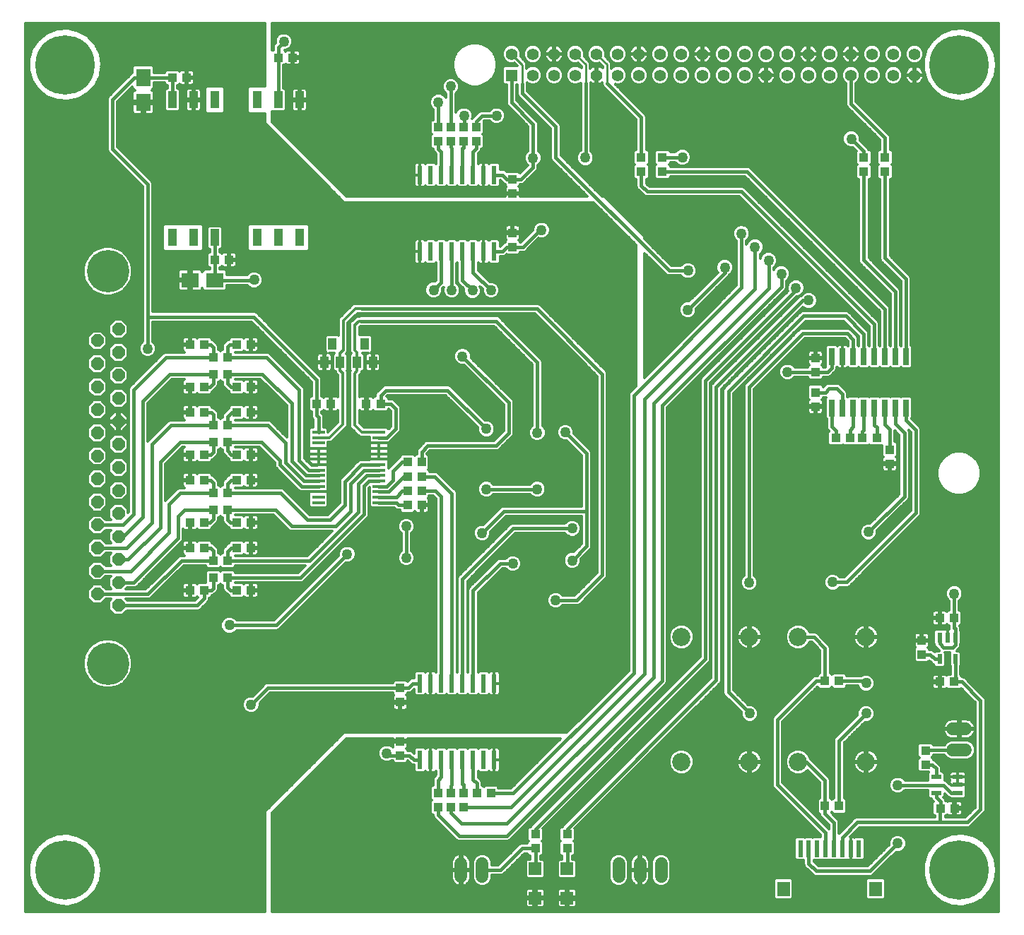
<source format=gbr>
G75*
G70*
%OFA0B0*%
%FSLAX24Y24*%
%IPPOS*%
%LPD*%
%AMOC8*
5,1,8,0,0,1.08239X$1,22.5*
%
%ADD10OC8,0.0600*%
%ADD11C,0.2000*%
%ADD12R,0.0394X0.0433*%
%ADD13R,0.0433X0.0394*%
%ADD14R,0.0591X0.0157*%
%ADD15R,0.0394X0.0551*%
%ADD16R,0.0236X0.0866*%
%ADD17C,0.0560*%
%ADD18R,0.0560X0.0560*%
%ADD19R,0.0217X0.0472*%
%ADD20R,0.0236X0.0787*%
%ADD21R,0.0591X0.0709*%
%ADD22C,0.0860*%
%ADD23R,0.0472X0.0217*%
%ADD24C,0.0600*%
%ADD25R,0.0709X0.0846*%
%ADD26R,0.0846X0.0709*%
%ADD27R,0.0260X0.0800*%
%ADD28R,0.0591X0.0591*%
%ADD29R,0.0400X0.0800*%
%ADD30C,0.0160*%
%ADD31C,0.0500*%
%ADD32C,0.0120*%
%ADD33C,0.0150*%
%ADD34C,0.0130*%
%ADD35C,0.0100*%
%ADD36C,0.2800*%
D10*
X007686Y016028D03*
X007686Y017118D03*
X006686Y017658D03*
X006686Y016568D03*
X007686Y018198D03*
X007686Y019288D03*
X006686Y018748D03*
X006686Y019828D03*
X007686Y020378D03*
X007686Y021458D03*
X007686Y022548D03*
X006686Y022008D03*
X006686Y020918D03*
X006686Y023088D03*
X006686Y024178D03*
X007686Y023638D03*
X007686Y024718D03*
X006686Y025268D03*
X006686Y026348D03*
X007686Y025808D03*
X007686Y026898D03*
X006686Y027438D03*
X006686Y028528D03*
X007686Y029068D03*
X007686Y027978D03*
D11*
X007186Y031808D03*
X007186Y013288D03*
D12*
X011062Y016748D03*
X011731Y016748D03*
X012162Y017348D03*
X012831Y017348D03*
X012831Y018148D03*
X012162Y018148D03*
X011731Y018748D03*
X011062Y018748D03*
X011062Y019948D03*
X011731Y019948D03*
X012162Y020548D03*
X012831Y020548D03*
X012831Y021348D03*
X012162Y021348D03*
X011731Y021948D03*
X011062Y021948D03*
X011062Y023148D03*
X011731Y023148D03*
X012162Y023748D03*
X012831Y023748D03*
X012831Y024548D03*
X012162Y024548D03*
X011731Y025148D03*
X011062Y025148D03*
X011062Y026348D03*
X011731Y026348D03*
X012162Y026948D03*
X012831Y026948D03*
X012831Y027748D03*
X012162Y027748D03*
X011731Y028348D03*
X011062Y028348D03*
X021322Y022798D03*
X021991Y022798D03*
X022001Y022108D03*
X021332Y022108D03*
X021322Y021438D03*
X021991Y021438D03*
X021991Y020768D03*
X021322Y020768D03*
X020976Y012133D03*
X020976Y011463D03*
X020977Y009623D03*
X020977Y008953D03*
X024587Y007183D03*
X025256Y007183D03*
X041012Y006568D03*
X041681Y006568D03*
X041681Y012468D03*
X041012Y012468D03*
X045576Y013713D03*
X045576Y014383D03*
X044066Y022723D03*
X044066Y023393D03*
X040566Y025423D03*
X040566Y026093D03*
X040566Y027043D03*
X040566Y027713D03*
X026276Y032953D03*
X026276Y033623D03*
X026276Y035473D03*
X026276Y036143D03*
D13*
X024566Y037933D03*
X023966Y037933D03*
X023366Y037933D03*
X022766Y037933D03*
X022766Y038603D03*
X023366Y038603D03*
X023966Y038603D03*
X024566Y038603D03*
X032346Y037183D03*
X033346Y037183D03*
X033346Y036513D03*
X032346Y036513D03*
X042846Y036513D03*
X042846Y037183D03*
X043846Y037183D03*
X043846Y036513D03*
X043451Y023928D03*
X042782Y023928D03*
X042191Y023928D03*
X041522Y023928D03*
X046432Y015438D03*
X047101Y015438D03*
X047101Y012428D03*
X046432Y012428D03*
X045756Y009193D03*
X045756Y008523D03*
X046452Y006458D03*
X047121Y006458D03*
X028851Y005233D03*
X028851Y004563D03*
X027351Y004563D03*
X027351Y005233D03*
X023966Y006503D03*
X023366Y006503D03*
X022766Y006503D03*
X022766Y007173D03*
X023366Y007173D03*
X023966Y007173D03*
X013931Y016748D03*
X013262Y016748D03*
X013262Y018748D03*
X013931Y018748D03*
X013931Y019948D03*
X013262Y019948D03*
X013262Y021948D03*
X013931Y021948D03*
X013931Y023148D03*
X013262Y023148D03*
X013262Y025148D03*
X013931Y025148D03*
X013931Y026348D03*
X013262Y026348D03*
X013262Y028348D03*
X013931Y028348D03*
X017042Y025548D03*
X017711Y025548D03*
X019382Y025548D03*
X020051Y025548D03*
X012901Y032348D03*
X012232Y032348D03*
X010901Y040948D03*
X010232Y040948D03*
X015232Y041888D03*
X015901Y041888D03*
D14*
X017119Y024211D03*
X017119Y023956D03*
X017119Y023700D03*
X017119Y023444D03*
X017119Y023188D03*
X017119Y022932D03*
X017119Y022676D03*
X017119Y022420D03*
X017119Y022164D03*
X017119Y021908D03*
X017119Y021652D03*
X017119Y021397D03*
X017119Y021141D03*
X017119Y020885D03*
X019973Y020885D03*
X019973Y021141D03*
X019973Y021397D03*
X019973Y021652D03*
X019973Y021908D03*
X019973Y022164D03*
X019973Y022420D03*
X019973Y022676D03*
X019973Y022932D03*
X019973Y023188D03*
X019973Y023444D03*
X019973Y023700D03*
X019973Y023956D03*
X019973Y024211D03*
D15*
X019690Y027515D03*
X018942Y027515D03*
X018150Y027515D03*
X017402Y027515D03*
X017776Y028381D03*
X019316Y028381D03*
D16*
X021916Y032737D03*
X022416Y032737D03*
X022916Y032737D03*
X023416Y032737D03*
X023916Y032737D03*
X024416Y032737D03*
X024916Y032737D03*
X025416Y032737D03*
X025416Y036359D03*
X024916Y036359D03*
X024416Y036359D03*
X023916Y036359D03*
X023416Y036359D03*
X022916Y036359D03*
X022416Y036359D03*
X021916Y036359D03*
X021916Y012359D03*
X022416Y012359D03*
X022916Y012359D03*
X023416Y012359D03*
X023916Y012359D03*
X024416Y012359D03*
X024916Y012359D03*
X025416Y012359D03*
X025416Y008737D03*
X024916Y008737D03*
X024416Y008737D03*
X023916Y008737D03*
X023416Y008737D03*
X022916Y008737D03*
X022416Y008737D03*
X021916Y008737D03*
D17*
X027236Y041058D03*
X028236Y041058D03*
X029236Y041058D03*
X030236Y041058D03*
X031236Y041058D03*
X032236Y041058D03*
X033236Y041058D03*
X034236Y041058D03*
X035236Y041058D03*
X036236Y041058D03*
X037236Y041058D03*
X038236Y041058D03*
X039236Y041058D03*
X040236Y041058D03*
X041236Y041058D03*
X042236Y041058D03*
X043236Y041058D03*
X044236Y041058D03*
X045236Y041058D03*
X045236Y042058D03*
X044236Y042058D03*
X043236Y042058D03*
X042236Y042058D03*
X041236Y042058D03*
X040236Y042058D03*
X039236Y042058D03*
X038236Y042058D03*
X037236Y042058D03*
X036236Y042058D03*
X035236Y042058D03*
X034236Y042058D03*
X033236Y042058D03*
X032236Y042058D03*
X031236Y042058D03*
X030236Y042058D03*
X029236Y042058D03*
X028236Y042058D03*
X027236Y042058D03*
X026236Y042058D03*
D18*
X026236Y041058D03*
D19*
X046418Y014521D03*
X046792Y014521D03*
X047166Y014521D03*
X047166Y013497D03*
X046418Y013497D03*
D20*
X042612Y004548D03*
X042219Y004548D03*
X041825Y004548D03*
X041431Y004548D03*
X041037Y004548D03*
X040644Y004548D03*
X040250Y004548D03*
X039856Y004548D03*
D21*
X039059Y002659D03*
X043400Y002658D03*
D22*
X042946Y008648D03*
X039746Y008648D03*
X037446Y008648D03*
X034246Y008648D03*
X034246Y014548D03*
X037446Y014548D03*
X039746Y014548D03*
X042946Y014548D03*
D23*
X046255Y007937D03*
X046255Y007189D03*
X047279Y007189D03*
X047279Y007563D03*
X047279Y007937D03*
D24*
X047046Y009208D02*
X047646Y009208D01*
X047646Y010208D02*
X047046Y010208D01*
X033286Y003848D02*
X033286Y003248D01*
X032286Y003248D02*
X032286Y003848D01*
X031286Y003848D02*
X031286Y003248D01*
X024846Y003248D02*
X024846Y003848D01*
X023846Y003848D02*
X023846Y003248D01*
D25*
X008861Y039782D03*
X008861Y040944D03*
D26*
X011071Y031393D03*
X012232Y031393D03*
D27*
X041336Y027778D03*
X041836Y027778D03*
X042336Y027778D03*
X042836Y027778D03*
X043336Y027778D03*
X043836Y027778D03*
X044336Y027778D03*
X044836Y027778D03*
X044836Y025358D03*
X044336Y025358D03*
X043836Y025358D03*
X043336Y025358D03*
X042836Y025358D03*
X042336Y025358D03*
X041836Y025358D03*
X041336Y025358D03*
D28*
X028847Y003595D03*
X027341Y003599D03*
X027341Y002221D03*
X028847Y002217D03*
D29*
X016231Y033398D03*
X015231Y033398D03*
X014231Y033398D03*
X012231Y033398D03*
X011231Y033398D03*
X010231Y033398D03*
X010231Y039898D03*
X011231Y039898D03*
X012231Y039898D03*
X014231Y039898D03*
X015231Y039898D03*
X016231Y039898D03*
D30*
X015231Y039898D02*
X015231Y041888D01*
X015232Y041888D01*
X015232Y042383D01*
X015496Y042648D01*
X010232Y040948D02*
X010232Y039898D01*
X010231Y039898D01*
X010232Y040948D02*
X008861Y040948D01*
X008861Y040944D01*
X008447Y040944D01*
X007401Y039898D01*
X007401Y037578D01*
X009071Y035908D01*
X009071Y029658D01*
X014066Y029658D01*
X017042Y026682D01*
X017042Y025548D01*
X017042Y025003D01*
X017119Y024925D01*
X017119Y024211D01*
X020051Y025548D02*
X020536Y025548D01*
X020051Y025548D02*
X020051Y025943D01*
X020296Y026188D01*
X023216Y026188D01*
X025036Y024368D01*
X027446Y024188D02*
X027446Y027518D01*
X025506Y029458D01*
X019146Y029458D01*
X019166Y030038D02*
X027426Y030038D01*
X030506Y026958D01*
X030506Y017468D01*
X029316Y016278D01*
X028306Y016278D01*
X026286Y018008D02*
X025691Y018008D01*
X024416Y016733D01*
X024416Y012359D01*
X023916Y012359D02*
X023916Y017273D01*
X026311Y019668D01*
X029086Y019668D01*
X029776Y020438D02*
X029776Y018838D01*
X029096Y018158D01*
X029776Y020438D02*
X029746Y020468D01*
X025856Y020468D01*
X024836Y019448D01*
X022916Y021163D02*
X022641Y021438D01*
X021991Y021438D01*
X022001Y022108D02*
X022611Y022108D01*
X023416Y021303D01*
X023416Y012359D01*
X022916Y012359D02*
X022916Y021163D01*
X021266Y019768D02*
X021266Y018278D01*
X018476Y018448D02*
X015126Y015098D01*
X012926Y015098D01*
X011731Y016363D02*
X011731Y016748D01*
X012056Y016748D01*
X012162Y016853D01*
X012162Y017348D01*
X012831Y017348D02*
X012831Y016893D01*
X012976Y016748D01*
X013262Y016748D01*
X011731Y016363D02*
X011396Y016028D01*
X007686Y016028D01*
X007686Y017118D02*
X008416Y017118D01*
X010496Y019198D01*
X010496Y020238D01*
X010796Y020538D01*
X011686Y020538D01*
X011696Y020548D01*
X012162Y020548D01*
X012162Y020103D01*
X012006Y019948D01*
X011731Y019948D01*
X012831Y020083D02*
X012831Y020548D01*
X012831Y020083D02*
X012966Y019948D01*
X013262Y019948D01*
X013262Y018748D02*
X012986Y018748D01*
X012831Y018593D01*
X012831Y018148D01*
X012162Y018148D02*
X012162Y018623D01*
X012036Y018748D01*
X011731Y018748D01*
X012162Y018148D02*
X010656Y018148D01*
X009076Y016568D01*
X006686Y016568D01*
X006686Y017658D02*
X008256Y017658D01*
X010076Y019478D01*
X010076Y020818D01*
X010606Y021348D01*
X012162Y021348D01*
X012162Y021813D01*
X012026Y021948D01*
X011731Y021948D01*
X012831Y021793D02*
X012831Y021348D01*
X012831Y021793D02*
X012986Y021948D01*
X013262Y021948D01*
X013262Y023148D02*
X013016Y023148D01*
X012831Y023333D01*
X012831Y023748D01*
X012162Y023748D02*
X012162Y023283D01*
X012026Y023148D01*
X011731Y023148D01*
X012162Y023748D02*
X010596Y023748D01*
X009656Y022808D01*
X009656Y019718D01*
X008136Y018198D01*
X007686Y018198D01*
X008076Y018748D02*
X009266Y019938D01*
X009266Y023638D01*
X010176Y024548D01*
X012162Y024548D01*
X012162Y025053D01*
X012066Y025148D01*
X011731Y025148D01*
X012831Y024953D02*
X012831Y024548D01*
X012831Y024953D02*
X013026Y025148D01*
X013262Y025148D01*
X013262Y026348D02*
X012986Y026348D01*
X012831Y026503D01*
X012831Y026948D01*
X012162Y026948D02*
X012162Y026503D01*
X012006Y026348D01*
X011731Y026348D01*
X012162Y026948D02*
X010106Y026948D01*
X008826Y025668D01*
X008826Y020198D01*
X007916Y019288D01*
X007686Y019288D01*
X007896Y019828D02*
X008406Y020338D01*
X008406Y026208D01*
X009946Y027748D01*
X012162Y027748D01*
X012162Y028213D01*
X012026Y028348D01*
X011731Y028348D01*
X012831Y028253D02*
X012831Y027748D01*
X012831Y028253D02*
X012926Y028348D01*
X013262Y028348D01*
X014096Y031393D02*
X012232Y031393D01*
X012232Y032348D01*
X012232Y032348D01*
X012232Y033398D01*
X012231Y033398D01*
X014096Y031398D02*
X014096Y031393D01*
X009071Y029658D02*
X009071Y028252D01*
X009067Y028247D01*
X009067Y028157D01*
X007896Y019828D02*
X006686Y019828D01*
X006686Y018748D02*
X008076Y018748D01*
X022766Y006503D02*
X022766Y006143D01*
X023771Y005138D01*
X025991Y005138D01*
X033341Y012488D01*
X033341Y025468D01*
X038951Y031078D01*
X038951Y031688D01*
X038351Y032318D02*
X038351Y031008D01*
X032931Y025588D01*
X032931Y012658D01*
X026001Y005728D01*
X023881Y005728D01*
X023366Y006243D01*
X023366Y006503D01*
X023966Y006503D02*
X026217Y006503D01*
X032511Y012798D01*
X032511Y025788D01*
X037711Y030988D01*
X037711Y032958D01*
X037071Y033588D02*
X037071Y031028D01*
X031991Y025948D01*
X031991Y012858D01*
X026316Y007183D01*
X025256Y007183D01*
X024587Y007183D02*
X024587Y007643D01*
X024416Y007813D01*
X024416Y008737D01*
X027351Y005488D02*
X035361Y013498D01*
X035361Y026628D01*
X039641Y030908D01*
X039641Y031018D01*
X039961Y030428D02*
X040241Y030428D01*
X039961Y030428D02*
X035881Y026348D01*
X035881Y012518D01*
X028851Y005488D01*
X028851Y005233D01*
X028851Y004563D02*
X028851Y003599D01*
X028847Y003595D01*
X027351Y003610D02*
X027351Y004563D01*
X026732Y004563D01*
X025716Y003548D01*
X024846Y003548D01*
X027341Y003599D02*
X027351Y003610D01*
X027351Y005233D02*
X027351Y005488D01*
X036451Y011943D02*
X036451Y026138D01*
X040011Y029698D01*
X041986Y029698D01*
X042836Y028848D01*
X042836Y027778D01*
X042336Y027778D02*
X042336Y028593D01*
X042061Y028868D01*
X039951Y028868D01*
X037436Y026353D01*
X037436Y017118D01*
X039746Y014548D02*
X040486Y014548D01*
X041012Y014023D01*
X041012Y012468D01*
X040591Y012468D01*
X038776Y010653D01*
X038776Y007568D01*
X041037Y005307D01*
X041037Y004548D01*
X041431Y004548D02*
X041431Y005789D01*
X041012Y006208D01*
X041012Y006568D01*
X041012Y007773D01*
X040136Y008648D01*
X039746Y008648D01*
X041681Y009653D02*
X042956Y010928D01*
X042956Y012368D02*
X042856Y012468D01*
X041681Y012468D01*
X041681Y009653D02*
X041681Y006568D01*
X042546Y005798D02*
X041825Y005077D01*
X041825Y004548D01*
X042546Y005798D02*
X046446Y005798D01*
X046446Y006453D01*
X046452Y006458D01*
X046452Y006793D01*
X046255Y006989D01*
X046255Y007189D01*
X046596Y007548D02*
X044446Y007548D01*
X045756Y008523D02*
X046071Y008523D01*
X046255Y008339D01*
X046255Y007937D01*
X046596Y007548D02*
X046956Y007189D01*
X047279Y007189D01*
X048346Y006398D02*
X047746Y005798D01*
X046446Y005798D01*
X044446Y004798D02*
X043146Y003498D01*
X040596Y003498D01*
X040250Y003844D01*
X040250Y004548D01*
X045756Y009193D02*
X045772Y009208D01*
X047346Y009208D01*
X048346Y011548D02*
X048346Y006398D01*
X048346Y011548D02*
X047466Y012428D01*
X047101Y012428D01*
X047166Y012428D01*
X047166Y013497D01*
X047046Y014048D02*
X046596Y014048D01*
X046418Y014227D01*
X046418Y014521D01*
X045981Y013713D02*
X045576Y013713D01*
X045981Y013713D02*
X046197Y013497D01*
X046418Y013497D01*
X047046Y014048D02*
X047166Y014168D01*
X047166Y014521D01*
X047166Y014929D01*
X047101Y014993D01*
X047101Y015438D01*
X047101Y016583D01*
X047106Y016588D01*
X043066Y019498D02*
X044756Y021188D01*
X044756Y024178D01*
X044336Y024598D01*
X044336Y025358D01*
X043836Y025358D02*
X043836Y024588D01*
X044066Y024358D01*
X044066Y023393D01*
X043451Y023928D02*
X043451Y024433D01*
X043336Y024548D01*
X043336Y025358D01*
X042836Y025358D02*
X042836Y024298D01*
X042782Y024243D01*
X042782Y023928D01*
X042191Y023928D02*
X042191Y024323D01*
X042336Y024468D01*
X042336Y025358D01*
X041836Y025358D02*
X041836Y026008D01*
X041576Y026268D01*
X041196Y026268D01*
X041021Y026093D01*
X040566Y026093D01*
X041336Y025358D02*
X041336Y024468D01*
X041522Y024283D01*
X041522Y023928D01*
X041122Y027043D02*
X040566Y027043D01*
X039246Y027043D01*
X039246Y027048D01*
X041122Y027043D02*
X041336Y027258D01*
X041336Y027778D01*
X043336Y027778D02*
X043336Y029298D01*
X037066Y035568D01*
X032626Y035568D01*
X032346Y035848D01*
X032346Y036513D01*
X033346Y036513D02*
X037341Y036513D01*
X043836Y030018D01*
X043836Y027778D01*
X044336Y027778D02*
X044336Y030838D01*
X042846Y032328D01*
X042846Y036513D01*
X042836Y037193D02*
X042836Y037478D01*
X042256Y038058D01*
X043846Y038113D02*
X042236Y039723D01*
X042236Y041058D01*
X043846Y038113D02*
X043846Y037183D01*
X043846Y036513D02*
X043846Y032428D01*
X044836Y031438D01*
X044836Y027778D01*
X044836Y025358D02*
X044836Y024768D01*
X045296Y024308D01*
X045296Y020398D01*
X042026Y017128D01*
X041376Y017128D01*
X036451Y011943D02*
X037466Y010928D01*
X029776Y020438D02*
X029776Y023198D01*
X028766Y024208D01*
X027436Y021518D02*
X025036Y021518D01*
X034536Y029988D02*
X036286Y031738D01*
X036286Y031988D01*
X034556Y031838D02*
X033656Y031838D01*
X028311Y037183D01*
X028311Y038638D01*
X026736Y040213D01*
X026736Y040658D01*
X026236Y041058D02*
X026236Y039763D01*
X027246Y038753D01*
X027246Y037148D01*
X029706Y037168D02*
X029731Y037168D01*
X029731Y040683D01*
X030731Y040683D02*
X032346Y039068D01*
X032346Y037183D01*
X033346Y037183D02*
X033352Y037188D01*
X034286Y037188D01*
X025526Y039148D02*
X024846Y039148D01*
X024566Y038868D01*
X024566Y038603D01*
X023986Y038603D02*
X023986Y039148D01*
X023366Y038603D02*
X023366Y040528D01*
X022766Y039778D02*
X022766Y038603D01*
D31*
X022776Y039788D03*
X023366Y040528D03*
X023986Y039148D03*
X025526Y039148D03*
X027246Y037148D03*
X029706Y037168D03*
X027646Y033748D03*
X025266Y030908D03*
X024386Y030898D03*
X023406Y030908D03*
X022556Y030918D03*
X023916Y027788D03*
X025036Y024368D03*
X025636Y022808D03*
X025036Y021518D03*
X024836Y019448D03*
X026286Y018008D03*
X028306Y016278D03*
X029096Y018158D03*
X029086Y019668D03*
X027436Y021518D03*
X027446Y024188D03*
X028766Y024208D03*
X034536Y029988D03*
X034556Y031838D03*
X036286Y031988D03*
X037711Y032958D03*
X037071Y033588D03*
X038351Y032318D03*
X038951Y031688D03*
X039641Y031018D03*
X040241Y030428D03*
X039246Y027048D03*
X043066Y019498D03*
X041376Y017128D03*
X037436Y017118D03*
X042956Y012368D03*
X042956Y010928D03*
X044446Y007548D03*
X044446Y004798D03*
X037466Y010928D03*
X047106Y016588D03*
X034286Y037188D03*
X042256Y038058D03*
X021266Y019768D03*
X021266Y018278D03*
X018476Y018448D03*
X014316Y019358D03*
X011066Y017408D03*
X012926Y015098D03*
X013946Y011348D03*
X020346Y009048D03*
X014316Y025708D03*
X009067Y028157D03*
X014096Y031398D03*
X015496Y042648D03*
D32*
X003311Y043508D02*
X003311Y001588D01*
X014596Y001588D01*
X014596Y006298D01*
X018346Y010048D01*
X028842Y010048D01*
X031751Y012958D01*
X031751Y025900D01*
X031751Y025996D01*
X031788Y026084D01*
X032096Y026392D01*
X032096Y033059D01*
X030107Y035048D01*
X018346Y035048D01*
X014596Y038798D01*
X014596Y039238D01*
X013865Y039238D01*
X013771Y039332D01*
X013771Y040464D01*
X013865Y040558D01*
X014596Y040558D01*
X014596Y043508D01*
X003311Y043508D01*
X003311Y043477D02*
X014596Y043477D01*
X014596Y043358D02*
X003311Y043358D01*
X003311Y043240D02*
X004917Y043240D01*
X004788Y043230D02*
X004788Y043230D01*
X005300Y043268D01*
X005300Y043268D01*
X005802Y043154D01*
X005802Y043154D01*
X006247Y042897D01*
X006247Y042897D01*
X006597Y042520D01*
X006597Y042520D01*
X006820Y042057D01*
X006820Y042056D02*
X006896Y041548D01*
X006896Y041548D01*
X006820Y041040D01*
X006597Y040576D01*
X006247Y040199D01*
X006247Y040199D01*
X005802Y039942D01*
X005802Y039942D01*
X005300Y039828D01*
X005300Y039828D01*
X004788Y039866D01*
X004788Y039866D01*
X004309Y040054D01*
X004309Y040054D01*
X003907Y040375D01*
X003907Y040375D01*
X003617Y040800D01*
X003617Y040800D01*
X003466Y041291D01*
X003466Y041291D01*
X003466Y041805D01*
X003466Y041805D01*
X003617Y042296D01*
X003617Y042297D01*
X003907Y042721D01*
X003907Y042721D01*
X004309Y043042D01*
X004309Y043042D01*
X004788Y043230D01*
X004510Y043121D02*
X003311Y043121D01*
X003311Y043002D02*
X004259Y043002D01*
X004111Y042884D02*
X003311Y042884D01*
X003311Y042765D02*
X003962Y042765D01*
X003856Y042647D02*
X003311Y042647D01*
X003311Y042528D02*
X003775Y042528D01*
X003695Y042410D02*
X003311Y042410D01*
X003311Y042291D02*
X003616Y042291D01*
X003579Y042173D02*
X003311Y042173D01*
X003311Y042054D02*
X003543Y042054D01*
X003506Y041936D02*
X003311Y041936D01*
X003311Y041817D02*
X003469Y041817D01*
X003466Y041698D02*
X003311Y041698D01*
X003311Y041580D02*
X003466Y041580D01*
X003466Y041461D02*
X003311Y041461D01*
X003311Y041343D02*
X003466Y041343D01*
X003486Y041224D02*
X003311Y041224D01*
X003311Y041106D02*
X003523Y041106D01*
X003559Y040987D02*
X003311Y040987D01*
X003311Y040869D02*
X003596Y040869D01*
X003651Y040750D02*
X003311Y040750D01*
X003311Y040632D02*
X003732Y040632D01*
X003813Y040513D02*
X003311Y040513D01*
X003311Y040394D02*
X003894Y040394D01*
X003907Y040375D02*
X003907Y040375D01*
X004031Y040276D02*
X003311Y040276D01*
X003311Y040157D02*
X004180Y040157D01*
X004348Y040039D02*
X003311Y040039D01*
X003311Y039920D02*
X004650Y039920D01*
X005705Y039920D02*
X007161Y039920D01*
X007161Y039946D02*
X007161Y039850D01*
X007161Y037530D01*
X007198Y037442D01*
X007266Y037375D01*
X008831Y035809D01*
X008831Y029706D01*
X008831Y029610D01*
X008831Y028502D01*
X008719Y028390D01*
X008657Y028239D01*
X008657Y028076D01*
X008719Y027925D01*
X008835Y027810D01*
X008985Y027747D01*
X009149Y027747D01*
X009299Y027810D01*
X009415Y027925D01*
X009477Y028076D01*
X009477Y028239D01*
X009415Y028390D01*
X009311Y028493D01*
X009311Y029418D01*
X013967Y029418D01*
X016802Y026583D01*
X016802Y025905D01*
X016759Y025905D01*
X016666Y025811D01*
X016666Y025285D01*
X016759Y025191D01*
X016802Y025191D01*
X016802Y024955D01*
X016839Y024867D01*
X016879Y024826D01*
X016879Y024450D01*
X016758Y024450D01*
X016664Y024356D01*
X016664Y024101D01*
X016664Y023845D01*
X016664Y023555D01*
X016666Y023552D01*
X016664Y023544D01*
X016664Y023444D01*
X017119Y023444D01*
X017119Y023444D01*
X017120Y023444D02*
X017574Y023444D01*
X017574Y023544D01*
X017572Y023552D01*
X017574Y023555D01*
X017574Y023731D01*
X017722Y023731D01*
X018355Y024363D01*
X018486Y024495D01*
X018486Y026905D01*
X018486Y027091D01*
X018456Y027122D01*
X018507Y027173D01*
X018507Y027857D01*
X018443Y027921D01*
X018516Y027995D01*
X018516Y029375D01*
X018955Y029813D01*
X019082Y029813D01*
X019119Y029798D01*
X027327Y029798D01*
X030266Y026859D01*
X030266Y017568D01*
X029217Y016518D01*
X028646Y016518D01*
X028539Y016626D01*
X028388Y016688D01*
X028225Y016688D01*
X028074Y016626D01*
X027959Y016510D01*
X027896Y016360D01*
X027896Y016197D01*
X027959Y016046D01*
X028074Y015931D01*
X028225Y015868D01*
X028388Y015868D01*
X028539Y015931D01*
X028646Y016038D01*
X029269Y016038D01*
X029364Y016038D01*
X029452Y016075D01*
X030710Y017332D01*
X030746Y017420D01*
X030746Y017516D01*
X030746Y026910D01*
X030746Y027006D01*
X030710Y027094D01*
X027562Y030242D01*
X027474Y030278D01*
X027379Y030278D01*
X019119Y030278D01*
X019082Y030263D01*
X018768Y030263D01*
X018636Y030131D01*
X018066Y029561D01*
X018066Y029375D01*
X018066Y028790D01*
X018039Y028817D01*
X017513Y028817D01*
X017419Y028723D01*
X017419Y028039D01*
X017508Y027951D01*
X017441Y027951D01*
X017441Y027554D01*
X017364Y027554D01*
X017364Y027951D01*
X017184Y027951D01*
X017144Y027940D01*
X017107Y027919D01*
X017077Y027889D01*
X017056Y027852D01*
X017045Y027812D01*
X017045Y027553D01*
X017364Y027553D01*
X017364Y027477D01*
X017045Y027477D01*
X017045Y027218D01*
X017056Y027178D01*
X017077Y027141D01*
X017107Y027111D01*
X017144Y027090D01*
X017184Y027079D01*
X017364Y027079D01*
X017364Y027476D01*
X017441Y027476D01*
X017441Y027079D01*
X017620Y027079D01*
X017661Y027090D01*
X017697Y027111D01*
X017727Y027141D01*
X017748Y027178D01*
X017759Y027218D01*
X017759Y027477D01*
X017441Y027477D01*
X017441Y027553D01*
X017759Y027553D01*
X017759Y027812D01*
X017748Y027852D01*
X017727Y027889D01*
X017697Y027919D01*
X017661Y027940D01*
X017639Y027946D01*
X017882Y027946D01*
X017793Y027857D01*
X017793Y027173D01*
X017887Y027079D01*
X017925Y027079D01*
X017925Y027016D01*
X018036Y026905D01*
X018036Y025863D01*
X018026Y025873D01*
X017990Y025894D01*
X017949Y025905D01*
X017750Y025905D01*
X017750Y025587D01*
X017673Y025587D01*
X017673Y025905D01*
X017474Y025905D01*
X017433Y025894D01*
X017397Y025873D01*
X017377Y025853D01*
X017325Y025905D01*
X017282Y025905D01*
X017282Y026730D01*
X017245Y026818D01*
X017178Y026886D01*
X014270Y029794D01*
X014202Y029862D01*
X014114Y029898D01*
X009311Y029898D01*
X009311Y035860D01*
X009311Y035956D01*
X009275Y036044D01*
X007641Y037678D01*
X007641Y039799D01*
X008347Y040504D01*
X008347Y040454D01*
X008441Y040360D01*
X008468Y040360D01*
X008445Y040354D01*
X008409Y040333D01*
X008379Y040304D01*
X008358Y040267D01*
X008347Y040226D01*
X008347Y039842D01*
X008801Y039842D01*
X008801Y039722D01*
X008347Y039722D01*
X008347Y039338D01*
X008358Y039297D01*
X008379Y039261D01*
X008409Y039231D01*
X008445Y039210D01*
X008486Y039199D01*
X008802Y039199D01*
X008802Y039722D01*
X008921Y039722D01*
X008921Y039199D01*
X009237Y039199D01*
X009278Y039210D01*
X009314Y039231D01*
X009344Y039261D01*
X009365Y039297D01*
X009376Y039338D01*
X009376Y039722D01*
X008922Y039722D01*
X008922Y039842D01*
X009376Y039842D01*
X009376Y040226D01*
X009365Y040267D01*
X009344Y040304D01*
X009314Y040333D01*
X009278Y040354D01*
X009255Y040360D01*
X009282Y040360D01*
X009376Y040454D01*
X009376Y040708D01*
X009856Y040708D01*
X009856Y040685D01*
X009949Y040591D01*
X009992Y040591D01*
X009992Y040458D01*
X009965Y040458D01*
X009871Y040364D01*
X009871Y039432D01*
X009965Y039338D01*
X010498Y039338D01*
X010591Y039432D01*
X010591Y040364D01*
X010498Y040458D01*
X010472Y040458D01*
X010472Y040591D01*
X010515Y040591D01*
X010567Y040643D01*
X010587Y040623D01*
X010623Y040602D01*
X010664Y040591D01*
X010863Y040591D01*
X010863Y040909D01*
X010940Y040909D01*
X010940Y040591D01*
X011139Y040591D01*
X011180Y040602D01*
X011216Y040623D01*
X011246Y040653D01*
X011267Y040689D01*
X011278Y040730D01*
X011278Y040910D01*
X010940Y040910D01*
X010940Y040987D01*
X010863Y040987D01*
X010863Y041305D01*
X010664Y041305D01*
X010623Y041294D01*
X010587Y041273D01*
X010567Y041253D01*
X010515Y041305D01*
X009949Y041305D01*
X009856Y041211D01*
X009856Y041188D01*
X009376Y041188D01*
X009376Y041433D01*
X009282Y041527D01*
X008441Y041527D01*
X008347Y041433D01*
X008347Y041162D01*
X008311Y041147D01*
X008244Y041080D01*
X007198Y040034D01*
X007161Y039946D01*
X007203Y040039D02*
X005969Y040039D01*
X006174Y040157D02*
X007321Y040157D01*
X007440Y040276D02*
X006318Y040276D01*
X006428Y040394D02*
X007558Y040394D01*
X007677Y040513D02*
X006538Y040513D01*
X006623Y040632D02*
X007796Y040632D01*
X007914Y040750D02*
X006680Y040750D01*
X006737Y040869D02*
X008033Y040869D01*
X008151Y040987D02*
X006795Y040987D01*
X006830Y041106D02*
X008270Y041106D01*
X008347Y041224D02*
X006848Y041224D01*
X006865Y041343D02*
X008347Y041343D01*
X008375Y041461D02*
X006883Y041461D01*
X006892Y041580D02*
X014596Y041580D01*
X014596Y041698D02*
X006874Y041698D01*
X006856Y041817D02*
X014596Y041817D01*
X014596Y041936D02*
X006838Y041936D01*
X006820Y042054D02*
X014596Y042054D01*
X014596Y042173D02*
X006764Y042173D01*
X006820Y042057D02*
X006820Y042056D01*
X006707Y042291D02*
X014596Y042291D01*
X014596Y042410D02*
X006650Y042410D01*
X006589Y042528D02*
X014596Y042528D01*
X014596Y042647D02*
X006479Y042647D01*
X006369Y042765D02*
X014596Y042765D01*
X014596Y042884D02*
X006259Y042884D01*
X006064Y043002D02*
X014596Y043002D01*
X014596Y043121D02*
X005859Y043121D01*
X005426Y043240D02*
X014596Y043240D01*
X014946Y043240D02*
X047074Y043240D01*
X046987Y043233D02*
X047501Y043272D01*
X047501Y043272D01*
X048003Y043157D01*
X048003Y043157D01*
X048449Y042899D01*
X048449Y042899D01*
X048799Y042522D01*
X048799Y042522D01*
X049023Y042058D01*
X049023Y042057D01*
X049100Y041548D01*
X049023Y041039D01*
X049023Y041039D01*
X048799Y040575D01*
X048799Y040574D01*
X048449Y040197D01*
X048449Y040197D01*
X048449Y040197D01*
X048003Y039939D01*
X048003Y039939D01*
X047501Y039825D01*
X047501Y039825D01*
X046987Y039863D01*
X046987Y039863D01*
X046507Y040051D01*
X046507Y040051D01*
X046105Y040373D01*
X046105Y040373D01*
X046105Y040373D01*
X045814Y040798D01*
X045814Y040798D01*
X045662Y041290D01*
X045662Y041291D01*
X045662Y041806D01*
X045662Y041806D01*
X045814Y042298D01*
X045814Y042298D01*
X046105Y042724D01*
X046105Y042724D01*
X046507Y043045D01*
X046507Y043045D01*
X046987Y043233D01*
X046987Y043233D01*
X046701Y043121D02*
X014946Y043121D01*
X014946Y043002D02*
X015280Y043002D01*
X015264Y042996D02*
X015149Y042880D01*
X015086Y042730D01*
X015086Y042578D01*
X015028Y042519D01*
X014992Y042431D01*
X014992Y042245D01*
X014949Y042245D01*
X014946Y042242D01*
X014946Y043508D01*
X049200Y043508D01*
X049200Y001588D01*
X014946Y001588D01*
X014946Y006248D01*
X018446Y009748D01*
X020620Y009748D01*
X020620Y009661D01*
X020938Y009661D01*
X020938Y009584D01*
X020620Y009584D01*
X020620Y009385D01*
X020631Y009344D01*
X020632Y009342D01*
X020579Y009396D01*
X020428Y009458D01*
X020265Y009458D01*
X020114Y009396D01*
X019999Y009280D01*
X019936Y009130D01*
X019936Y008967D01*
X019999Y008816D01*
X020114Y008701D01*
X020265Y008638D01*
X020428Y008638D01*
X020579Y008701D01*
X020596Y008718D01*
X020620Y008718D01*
X020620Y008671D01*
X020714Y008577D01*
X021240Y008577D01*
X021334Y008671D01*
X021334Y008694D01*
X021388Y008640D01*
X021525Y008502D01*
X021638Y008502D01*
X021638Y008238D01*
X021732Y008144D01*
X022101Y008144D01*
X022167Y008211D01*
X022170Y008206D01*
X022200Y008176D01*
X022236Y008155D01*
X022277Y008144D01*
X022416Y008144D01*
X022416Y008737D01*
X022416Y008737D01*
X022416Y009330D01*
X022277Y009330D01*
X022236Y009319D01*
X022200Y009298D01*
X022170Y009268D01*
X022167Y009263D01*
X022101Y009330D01*
X021732Y009330D01*
X021638Y009236D01*
X021638Y009054D01*
X021503Y009188D01*
X021334Y009188D01*
X021334Y009236D01*
X021282Y009288D01*
X021302Y009308D01*
X021323Y009344D01*
X021334Y009385D01*
X021334Y009584D01*
X021015Y009584D01*
X021015Y009661D01*
X021334Y009661D01*
X021334Y009748D01*
X028542Y009748D01*
X026217Y007423D01*
X025613Y007423D01*
X025613Y007466D01*
X025519Y007559D01*
X024993Y007559D01*
X024921Y007488D01*
X024850Y007559D01*
X024827Y007559D01*
X024827Y007690D01*
X024790Y007779D01*
X024723Y007846D01*
X024656Y007913D01*
X024656Y008200D01*
X024666Y008210D01*
X024732Y008144D01*
X025101Y008144D01*
X025167Y008211D01*
X025170Y008206D01*
X025200Y008176D01*
X025236Y008155D01*
X025277Y008144D01*
X025416Y008144D01*
X025416Y008737D01*
X025416Y008737D01*
X025416Y009330D01*
X025277Y009330D01*
X025236Y009319D01*
X025200Y009298D01*
X025170Y009268D01*
X025167Y009263D01*
X025101Y009330D01*
X024732Y009330D01*
X024666Y009264D01*
X024601Y009330D01*
X024232Y009330D01*
X024166Y009264D01*
X024101Y009330D01*
X023732Y009330D01*
X023666Y009264D01*
X023601Y009330D01*
X023232Y009330D01*
X023166Y009264D01*
X023101Y009330D01*
X022732Y009330D01*
X022665Y009263D01*
X022662Y009268D01*
X022633Y009298D01*
X022596Y009319D01*
X022555Y009330D01*
X022416Y009330D01*
X022416Y008737D01*
X022416Y008737D01*
X022416Y008144D01*
X022555Y008144D01*
X022596Y008155D01*
X022633Y008176D01*
X022662Y008206D01*
X022665Y008211D01*
X022681Y008195D01*
X022681Y008040D01*
X022669Y008028D01*
X022531Y007890D01*
X022531Y007530D01*
X022483Y007530D01*
X022390Y007436D01*
X022390Y006910D01*
X022461Y006838D01*
X022390Y006767D01*
X022390Y006240D01*
X022483Y006147D01*
X022526Y006147D01*
X022526Y006096D01*
X022563Y006007D01*
X022630Y005940D01*
X022630Y005940D01*
X023568Y005002D01*
X023636Y004935D01*
X023724Y004898D01*
X025944Y004898D01*
X026039Y004898D01*
X026127Y004935D01*
X033545Y012352D01*
X033581Y012440D01*
X033581Y012536D01*
X033581Y025369D01*
X039087Y030875D01*
X039087Y030875D01*
X039155Y030942D01*
X039191Y031030D01*
X039231Y031030D01*
X039191Y031030D02*
X039191Y031348D01*
X039299Y031456D01*
X039361Y031607D01*
X039361Y031770D01*
X039299Y031920D01*
X039184Y032036D01*
X039033Y032098D01*
X038870Y032098D01*
X038719Y032036D01*
X038604Y031920D01*
X038591Y031890D01*
X038591Y031978D01*
X038661Y031978D01*
X038591Y031978D02*
X038699Y032086D01*
X038761Y032237D01*
X038761Y032400D01*
X038699Y032550D01*
X038584Y032666D01*
X038433Y032728D01*
X038270Y032728D01*
X038119Y032666D01*
X038004Y032550D01*
X037951Y032424D01*
X037951Y032618D01*
X038059Y032726D01*
X038121Y032877D01*
X038121Y033040D01*
X038059Y033190D01*
X037944Y033306D01*
X037793Y033368D01*
X037630Y033368D01*
X037479Y033306D01*
X037364Y033190D01*
X037311Y033064D01*
X037311Y033248D01*
X037419Y033356D01*
X037481Y033507D01*
X037481Y033670D01*
X037419Y033820D01*
X037304Y033936D01*
X037153Y033998D01*
X036990Y033998D01*
X036839Y033936D01*
X036724Y033820D01*
X036661Y033670D01*
X036661Y033507D01*
X036724Y033356D01*
X036831Y033248D01*
X036831Y031128D01*
X032496Y026792D01*
X032496Y032659D01*
X033520Y031635D01*
X033609Y031598D01*
X033704Y031598D01*
X034216Y031598D01*
X034324Y031491D01*
X034475Y031428D01*
X034638Y031428D01*
X034789Y031491D01*
X034904Y031606D01*
X034966Y031757D01*
X034966Y031920D01*
X034904Y032070D01*
X034789Y032186D01*
X034638Y032248D01*
X034475Y032248D01*
X034324Y032186D01*
X034216Y032078D01*
X033756Y032078D01*
X032496Y033337D01*
X032496Y033448D01*
X030596Y035348D01*
X030486Y035348D01*
X028551Y037282D01*
X028551Y038686D01*
X028515Y038774D01*
X028447Y038842D01*
X026976Y040313D01*
X026976Y040696D01*
X026987Y040685D01*
X027149Y040618D01*
X027324Y040618D01*
X027486Y040685D01*
X027609Y040809D01*
X027676Y040971D01*
X027676Y041146D01*
X027609Y041307D01*
X027486Y041431D01*
X027324Y041498D01*
X027149Y041498D01*
X026987Y041431D01*
X026946Y041390D01*
X026946Y041645D01*
X026823Y041768D01*
X026660Y041931D01*
X026676Y041971D01*
X026676Y042146D01*
X026609Y042307D01*
X026486Y042431D01*
X026324Y042498D01*
X026149Y042498D01*
X025987Y042431D01*
X025863Y042307D01*
X025796Y042146D01*
X025796Y041971D01*
X025863Y041809D01*
X025987Y041685D01*
X026149Y041618D01*
X026324Y041618D01*
X026363Y041634D01*
X026499Y041498D01*
X025890Y041498D01*
X025796Y041404D01*
X025796Y040712D01*
X025890Y040618D01*
X025996Y040618D01*
X025996Y039811D01*
X025996Y039716D01*
X026033Y039627D01*
X027006Y038654D01*
X027006Y037488D01*
X026899Y037380D01*
X026836Y037230D01*
X026836Y037067D01*
X026899Y036916D01*
X027003Y036812D01*
X026625Y036434D01*
X026539Y036519D01*
X026013Y036519D01*
X025988Y036494D01*
X025888Y036594D01*
X025694Y036594D01*
X025694Y036858D01*
X025601Y036952D01*
X025232Y036952D01*
X025165Y036885D01*
X025162Y036890D01*
X025133Y036920D01*
X025096Y036941D01*
X025055Y036952D01*
X024916Y036952D01*
X024777Y036952D01*
X024736Y036941D01*
X024700Y036920D01*
X024670Y036890D01*
X024667Y036885D01*
X024651Y036902D01*
X024651Y037356D01*
X024664Y037368D01*
X024801Y037506D01*
X024801Y037577D01*
X024849Y037577D01*
X024943Y037670D01*
X024943Y038197D01*
X024871Y038268D01*
X024943Y038340D01*
X024943Y038866D01*
X024923Y038886D01*
X024946Y038908D01*
X025186Y038908D01*
X025294Y038801D01*
X025445Y038738D01*
X025608Y038738D01*
X025759Y038801D01*
X025874Y038916D01*
X025936Y039067D01*
X025936Y039230D01*
X025874Y039380D01*
X025759Y039496D01*
X025608Y039558D01*
X025445Y039558D01*
X025294Y039496D01*
X025186Y039388D01*
X024894Y039388D01*
X024799Y039388D01*
X024710Y039352D01*
X024430Y039072D01*
X024376Y039017D01*
X024396Y039067D01*
X024396Y039230D01*
X024334Y039380D01*
X024219Y039496D01*
X024068Y039558D01*
X023905Y039558D01*
X023754Y039496D01*
X023639Y039380D01*
X023606Y039302D01*
X023606Y040188D01*
X023714Y040296D01*
X023776Y040447D01*
X023776Y040610D01*
X023714Y040760D01*
X023599Y040876D01*
X023448Y040938D01*
X023285Y040938D01*
X023134Y040876D01*
X023019Y040760D01*
X022956Y040610D01*
X022956Y040447D01*
X023019Y040296D01*
X023126Y040188D01*
X023126Y040014D01*
X023124Y040020D01*
X023009Y040136D01*
X022858Y040198D01*
X022695Y040198D01*
X022544Y040136D01*
X022429Y040020D01*
X022366Y039870D01*
X022366Y039707D01*
X022429Y039556D01*
X022526Y039458D01*
X022526Y038960D01*
X022483Y038960D01*
X022390Y038866D01*
X022390Y038340D01*
X022461Y038268D01*
X022390Y038197D01*
X022390Y037670D01*
X022483Y037577D01*
X022531Y037577D01*
X022531Y037496D01*
X022669Y037358D01*
X022681Y037346D01*
X022681Y036902D01*
X022666Y036887D01*
X022601Y036952D01*
X022232Y036952D01*
X022165Y036885D01*
X022162Y036890D01*
X022133Y036920D01*
X022096Y036941D01*
X022055Y036952D01*
X021916Y036952D01*
X021777Y036952D01*
X021736Y036941D01*
X021700Y036920D01*
X021670Y036890D01*
X021649Y036854D01*
X021638Y036813D01*
X021638Y036359D01*
X021638Y035905D01*
X021649Y035864D01*
X021670Y035828D01*
X021700Y035798D01*
X021736Y035777D01*
X021777Y035766D01*
X021916Y035766D01*
X021916Y036359D01*
X021638Y036359D01*
X021916Y036359D01*
X021916Y036359D01*
X021916Y036359D01*
X021916Y036360D02*
X021916Y036952D01*
X021916Y036360D01*
X021916Y036360D01*
X021916Y036359D02*
X021916Y035766D01*
X022055Y035766D01*
X022096Y035777D01*
X022133Y035798D01*
X022162Y035828D01*
X022165Y035833D01*
X022232Y035766D01*
X022601Y035766D01*
X022666Y035832D01*
X022732Y035766D01*
X023101Y035766D01*
X023166Y035832D01*
X023232Y035766D01*
X023601Y035766D01*
X023666Y035832D01*
X023732Y035766D01*
X024101Y035766D01*
X024166Y035832D01*
X024232Y035766D01*
X024601Y035766D01*
X024667Y035833D01*
X024670Y035828D01*
X024700Y035798D01*
X024736Y035777D01*
X024777Y035766D01*
X024916Y035766D01*
X024916Y036359D01*
X024916Y036359D01*
X024916Y036360D02*
X024916Y036952D01*
X024916Y036360D01*
X024916Y036360D01*
X024916Y036359D02*
X024916Y035766D01*
X025055Y035766D01*
X025096Y035777D01*
X025133Y035798D01*
X025162Y035828D01*
X025165Y035833D01*
X025232Y035766D01*
X025601Y035766D01*
X025694Y035860D01*
X025694Y036123D01*
X025772Y036045D01*
X025909Y035908D01*
X025919Y035908D01*
X025919Y035860D01*
X025971Y035808D01*
X025951Y035788D01*
X025930Y035752D01*
X025919Y035711D01*
X025919Y035512D01*
X026238Y035512D01*
X026238Y035435D01*
X025919Y035435D01*
X025919Y035348D01*
X018446Y035348D01*
X014946Y038848D01*
X014946Y039357D01*
X014965Y039338D01*
X015498Y039338D01*
X015591Y039432D01*
X015591Y040364D01*
X015498Y040458D01*
X015471Y040458D01*
X015471Y041531D01*
X015514Y041531D01*
X015566Y041583D01*
X015586Y041563D01*
X015623Y041542D01*
X015663Y041531D01*
X015862Y041531D01*
X015862Y041849D01*
X015939Y041849D01*
X015939Y041531D01*
X016139Y041531D01*
X016179Y041542D01*
X016216Y041563D01*
X016245Y041593D01*
X016267Y041629D01*
X016277Y041670D01*
X016277Y041850D01*
X015940Y041850D01*
X015940Y041927D01*
X016277Y041927D01*
X016277Y042106D01*
X016267Y042147D01*
X016245Y042183D01*
X016216Y042213D01*
X016179Y042234D01*
X016139Y042245D01*
X015939Y042245D01*
X015939Y041927D01*
X015862Y041927D01*
X015862Y042245D01*
X015663Y042245D01*
X015623Y042234D01*
X015586Y042213D01*
X015566Y042193D01*
X015521Y042238D01*
X015578Y042238D01*
X015729Y042301D01*
X015844Y042416D01*
X015906Y042567D01*
X015906Y042730D01*
X015844Y042880D01*
X015729Y042996D01*
X015578Y043058D01*
X015415Y043058D01*
X015264Y042996D01*
X015152Y042884D02*
X014946Y042884D01*
X014946Y042765D02*
X015101Y042765D01*
X015086Y042647D02*
X014946Y042647D01*
X014946Y042528D02*
X015037Y042528D01*
X014992Y042410D02*
X014946Y042410D01*
X014946Y042291D02*
X014992Y042291D01*
X015706Y042291D02*
X023771Y042291D01*
X023866Y042386D02*
X023673Y042194D01*
X023537Y041958D01*
X023466Y041694D01*
X023466Y041422D01*
X023537Y041159D01*
X023673Y040923D01*
X023866Y040730D01*
X024102Y040594D01*
X024365Y040523D01*
X024638Y040523D01*
X024901Y040594D01*
X025137Y040730D01*
X025330Y040923D01*
X025466Y041159D01*
X025536Y041422D01*
X025536Y041694D01*
X025466Y041958D01*
X025330Y042194D01*
X025137Y042386D01*
X024901Y042523D01*
X024638Y042593D01*
X024365Y042593D01*
X024102Y042523D01*
X023866Y042386D01*
X023907Y042410D02*
X015838Y042410D01*
X015890Y042528D02*
X024123Y042528D01*
X023661Y042173D02*
X016252Y042173D01*
X016277Y042054D02*
X023593Y042054D01*
X023531Y041936D02*
X016277Y041936D01*
X016277Y041817D02*
X023499Y041817D01*
X023468Y041698D02*
X016277Y041698D01*
X016232Y041580D02*
X023466Y041580D01*
X023466Y041461D02*
X015471Y041461D01*
X015471Y041343D02*
X023488Y041343D01*
X023519Y041224D02*
X015471Y041224D01*
X015471Y041106D02*
X023567Y041106D01*
X023636Y040987D02*
X015471Y040987D01*
X015471Y040869D02*
X023127Y040869D01*
X023014Y040750D02*
X015471Y040750D01*
X015471Y040632D02*
X022965Y040632D01*
X022956Y040513D02*
X015471Y040513D01*
X015561Y040394D02*
X015902Y040394D01*
X015903Y040396D02*
X015882Y040360D01*
X015871Y040319D01*
X015871Y039938D01*
X016191Y039938D01*
X016191Y039858D01*
X015871Y039858D01*
X015871Y039477D01*
X015882Y039436D01*
X015903Y039400D01*
X015933Y039370D01*
X015970Y039349D01*
X016010Y039338D01*
X016191Y039338D01*
X016191Y039858D01*
X016271Y039858D01*
X016271Y039338D01*
X016453Y039338D01*
X016493Y039349D01*
X016530Y039370D01*
X016559Y039400D01*
X016581Y039436D01*
X016591Y039477D01*
X016591Y039858D01*
X016272Y039858D01*
X016272Y039938D01*
X016591Y039938D01*
X016591Y040319D01*
X016581Y040360D01*
X016559Y040396D01*
X016530Y040426D01*
X016493Y040447D01*
X016453Y040458D01*
X016271Y040458D01*
X016271Y039938D01*
X016191Y039938D01*
X016191Y040458D01*
X016010Y040458D01*
X015970Y040447D01*
X015933Y040426D01*
X015903Y040396D01*
X015871Y040276D02*
X015591Y040276D01*
X015591Y040157D02*
X015871Y040157D01*
X015871Y040039D02*
X015591Y040039D01*
X015591Y039920D02*
X016191Y039920D01*
X016272Y039920D02*
X022387Y039920D01*
X022366Y039802D02*
X016591Y039802D01*
X016591Y039683D02*
X022376Y039683D01*
X022425Y039565D02*
X016591Y039565D01*
X016583Y039446D02*
X022526Y039446D01*
X022526Y039328D02*
X014946Y039328D01*
X014946Y039209D02*
X022526Y039209D01*
X022526Y039091D02*
X014946Y039091D01*
X014946Y038972D02*
X022526Y038972D01*
X022390Y038853D02*
X014946Y038853D01*
X015060Y038735D02*
X022390Y038735D01*
X022390Y038616D02*
X015178Y038616D01*
X015297Y038498D02*
X022390Y038498D01*
X022390Y038379D02*
X015415Y038379D01*
X015534Y038261D02*
X022454Y038261D01*
X022390Y038142D02*
X015652Y038142D01*
X015771Y038024D02*
X022390Y038024D01*
X022390Y037905D02*
X015889Y037905D01*
X016008Y037787D02*
X022390Y037787D01*
X022392Y037668D02*
X016126Y037668D01*
X016245Y037549D02*
X022531Y037549D01*
X022596Y037431D02*
X016364Y037431D01*
X016482Y037312D02*
X022681Y037312D01*
X022681Y037194D02*
X016601Y037194D01*
X016719Y037075D02*
X022681Y037075D01*
X022681Y036957D02*
X016838Y036957D01*
X016956Y036838D02*
X021645Y036838D01*
X021638Y036720D02*
X017075Y036720D01*
X017193Y036601D02*
X021638Y036601D01*
X021638Y036483D02*
X017312Y036483D01*
X017430Y036364D02*
X021638Y036364D01*
X021638Y036245D02*
X017549Y036245D01*
X017667Y036127D02*
X021638Y036127D01*
X021638Y036008D02*
X017786Y036008D01*
X017905Y035890D02*
X021642Y035890D01*
X021758Y035771D02*
X018023Y035771D01*
X018142Y035653D02*
X025919Y035653D01*
X025919Y035534D02*
X018260Y035534D01*
X018379Y035416D02*
X025919Y035416D01*
X025942Y035771D02*
X025606Y035771D01*
X025694Y035890D02*
X025919Y035890D01*
X025809Y036008D02*
X025694Y036008D01*
X025227Y035771D02*
X025075Y035771D01*
X024916Y035771D02*
X024916Y035771D01*
X024916Y035890D02*
X024916Y035890D01*
X024916Y036008D02*
X024916Y036008D01*
X024916Y036127D02*
X024916Y036127D01*
X024916Y036245D02*
X024916Y036245D01*
X024916Y036364D02*
X024916Y036364D01*
X024916Y036483D02*
X024916Y036483D01*
X024916Y036601D02*
X024916Y036601D01*
X024916Y036720D02*
X024916Y036720D01*
X024916Y036838D02*
X024916Y036838D01*
X024651Y036957D02*
X026882Y036957D01*
X026836Y037075D02*
X024651Y037075D01*
X024651Y037194D02*
X026836Y037194D01*
X026871Y037312D02*
X024651Y037312D01*
X024727Y037431D02*
X026949Y037431D01*
X027006Y037549D02*
X024801Y037549D01*
X024940Y037668D02*
X027006Y037668D01*
X027006Y037787D02*
X024943Y037787D01*
X024943Y037905D02*
X027006Y037905D01*
X027006Y038024D02*
X024943Y038024D01*
X024943Y038142D02*
X027006Y038142D01*
X027006Y038261D02*
X024879Y038261D01*
X024943Y038379D02*
X027006Y038379D01*
X027006Y038498D02*
X024943Y038498D01*
X024943Y038616D02*
X027006Y038616D01*
X026925Y038735D02*
X024943Y038735D01*
X024943Y038853D02*
X025241Y038853D01*
X025811Y038853D02*
X026807Y038853D01*
X026688Y038972D02*
X025897Y038972D01*
X025936Y039091D02*
X026570Y039091D01*
X026451Y039209D02*
X025936Y039209D01*
X025896Y039328D02*
X026333Y039328D01*
X026214Y039446D02*
X025808Y039446D01*
X026095Y039565D02*
X023606Y039565D01*
X023606Y039683D02*
X026010Y039683D01*
X025996Y039802D02*
X023606Y039802D01*
X023606Y039920D02*
X025996Y039920D01*
X025996Y040039D02*
X023606Y040039D01*
X023606Y040157D02*
X025996Y040157D01*
X025996Y040276D02*
X023694Y040276D01*
X023755Y040394D02*
X025996Y040394D01*
X025996Y040513D02*
X023776Y040513D01*
X023767Y040632D02*
X024036Y040632D01*
X023846Y040750D02*
X023718Y040750D01*
X023727Y040869D02*
X023606Y040869D01*
X022978Y040394D02*
X016561Y040394D01*
X016591Y040276D02*
X023039Y040276D01*
X022956Y040157D02*
X023126Y040157D01*
X023126Y040039D02*
X023105Y040039D01*
X022597Y040157D02*
X016591Y040157D01*
X016591Y040039D02*
X022447Y040039D01*
X023606Y039446D02*
X023705Y039446D01*
X023617Y039328D02*
X023606Y039328D01*
X024268Y039446D02*
X025245Y039446D01*
X024686Y039328D02*
X024356Y039328D01*
X024396Y039209D02*
X024568Y039209D01*
X024449Y039091D02*
X024396Y039091D01*
X024967Y040632D02*
X025877Y040632D01*
X025796Y040750D02*
X025157Y040750D01*
X025276Y040869D02*
X025796Y040869D01*
X025796Y040987D02*
X025367Y040987D01*
X025435Y041106D02*
X025796Y041106D01*
X025796Y041224D02*
X025484Y041224D01*
X025515Y041343D02*
X025796Y041343D01*
X025853Y041461D02*
X025536Y041461D01*
X025536Y041580D02*
X026417Y041580D01*
X026774Y041817D02*
X026860Y041817D01*
X026863Y041809D02*
X026987Y041685D01*
X027149Y041618D01*
X027324Y041618D01*
X027486Y041685D01*
X027609Y041809D01*
X027676Y041971D01*
X027676Y042146D01*
X027609Y042307D01*
X027486Y042431D01*
X027324Y042498D01*
X027149Y042498D01*
X026987Y042431D01*
X026863Y042307D01*
X026796Y042146D01*
X026796Y041971D01*
X026863Y041809D01*
X026893Y041698D02*
X026974Y041698D01*
X026946Y041580D02*
X029417Y041580D01*
X029363Y041634D02*
X029521Y041476D01*
X029521Y041395D01*
X029486Y041431D01*
X029324Y041498D01*
X029149Y041498D01*
X028987Y041431D01*
X028863Y041307D01*
X028796Y041146D01*
X028796Y040971D01*
X028863Y040809D01*
X028987Y040685D01*
X029149Y040618D01*
X029324Y040618D01*
X029486Y040685D01*
X029491Y040691D01*
X029491Y037523D01*
X029474Y037516D01*
X029359Y037400D01*
X029296Y037250D01*
X029296Y037087D01*
X029359Y036936D01*
X029474Y036821D01*
X029625Y036758D01*
X029788Y036758D01*
X029939Y036821D01*
X030054Y036936D01*
X030116Y037087D01*
X030116Y037250D01*
X030054Y037400D01*
X029971Y037483D01*
X029971Y040707D01*
X030006Y040682D01*
X030067Y040650D01*
X030133Y040629D01*
X030202Y040618D01*
X030206Y040618D01*
X030206Y041028D01*
X030266Y041028D01*
X030266Y040618D01*
X030271Y040618D01*
X030339Y040629D01*
X030405Y040650D01*
X030467Y040682D01*
X030491Y040700D01*
X030491Y040635D01*
X030528Y040547D01*
X032106Y038969D01*
X032106Y037540D01*
X032063Y037540D01*
X031970Y037446D01*
X031970Y036920D01*
X032041Y036848D01*
X031970Y036777D01*
X031970Y036250D01*
X032063Y036157D01*
X032106Y036157D01*
X032106Y035896D01*
X032106Y035800D01*
X032143Y035712D01*
X032423Y035432D01*
X032490Y035365D01*
X032579Y035328D01*
X036967Y035328D01*
X043096Y029199D01*
X043096Y028294D01*
X043086Y028284D01*
X043076Y028294D01*
X043076Y028800D01*
X043076Y028896D01*
X043096Y028896D01*
X043076Y028896D02*
X043040Y028984D01*
X042190Y029834D01*
X042122Y029902D01*
X042034Y029938D01*
X040059Y029938D01*
X039964Y029938D01*
X039876Y029902D01*
X036316Y026342D01*
X036248Y026274D01*
X036211Y026186D01*
X036211Y011895D01*
X036248Y011807D01*
X036316Y011739D01*
X037056Y010999D01*
X037056Y010847D01*
X037119Y010696D01*
X037234Y010581D01*
X037385Y010518D01*
X037548Y010518D01*
X037699Y010581D01*
X037814Y010696D01*
X037876Y010847D01*
X037876Y011010D01*
X037814Y011160D01*
X037699Y011276D01*
X037548Y011338D01*
X037396Y011338D01*
X036691Y012042D01*
X036691Y026039D01*
X040111Y029458D01*
X041887Y029458D01*
X042596Y028749D01*
X042596Y028294D01*
X042586Y028284D01*
X042576Y028294D01*
X042576Y028546D01*
X042576Y028641D01*
X042540Y028729D01*
X042265Y029004D01*
X042197Y029072D01*
X042109Y029108D01*
X039999Y029108D01*
X039904Y029108D01*
X039816Y029072D01*
X037300Y026556D01*
X037233Y026489D01*
X037196Y026401D01*
X037196Y017458D01*
X037089Y017350D01*
X037026Y017200D01*
X037026Y017037D01*
X037089Y016886D01*
X037204Y016771D01*
X037355Y016708D01*
X037518Y016708D01*
X037669Y016771D01*
X037784Y016886D01*
X037846Y017037D01*
X037846Y017200D01*
X037784Y017350D01*
X037676Y017458D01*
X037676Y026253D01*
X040051Y028628D01*
X041962Y028628D01*
X042096Y028494D01*
X042096Y028294D01*
X042086Y028284D01*
X042065Y028306D01*
X042028Y028327D01*
X041987Y028338D01*
X041841Y028338D01*
X041841Y027783D01*
X041831Y027783D01*
X041831Y028338D01*
X041685Y028338D01*
X041645Y028327D01*
X041608Y028306D01*
X041586Y028284D01*
X041533Y028338D01*
X041140Y028338D01*
X041046Y028244D01*
X041046Y027312D01*
X041048Y027310D01*
X041022Y027283D01*
X040923Y027283D01*
X040923Y027326D01*
X040871Y027378D01*
X040891Y027398D01*
X040912Y027434D01*
X040923Y027475D01*
X040923Y027674D01*
X040605Y027674D01*
X040605Y027751D01*
X040923Y027751D01*
X040923Y027950D01*
X040912Y027991D01*
X040891Y028028D01*
X040861Y028057D01*
X040825Y028078D01*
X040784Y028089D01*
X040605Y028089D01*
X040605Y027751D01*
X040528Y027751D01*
X040528Y027674D01*
X040209Y027674D01*
X040209Y027475D01*
X040220Y027434D01*
X040241Y027398D01*
X040261Y027378D01*
X040209Y027326D01*
X040209Y027283D01*
X039591Y027283D01*
X039479Y027396D01*
X039328Y027458D01*
X039165Y027458D01*
X039014Y027396D01*
X038899Y027280D01*
X038836Y027130D01*
X038836Y026967D01*
X038899Y026816D01*
X039014Y026701D01*
X039165Y026638D01*
X039328Y026638D01*
X039479Y026701D01*
X039581Y026803D01*
X040209Y026803D01*
X040209Y026761D01*
X040303Y026667D01*
X040829Y026667D01*
X040923Y026761D01*
X040923Y026803D01*
X041169Y026803D01*
X041258Y026840D01*
X041325Y026907D01*
X041540Y027122D01*
X041576Y027210D01*
X041576Y027262D01*
X041586Y027272D01*
X041608Y027250D01*
X041645Y027229D01*
X041685Y027218D01*
X041831Y027218D01*
X041831Y027773D01*
X041841Y027773D01*
X041841Y027218D01*
X041987Y027218D01*
X042028Y027229D01*
X042065Y027250D01*
X042086Y027272D01*
X042140Y027218D01*
X042533Y027218D01*
X042586Y027272D01*
X042640Y027218D01*
X043033Y027218D01*
X043086Y027272D01*
X043140Y027218D01*
X043533Y027218D01*
X043586Y027272D01*
X043640Y027218D01*
X044033Y027218D01*
X044086Y027272D01*
X044140Y027218D01*
X044533Y027218D01*
X044586Y027272D01*
X044640Y027218D01*
X045033Y027218D01*
X045126Y027312D01*
X045126Y028244D01*
X045076Y028294D01*
X045076Y031486D01*
X045040Y031574D01*
X044972Y031642D01*
X044086Y032528D01*
X044086Y036157D01*
X044129Y036157D01*
X044223Y036250D01*
X044223Y036777D01*
X044151Y036848D01*
X044223Y036920D01*
X044223Y037446D01*
X044129Y037540D01*
X044086Y037540D01*
X044086Y038066D01*
X044086Y038161D01*
X044050Y038249D01*
X042476Y039823D01*
X042476Y040681D01*
X042486Y040685D01*
X042609Y040809D01*
X042676Y040971D01*
X042676Y041146D01*
X042609Y041307D01*
X042486Y041431D01*
X042324Y041498D01*
X042149Y041498D01*
X041987Y041431D01*
X041863Y041307D01*
X041796Y041146D01*
X041796Y040971D01*
X041863Y040809D01*
X041987Y040685D01*
X041996Y040681D01*
X041996Y039676D01*
X042033Y039587D01*
X042100Y039520D01*
X043606Y038014D01*
X043606Y037540D01*
X043563Y037540D01*
X043470Y037446D01*
X043470Y036920D01*
X043541Y036848D01*
X043470Y036777D01*
X043470Y036250D01*
X043563Y036157D01*
X043606Y036157D01*
X043606Y032476D01*
X043606Y032380D01*
X043643Y032292D01*
X044596Y031339D01*
X044596Y028294D01*
X044586Y028284D01*
X044576Y028294D01*
X044576Y030886D01*
X044540Y030974D01*
X044472Y031042D01*
X043086Y032427D01*
X043086Y036157D01*
X043129Y036157D01*
X043223Y036250D01*
X043223Y036777D01*
X043151Y036848D01*
X043223Y036920D01*
X043223Y037446D01*
X043129Y037540D01*
X043071Y037540D01*
X043040Y037614D01*
X042666Y037988D01*
X042666Y038140D01*
X042604Y038290D01*
X042489Y038406D01*
X042338Y038468D01*
X042175Y038468D01*
X042024Y038406D01*
X041909Y038290D01*
X041846Y038140D01*
X041846Y037977D01*
X041909Y037826D01*
X042024Y037711D01*
X042175Y037648D01*
X042327Y037648D01*
X042499Y037476D01*
X042470Y037446D01*
X042470Y036920D01*
X042541Y036848D01*
X042470Y036777D01*
X042470Y036250D01*
X042563Y036157D01*
X042606Y036157D01*
X042606Y032280D01*
X042643Y032192D01*
X042710Y032125D01*
X044096Y030739D01*
X044096Y028294D01*
X044086Y028284D01*
X044076Y028294D01*
X044076Y030066D01*
X044040Y030154D01*
X043972Y030222D01*
X037477Y036717D01*
X037389Y036753D01*
X037293Y036753D01*
X033723Y036753D01*
X033723Y036777D01*
X033651Y036848D01*
X033723Y036920D01*
X033723Y036948D01*
X033946Y036948D01*
X034054Y036841D01*
X034205Y036778D01*
X034368Y036778D01*
X034519Y036841D01*
X034634Y036956D01*
X034696Y037107D01*
X034696Y037270D01*
X034634Y037420D01*
X034519Y037536D01*
X034368Y037598D01*
X034205Y037598D01*
X034054Y037536D01*
X033946Y037428D01*
X033723Y037428D01*
X033723Y037446D01*
X033629Y037540D01*
X033063Y037540D01*
X032970Y037446D01*
X032970Y036920D01*
X033041Y036848D01*
X032970Y036777D01*
X032970Y036250D01*
X033063Y036157D01*
X033629Y036157D01*
X033723Y036250D01*
X033723Y036273D01*
X037241Y036273D01*
X043596Y029919D01*
X043596Y028294D01*
X043586Y028284D01*
X043576Y028294D01*
X043576Y029346D01*
X043540Y029434D01*
X043472Y029502D01*
X037202Y035772D01*
X037114Y035808D01*
X037019Y035808D01*
X032726Y035808D01*
X032586Y035948D01*
X032586Y036157D01*
X032629Y036157D01*
X032723Y036250D01*
X032723Y036777D01*
X032651Y036848D01*
X032723Y036920D01*
X032723Y037446D01*
X032629Y037540D01*
X032586Y037540D01*
X032586Y039116D01*
X032550Y039204D01*
X032482Y039272D01*
X031127Y040627D01*
X031149Y040618D01*
X031324Y040618D01*
X031486Y040685D01*
X031609Y040809D01*
X031676Y040971D01*
X031676Y041146D01*
X031609Y041307D01*
X031486Y041431D01*
X031324Y041498D01*
X031149Y041498D01*
X030987Y041431D01*
X030941Y041385D01*
X030941Y041650D01*
X030818Y041773D01*
X030660Y041931D01*
X030676Y041971D01*
X030676Y042146D01*
X030609Y042307D01*
X030486Y042431D01*
X030324Y042498D01*
X030149Y042498D01*
X029987Y042431D01*
X029863Y042307D01*
X029796Y042146D01*
X029796Y041971D01*
X029863Y041809D01*
X029987Y041685D01*
X030149Y041618D01*
X030324Y041618D01*
X030363Y041634D01*
X030521Y041476D01*
X030521Y041395D01*
X030467Y041434D01*
X030405Y041466D01*
X030339Y041487D01*
X030271Y041498D01*
X030266Y041498D01*
X030266Y041088D01*
X030206Y041088D01*
X030206Y041498D01*
X030202Y041498D01*
X030133Y041487D01*
X030067Y041466D01*
X030006Y041434D01*
X029950Y041394D01*
X029941Y041385D01*
X029941Y041650D01*
X029818Y041773D01*
X029660Y041931D01*
X029676Y041971D01*
X029676Y042146D01*
X029609Y042307D01*
X029486Y042431D01*
X029324Y042498D01*
X029149Y042498D01*
X028987Y042431D01*
X028863Y042307D01*
X028796Y042146D01*
X028796Y041971D01*
X028863Y041809D01*
X028987Y041685D01*
X029149Y041618D01*
X029324Y041618D01*
X029363Y041634D01*
X029412Y041461D02*
X029521Y041461D01*
X029941Y041461D02*
X030059Y041461D01*
X030206Y041461D02*
X030266Y041461D01*
X030266Y041343D02*
X030206Y041343D01*
X030206Y041224D02*
X030266Y041224D01*
X030266Y041106D02*
X030206Y041106D01*
X030206Y040987D02*
X030266Y040987D01*
X030266Y040869D02*
X030206Y040869D01*
X030206Y040750D02*
X030266Y040750D01*
X030266Y040632D02*
X030206Y040632D01*
X030125Y040632D02*
X029971Y040632D01*
X029971Y040513D02*
X030562Y040513D01*
X030493Y040632D02*
X030347Y040632D01*
X030681Y040394D02*
X029971Y040394D01*
X029971Y040276D02*
X030799Y040276D01*
X030918Y040157D02*
X029971Y040157D01*
X029971Y040039D02*
X031036Y040039D01*
X031155Y039920D02*
X029971Y039920D01*
X029971Y039802D02*
X031273Y039802D01*
X031392Y039683D02*
X029971Y039683D01*
X029971Y039565D02*
X031510Y039565D01*
X031629Y039446D02*
X029971Y039446D01*
X029971Y039328D02*
X031748Y039328D01*
X031866Y039209D02*
X029971Y039209D01*
X029971Y039091D02*
X031985Y039091D01*
X032103Y038972D02*
X029971Y038972D01*
X029971Y038853D02*
X032106Y038853D01*
X032106Y038735D02*
X029971Y038735D01*
X029971Y038616D02*
X032106Y038616D01*
X032106Y038498D02*
X029971Y038498D01*
X029971Y038379D02*
X032106Y038379D01*
X032106Y038261D02*
X029971Y038261D01*
X029971Y038142D02*
X032106Y038142D01*
X032106Y038024D02*
X029971Y038024D01*
X029971Y037905D02*
X032106Y037905D01*
X032106Y037787D02*
X029971Y037787D01*
X029971Y037668D02*
X032106Y037668D01*
X032106Y037549D02*
X029971Y037549D01*
X030023Y037431D02*
X031970Y037431D01*
X031970Y037312D02*
X030090Y037312D01*
X030116Y037194D02*
X031970Y037194D01*
X031970Y037075D02*
X030112Y037075D01*
X030062Y036957D02*
X031970Y036957D01*
X032031Y036838D02*
X029956Y036838D01*
X029456Y036838D02*
X028996Y036838D01*
X029114Y036720D02*
X031970Y036720D01*
X031970Y036601D02*
X029233Y036601D01*
X029351Y036483D02*
X031970Y036483D01*
X031970Y036364D02*
X029470Y036364D01*
X029588Y036245D02*
X031975Y036245D01*
X032106Y036127D02*
X029707Y036127D01*
X029825Y036008D02*
X032106Y036008D01*
X032106Y035890D02*
X029944Y035890D01*
X030062Y035771D02*
X032118Y035771D01*
X032202Y035653D02*
X030181Y035653D01*
X030300Y035534D02*
X032321Y035534D01*
X032439Y035416D02*
X030418Y035416D01*
X030647Y035297D02*
X036998Y035297D01*
X037116Y035179D02*
X030766Y035179D01*
X030884Y035060D02*
X037235Y035060D01*
X037353Y034941D02*
X031003Y034941D01*
X031121Y034823D02*
X037472Y034823D01*
X037591Y034704D02*
X031240Y034704D01*
X031359Y034586D02*
X037709Y034586D01*
X037828Y034467D02*
X031477Y034467D01*
X031596Y034349D02*
X037946Y034349D01*
X038065Y034230D02*
X031714Y034230D01*
X031833Y034112D02*
X038183Y034112D01*
X038302Y033993D02*
X037165Y033993D01*
X036978Y033993D02*
X031951Y033993D01*
X032070Y033875D02*
X036778Y033875D01*
X036697Y033756D02*
X032188Y033756D01*
X032307Y033638D02*
X036661Y033638D01*
X036661Y033519D02*
X032425Y033519D01*
X032496Y033400D02*
X036705Y033400D01*
X036798Y033282D02*
X032552Y033282D01*
X032670Y033163D02*
X036831Y033163D01*
X036831Y033045D02*
X032789Y033045D01*
X032908Y032926D02*
X036831Y032926D01*
X036831Y032808D02*
X033026Y032808D01*
X033145Y032689D02*
X036831Y032689D01*
X036831Y032571D02*
X033263Y032571D01*
X033382Y032452D02*
X036831Y032452D01*
X036831Y032334D02*
X036521Y032334D01*
X036519Y032336D02*
X036368Y032398D01*
X036205Y032398D01*
X036054Y032336D01*
X035939Y032220D01*
X035876Y032070D01*
X035876Y031907D01*
X035939Y031756D01*
X035952Y031743D01*
X034607Y030398D01*
X034455Y030398D01*
X034304Y030336D01*
X034189Y030220D01*
X034126Y030070D01*
X034126Y029907D01*
X034189Y029756D01*
X034304Y029641D01*
X034455Y029578D01*
X034618Y029578D01*
X034769Y029641D01*
X034884Y029756D01*
X034946Y029907D01*
X034946Y030059D01*
X036490Y031602D01*
X036503Y031634D01*
X036519Y031641D01*
X036634Y031756D01*
X036696Y031907D01*
X036696Y032070D01*
X036634Y032220D01*
X036519Y032336D01*
X036636Y032215D02*
X036831Y032215D01*
X036831Y032096D02*
X036685Y032096D01*
X036696Y031978D02*
X036831Y031978D01*
X036831Y031859D02*
X036677Y031859D01*
X036619Y031741D02*
X036831Y031741D01*
X036831Y031622D02*
X036498Y031622D01*
X036391Y031504D02*
X036831Y031504D01*
X036831Y031385D02*
X036273Y031385D01*
X036154Y031267D02*
X036831Y031267D01*
X036831Y031148D02*
X036036Y031148D01*
X035917Y031030D02*
X036734Y031030D01*
X036615Y030911D02*
X035799Y030911D01*
X035680Y030792D02*
X036496Y030792D01*
X036378Y030674D02*
X035562Y030674D01*
X035443Y030555D02*
X036259Y030555D01*
X036141Y030437D02*
X035324Y030437D01*
X035206Y030318D02*
X036022Y030318D01*
X035904Y030200D02*
X035087Y030200D01*
X034969Y030081D02*
X035785Y030081D01*
X035667Y029963D02*
X034946Y029963D01*
X034920Y029844D02*
X035548Y029844D01*
X035430Y029726D02*
X034854Y029726D01*
X034688Y029607D02*
X035311Y029607D01*
X035193Y029489D02*
X032496Y029489D01*
X032496Y029607D02*
X034385Y029607D01*
X034219Y029726D02*
X032496Y029726D01*
X032496Y029844D02*
X034152Y029844D01*
X034126Y029963D02*
X032496Y029963D01*
X032496Y030081D02*
X034131Y030081D01*
X034180Y030200D02*
X032496Y030200D01*
X032496Y030318D02*
X034287Y030318D01*
X034646Y030437D02*
X032496Y030437D01*
X032496Y030555D02*
X034764Y030555D01*
X034883Y030674D02*
X032496Y030674D01*
X032496Y030792D02*
X035001Y030792D01*
X035120Y030911D02*
X032496Y030911D01*
X032496Y031030D02*
X035238Y031030D01*
X035357Y031148D02*
X032496Y031148D01*
X032496Y031267D02*
X035475Y031267D01*
X035594Y031385D02*
X032496Y031385D01*
X032496Y031504D02*
X034311Y031504D01*
X034802Y031504D02*
X035713Y031504D01*
X035831Y031622D02*
X034911Y031622D01*
X034960Y031741D02*
X035950Y031741D01*
X035896Y031859D02*
X034966Y031859D01*
X034942Y031978D02*
X035876Y031978D01*
X035887Y032096D02*
X034878Y032096D01*
X034718Y032215D02*
X035937Y032215D01*
X036052Y032334D02*
X033500Y032334D01*
X033619Y032215D02*
X034395Y032215D01*
X034235Y032096D02*
X033737Y032096D01*
X033414Y031741D02*
X032496Y031741D01*
X032496Y031859D02*
X033296Y031859D01*
X033177Y031978D02*
X032496Y031978D01*
X032496Y032096D02*
X033059Y032096D01*
X032940Y032215D02*
X032496Y032215D01*
X032496Y032334D02*
X032821Y032334D01*
X032703Y032452D02*
X032496Y032452D01*
X032496Y032571D02*
X032584Y032571D01*
X032096Y032571D02*
X025956Y032571D01*
X025988Y032602D02*
X026013Y032577D01*
X026539Y032577D01*
X026633Y032671D01*
X026633Y032718D01*
X026669Y032718D01*
X026864Y032718D01*
X027508Y033362D01*
X027565Y033338D01*
X027728Y033338D01*
X027879Y033401D01*
X027994Y033516D01*
X028056Y033667D01*
X028056Y033830D01*
X027994Y033980D01*
X027879Y034096D01*
X027728Y034158D01*
X027565Y034158D01*
X027414Y034096D01*
X027299Y033980D01*
X027236Y033830D01*
X027236Y033755D01*
X026669Y033188D01*
X026633Y033188D01*
X026633Y033236D01*
X026581Y033288D01*
X026601Y033308D01*
X026622Y033344D01*
X026633Y033385D01*
X026633Y033584D01*
X026315Y033584D01*
X026315Y033661D01*
X026633Y033661D01*
X026633Y033860D01*
X026622Y033901D01*
X026601Y033938D01*
X026571Y033967D01*
X026535Y033988D01*
X026494Y033999D01*
X026315Y033999D01*
X026315Y033661D01*
X026238Y033661D01*
X026238Y033584D01*
X025919Y033584D01*
X025919Y033385D01*
X025930Y033344D01*
X025951Y033308D01*
X025971Y033288D01*
X025919Y033236D01*
X025919Y033188D01*
X025909Y033188D01*
X025772Y033051D01*
X025694Y032973D01*
X025694Y033236D01*
X025601Y033330D01*
X025232Y033330D01*
X025165Y033263D01*
X025162Y033268D01*
X025133Y033298D01*
X025096Y033319D01*
X025055Y033330D01*
X024916Y033330D01*
X024777Y033330D01*
X024736Y033319D01*
X024700Y033298D01*
X024670Y033268D01*
X024667Y033263D01*
X024601Y033330D01*
X024232Y033330D01*
X024166Y033264D01*
X024101Y033330D01*
X023732Y033330D01*
X023666Y033264D01*
X023601Y033330D01*
X023232Y033330D01*
X023166Y033264D01*
X023101Y033330D01*
X022732Y033330D01*
X022666Y033264D01*
X022601Y033330D01*
X022232Y033330D01*
X022165Y033263D01*
X022162Y033268D01*
X022133Y033298D01*
X022096Y033319D01*
X022055Y033330D01*
X021916Y033330D01*
X021777Y033330D01*
X021736Y033319D01*
X021700Y033298D01*
X021670Y033268D01*
X021649Y033232D01*
X021638Y033191D01*
X021638Y032737D01*
X021638Y032283D01*
X021649Y032242D01*
X021670Y032206D01*
X021700Y032176D01*
X021736Y032155D01*
X021777Y032144D01*
X021916Y032144D01*
X021916Y032737D01*
X021638Y032737D01*
X021916Y032737D01*
X021916Y032737D01*
X021916Y032737D01*
X021916Y033330D01*
X021916Y032737D01*
X021916Y032737D01*
X021916Y032144D01*
X022055Y032144D01*
X022096Y032155D01*
X022133Y032176D01*
X022162Y032206D01*
X022165Y032211D01*
X022232Y032144D01*
X022601Y032144D01*
X022666Y032210D01*
X022681Y032195D01*
X022681Y031375D01*
X022634Y031328D01*
X022475Y031328D01*
X022324Y031266D01*
X022209Y031150D01*
X022146Y031000D01*
X022146Y030837D01*
X022209Y030686D01*
X022324Y030571D01*
X022475Y030508D01*
X022638Y030508D01*
X022789Y030571D01*
X022904Y030686D01*
X022966Y030837D01*
X022966Y030996D01*
X023022Y031051D01*
X022996Y030990D01*
X022996Y030827D01*
X023059Y030676D01*
X023174Y030561D01*
X023325Y030498D01*
X023488Y030498D01*
X023639Y030561D01*
X023754Y030676D01*
X023816Y030827D01*
X023816Y030990D01*
X023754Y031140D01*
X023641Y031253D01*
X023641Y032185D01*
X023666Y032210D01*
X023681Y032195D01*
X023681Y031465D01*
X023681Y031271D01*
X023976Y030976D01*
X023976Y030817D01*
X024039Y030666D01*
X024154Y030551D01*
X024305Y030488D01*
X024468Y030488D01*
X024619Y030551D01*
X024734Y030666D01*
X024796Y030817D01*
X024796Y030980D01*
X024749Y031093D01*
X024856Y030986D01*
X024856Y030827D01*
X024919Y030676D01*
X025034Y030561D01*
X025185Y030498D01*
X025348Y030498D01*
X025499Y030561D01*
X025614Y030676D01*
X025676Y030827D01*
X025676Y030990D01*
X025614Y031140D01*
X025499Y031256D01*
X025348Y031318D01*
X025189Y031318D01*
X024651Y031855D01*
X024651Y032195D01*
X024667Y032211D01*
X024670Y032206D01*
X024700Y032176D01*
X024736Y032155D01*
X024777Y032144D01*
X024916Y032144D01*
X024916Y032737D01*
X024916Y032737D01*
X024916Y033330D01*
X024916Y032737D01*
X024916Y032737D01*
X024916Y032144D01*
X025055Y032144D01*
X025096Y032155D01*
X025133Y032176D01*
X025162Y032206D01*
X025165Y032211D01*
X025232Y032144D01*
X025601Y032144D01*
X025694Y032238D01*
X025694Y032502D01*
X025888Y032502D01*
X025988Y032602D01*
X025694Y032452D02*
X032096Y032452D01*
X032096Y032334D02*
X025694Y032334D01*
X025672Y032215D02*
X032096Y032215D01*
X032096Y032096D02*
X024651Y032096D01*
X024651Y031978D02*
X032096Y031978D01*
X032096Y031859D02*
X024651Y031859D01*
X024766Y031741D02*
X032096Y031741D01*
X032096Y031622D02*
X024884Y031622D01*
X025003Y031504D02*
X032096Y031504D01*
X032096Y031385D02*
X025121Y031385D01*
X025472Y031267D02*
X032096Y031267D01*
X032096Y031148D02*
X025606Y031148D01*
X025660Y031030D02*
X032096Y031030D01*
X032096Y030911D02*
X025676Y030911D01*
X025662Y030792D02*
X032096Y030792D01*
X032096Y030674D02*
X025612Y030674D01*
X025486Y030555D02*
X032096Y030555D01*
X032096Y030437D02*
X009311Y030437D01*
X009311Y030555D02*
X022361Y030555D01*
X022221Y030674D02*
X009311Y030674D01*
X009311Y030792D02*
X022165Y030792D01*
X022146Y030911D02*
X012754Y030911D01*
X012722Y030879D02*
X012815Y030973D01*
X012815Y031153D01*
X013761Y031153D01*
X013864Y031051D01*
X014015Y030988D01*
X014178Y030988D01*
X014329Y031051D01*
X014444Y031166D01*
X014506Y031317D01*
X014506Y031480D01*
X014444Y031630D01*
X014329Y031746D01*
X014178Y031808D01*
X014015Y031808D01*
X013864Y031746D01*
X013752Y031633D01*
X012815Y031633D01*
X012815Y031814D01*
X012722Y031908D01*
X012472Y031908D01*
X012472Y031991D01*
X012514Y031991D01*
X012566Y032043D01*
X012586Y032023D01*
X012623Y032002D01*
X012663Y031991D01*
X012862Y031991D01*
X012862Y032309D01*
X012939Y032309D01*
X012939Y031991D01*
X013139Y031991D01*
X013179Y032002D01*
X013216Y032023D01*
X013245Y032053D01*
X013267Y032089D01*
X013277Y032130D01*
X013277Y032310D01*
X012940Y032310D01*
X012940Y032387D01*
X013277Y032387D01*
X013277Y032566D01*
X013267Y032607D01*
X013245Y032643D01*
X013216Y032673D01*
X013179Y032694D01*
X013139Y032705D01*
X012939Y032705D01*
X012939Y032387D01*
X012862Y032387D01*
X012862Y032705D01*
X012663Y032705D01*
X012623Y032694D01*
X012586Y032673D01*
X012566Y032653D01*
X012514Y032705D01*
X012472Y032705D01*
X012472Y032838D01*
X012498Y032838D01*
X012591Y032932D01*
X012591Y033864D01*
X012498Y033958D01*
X011965Y033958D01*
X011871Y033864D01*
X011871Y032932D01*
X011965Y032838D01*
X011992Y032838D01*
X011992Y032705D01*
X011949Y032705D01*
X011855Y032611D01*
X011855Y032085D01*
X011949Y031991D01*
X011992Y031991D01*
X011992Y031908D01*
X011743Y031908D01*
X011649Y031814D01*
X011649Y031787D01*
X011643Y031809D01*
X011622Y031846D01*
X011592Y031876D01*
X011556Y031897D01*
X011515Y031908D01*
X011131Y031908D01*
X011131Y031453D01*
X011011Y031453D01*
X011011Y031333D01*
X011131Y031333D01*
X011131Y030879D01*
X011515Y030879D01*
X011556Y030890D01*
X011592Y030911D01*
X011622Y030941D01*
X011643Y030977D01*
X011649Y030999D01*
X011649Y030973D01*
X011743Y030879D01*
X012722Y030879D01*
X012815Y031030D02*
X013915Y031030D01*
X013766Y031148D02*
X012815Y031148D01*
X012815Y031741D02*
X013859Y031741D01*
X014333Y031741D02*
X022681Y031741D01*
X022681Y031859D02*
X012770Y031859D01*
X012862Y032096D02*
X012939Y032096D01*
X012939Y032215D02*
X012862Y032215D01*
X012940Y032334D02*
X021638Y032334D01*
X021638Y032452D02*
X013277Y032452D01*
X013276Y032571D02*
X021638Y032571D01*
X021638Y032689D02*
X013188Y032689D01*
X012939Y032689D02*
X012862Y032689D01*
X012862Y032571D02*
X012939Y032571D01*
X012939Y032452D02*
X012862Y032452D01*
X012614Y032689D02*
X012530Y032689D01*
X012472Y032808D02*
X013796Y032808D01*
X013771Y032832D02*
X013865Y032738D01*
X016598Y032738D01*
X016691Y032832D01*
X016691Y033964D01*
X016598Y034058D01*
X013865Y034058D01*
X013771Y033964D01*
X013771Y032832D01*
X013771Y032926D02*
X012586Y032926D01*
X012591Y033045D02*
X013771Y033045D01*
X013771Y033163D02*
X012591Y033163D01*
X012591Y033282D02*
X013771Y033282D01*
X013771Y033400D02*
X012591Y033400D01*
X012591Y033519D02*
X013771Y033519D01*
X013771Y033638D02*
X012591Y033638D01*
X012591Y033756D02*
X013771Y033756D01*
X013771Y033875D02*
X012581Y033875D01*
X011882Y033875D02*
X011691Y033875D01*
X011691Y033964D02*
X011598Y034058D01*
X009855Y034058D01*
X009761Y033964D01*
X009761Y032832D01*
X009855Y032738D01*
X011598Y032738D01*
X011691Y032832D01*
X011691Y033964D01*
X011663Y033993D02*
X013800Y033993D01*
X013277Y032215D02*
X021665Y032215D01*
X021916Y032215D02*
X021916Y032215D01*
X021916Y032334D02*
X021916Y032334D01*
X021916Y032452D02*
X021916Y032452D01*
X021916Y032571D02*
X021916Y032571D01*
X021916Y032689D02*
X021916Y032689D01*
X021916Y032808D02*
X021916Y032808D01*
X021916Y032926D02*
X021916Y032926D01*
X021916Y033045D02*
X021916Y033045D01*
X021916Y033163D02*
X021916Y033163D01*
X021916Y033282D02*
X021916Y033282D01*
X021684Y033282D02*
X016691Y033282D01*
X016691Y033400D02*
X025919Y033400D01*
X025919Y033519D02*
X016691Y033519D01*
X016691Y033638D02*
X026238Y033638D01*
X026238Y033661D02*
X025919Y033661D01*
X025919Y033860D01*
X025930Y033901D01*
X025951Y033938D01*
X025981Y033967D01*
X026018Y033988D01*
X026058Y033999D01*
X026238Y033999D01*
X026238Y033661D01*
X026315Y033638D02*
X027119Y033638D01*
X027236Y033756D02*
X026633Y033756D01*
X026629Y033875D02*
X027255Y033875D01*
X027312Y033993D02*
X026517Y033993D01*
X026315Y033993D02*
X026238Y033993D01*
X026238Y033875D02*
X026315Y033875D01*
X026315Y033756D02*
X026238Y033756D01*
X026036Y033993D02*
X016663Y033993D01*
X016691Y033875D02*
X025923Y033875D01*
X025919Y033756D02*
X016691Y033756D01*
X016691Y033163D02*
X021638Y033163D01*
X021638Y033045D02*
X016691Y033045D01*
X016691Y032926D02*
X021638Y032926D01*
X021638Y032808D02*
X016667Y032808D01*
X014447Y031622D02*
X022681Y031622D01*
X022681Y031504D02*
X014496Y031504D01*
X014506Y031385D02*
X022681Y031385D01*
X022326Y031267D02*
X014486Y031267D01*
X014426Y031148D02*
X022208Y031148D01*
X022159Y031030D02*
X014278Y031030D01*
X013268Y032096D02*
X022681Y032096D01*
X022681Y031978D02*
X012472Y031978D01*
X011992Y031978D02*
X009311Y031978D01*
X009311Y032096D02*
X011855Y032096D01*
X011855Y032215D02*
X009311Y032215D01*
X009311Y032334D02*
X011855Y032334D01*
X011855Y032452D02*
X009311Y032452D01*
X009311Y032571D02*
X011855Y032571D01*
X011933Y032689D02*
X009311Y032689D01*
X009311Y032808D02*
X009786Y032808D01*
X009761Y032926D02*
X009311Y032926D01*
X009311Y033045D02*
X009761Y033045D01*
X009761Y033163D02*
X009311Y033163D01*
X009311Y033282D02*
X009761Y033282D01*
X009761Y033400D02*
X009311Y033400D01*
X009311Y033519D02*
X009761Y033519D01*
X009761Y033638D02*
X009311Y033638D01*
X009311Y033756D02*
X009761Y033756D01*
X009761Y033875D02*
X009311Y033875D01*
X009311Y033993D02*
X009790Y033993D01*
X009311Y034112D02*
X027453Y034112D01*
X027840Y034112D02*
X031043Y034112D01*
X030925Y034230D02*
X009311Y034230D01*
X009311Y034349D02*
X030806Y034349D01*
X030688Y034467D02*
X009311Y034467D01*
X009311Y034586D02*
X030569Y034586D01*
X030451Y034704D02*
X009311Y034704D01*
X009311Y034823D02*
X030332Y034823D01*
X030214Y034941D02*
X009311Y034941D01*
X009311Y035060D02*
X018334Y035060D01*
X018216Y035179D02*
X009311Y035179D01*
X009311Y035297D02*
X018097Y035297D01*
X017979Y035416D02*
X009311Y035416D01*
X009311Y035534D02*
X017860Y035534D01*
X017742Y035653D02*
X009311Y035653D01*
X009311Y035771D02*
X017623Y035771D01*
X017505Y035890D02*
X009311Y035890D01*
X009290Y036008D02*
X017386Y036008D01*
X017267Y036127D02*
X009192Y036127D01*
X009074Y036245D02*
X017149Y036245D01*
X017030Y036364D02*
X008955Y036364D01*
X008836Y036483D02*
X016912Y036483D01*
X016793Y036601D02*
X008718Y036601D01*
X008599Y036720D02*
X016675Y036720D01*
X016556Y036838D02*
X008481Y036838D01*
X008362Y036957D02*
X016438Y036957D01*
X016319Y037075D02*
X008244Y037075D01*
X008125Y037194D02*
X016201Y037194D01*
X016082Y037312D02*
X008007Y037312D01*
X007888Y037431D02*
X015964Y037431D01*
X015845Y037549D02*
X007770Y037549D01*
X007651Y037668D02*
X015726Y037668D01*
X015608Y037787D02*
X007641Y037787D01*
X007641Y037905D02*
X015489Y037905D01*
X015371Y038024D02*
X007641Y038024D01*
X007641Y038142D02*
X015252Y038142D01*
X015134Y038261D02*
X007641Y038261D01*
X007641Y038379D02*
X015015Y038379D01*
X014897Y038498D02*
X007641Y038498D01*
X007641Y038616D02*
X014778Y038616D01*
X014660Y038735D02*
X007641Y038735D01*
X007641Y038853D02*
X014596Y038853D01*
X014596Y038972D02*
X007641Y038972D01*
X007641Y039091D02*
X014596Y039091D01*
X014596Y039209D02*
X009274Y039209D01*
X009373Y039328D02*
X011776Y039328D01*
X011771Y039332D02*
X011865Y039238D01*
X012598Y039238D01*
X012691Y039332D01*
X012691Y040464D01*
X012598Y040558D01*
X011865Y040558D01*
X011771Y040464D01*
X011771Y039332D01*
X011771Y039446D02*
X011583Y039446D01*
X011581Y039436D02*
X011591Y039477D01*
X011591Y039858D01*
X011272Y039858D01*
X011272Y039938D01*
X011591Y039938D01*
X011591Y040319D01*
X011581Y040360D01*
X011559Y040396D01*
X011530Y040426D01*
X011493Y040447D01*
X011453Y040458D01*
X011271Y040458D01*
X011271Y039938D01*
X011191Y039938D01*
X011191Y039858D01*
X010871Y039858D01*
X010871Y039477D01*
X010882Y039436D01*
X010903Y039400D01*
X010933Y039370D01*
X010970Y039349D01*
X011010Y039338D01*
X011191Y039338D01*
X011191Y039858D01*
X011271Y039858D01*
X011271Y039338D01*
X011453Y039338D01*
X011493Y039349D01*
X011530Y039370D01*
X011559Y039400D01*
X011581Y039436D01*
X011591Y039565D02*
X011771Y039565D01*
X011771Y039683D02*
X011591Y039683D01*
X011591Y039802D02*
X011771Y039802D01*
X011771Y039920D02*
X011272Y039920D01*
X011191Y039920D02*
X010591Y039920D01*
X010591Y039802D02*
X010871Y039802D01*
X010871Y039683D02*
X010591Y039683D01*
X010591Y039565D02*
X010871Y039565D01*
X010880Y039446D02*
X010591Y039446D01*
X010871Y039938D02*
X011191Y039938D01*
X011191Y040458D01*
X011010Y040458D01*
X010970Y040447D01*
X010933Y040426D01*
X010903Y040396D01*
X010882Y040360D01*
X010871Y040319D01*
X010871Y039938D01*
X010871Y040039D02*
X010591Y040039D01*
X010591Y040157D02*
X010871Y040157D01*
X010871Y040276D02*
X010591Y040276D01*
X010561Y040394D02*
X010902Y040394D01*
X010863Y040632D02*
X010940Y040632D01*
X010940Y040750D02*
X010863Y040750D01*
X010863Y040869D02*
X010940Y040869D01*
X010940Y040987D02*
X011278Y040987D01*
X014596Y040987D01*
X014596Y040869D02*
X011278Y040869D01*
X011278Y040987D02*
X011278Y041166D01*
X011267Y041207D01*
X011246Y041243D01*
X011216Y041273D01*
X011180Y041294D01*
X011139Y041305D01*
X010940Y041305D01*
X010940Y040987D01*
X010863Y040987D01*
X010863Y041106D02*
X010940Y041106D01*
X010940Y041224D02*
X010863Y041224D01*
X011257Y041224D02*
X014596Y041224D01*
X014596Y041106D02*
X011278Y041106D01*
X011278Y040750D02*
X014596Y040750D01*
X014596Y040632D02*
X011224Y040632D01*
X011191Y040394D02*
X011271Y040394D01*
X011271Y040276D02*
X011191Y040276D01*
X011191Y040157D02*
X011271Y040157D01*
X011271Y040039D02*
X011191Y040039D01*
X011191Y039802D02*
X011271Y039802D01*
X011271Y039683D02*
X011191Y039683D01*
X011191Y039565D02*
X011271Y039565D01*
X011271Y039446D02*
X011191Y039446D01*
X011591Y040039D02*
X011771Y040039D01*
X011771Y040157D02*
X011591Y040157D01*
X011591Y040276D02*
X011771Y040276D01*
X011771Y040394D02*
X011561Y040394D01*
X011820Y040513D02*
X010472Y040513D01*
X010555Y040632D02*
X010578Y040632D01*
X009992Y040513D02*
X009376Y040513D01*
X009376Y040632D02*
X009909Y040632D01*
X009902Y040394D02*
X009316Y040394D01*
X009360Y040276D02*
X009871Y040276D01*
X009871Y040157D02*
X009376Y040157D01*
X009376Y040039D02*
X009871Y040039D01*
X009871Y039920D02*
X009376Y039920D01*
X009376Y039683D02*
X009871Y039683D01*
X009871Y039565D02*
X009376Y039565D01*
X009376Y039446D02*
X009871Y039446D01*
X009871Y039802D02*
X008922Y039802D01*
X008921Y039683D02*
X008802Y039683D01*
X008802Y039565D02*
X008921Y039565D01*
X008921Y039446D02*
X008802Y039446D01*
X008802Y039328D02*
X008921Y039328D01*
X008921Y039209D02*
X008802Y039209D01*
X008448Y039209D02*
X007641Y039209D01*
X007641Y039328D02*
X008350Y039328D01*
X008347Y039446D02*
X007641Y039446D01*
X007641Y039565D02*
X008347Y039565D01*
X008347Y039683D02*
X007641Y039683D01*
X007645Y039802D02*
X008801Y039802D01*
X008347Y039920D02*
X007763Y039920D01*
X007882Y040039D02*
X008347Y040039D01*
X008347Y040157D02*
X008000Y040157D01*
X008119Y040276D02*
X008363Y040276D01*
X008407Y040394D02*
X008237Y040394D01*
X007161Y039802D02*
X003311Y039802D01*
X003311Y039683D02*
X007161Y039683D01*
X007161Y039565D02*
X003311Y039565D01*
X003311Y039446D02*
X007161Y039446D01*
X007161Y039328D02*
X003311Y039328D01*
X003311Y039209D02*
X007161Y039209D01*
X007161Y039091D02*
X003311Y039091D01*
X003311Y038972D02*
X007161Y038972D01*
X007161Y038853D02*
X003311Y038853D01*
X003311Y038735D02*
X007161Y038735D01*
X007161Y038616D02*
X003311Y038616D01*
X003311Y038498D02*
X007161Y038498D01*
X007161Y038379D02*
X003311Y038379D01*
X003311Y038261D02*
X007161Y038261D01*
X007161Y038142D02*
X003311Y038142D01*
X003311Y038024D02*
X007161Y038024D01*
X007161Y037905D02*
X003311Y037905D01*
X003311Y037787D02*
X007161Y037787D01*
X007161Y037668D02*
X003311Y037668D01*
X003311Y037549D02*
X007161Y037549D01*
X007209Y037431D02*
X003311Y037431D01*
X003311Y037312D02*
X007328Y037312D01*
X007446Y037194D02*
X003311Y037194D01*
X003311Y037075D02*
X007565Y037075D01*
X007683Y036957D02*
X003311Y036957D01*
X003311Y036838D02*
X007802Y036838D01*
X007921Y036720D02*
X003311Y036720D01*
X003311Y036601D02*
X008039Y036601D01*
X008158Y036483D02*
X003311Y036483D01*
X003311Y036364D02*
X008276Y036364D01*
X008395Y036245D02*
X003311Y036245D01*
X003311Y036127D02*
X008513Y036127D01*
X008632Y036008D02*
X003311Y036008D01*
X003311Y035890D02*
X008750Y035890D01*
X008831Y035771D02*
X003311Y035771D01*
X003311Y035653D02*
X008831Y035653D01*
X008831Y035534D02*
X003311Y035534D01*
X003311Y035416D02*
X008831Y035416D01*
X008831Y035297D02*
X003311Y035297D01*
X003311Y035179D02*
X008831Y035179D01*
X008831Y035060D02*
X003311Y035060D01*
X003311Y034941D02*
X008831Y034941D01*
X008831Y034823D02*
X003311Y034823D01*
X003311Y034704D02*
X008831Y034704D01*
X008831Y034586D02*
X003311Y034586D01*
X003311Y034467D02*
X008831Y034467D01*
X008831Y034349D02*
X003311Y034349D01*
X003311Y034230D02*
X008831Y034230D01*
X008831Y034112D02*
X003311Y034112D01*
X003311Y033993D02*
X008831Y033993D01*
X008831Y033875D02*
X003311Y033875D01*
X003311Y033756D02*
X008831Y033756D01*
X008831Y033638D02*
X003311Y033638D01*
X003311Y033519D02*
X008831Y033519D01*
X008831Y033400D02*
X003311Y033400D01*
X003311Y033282D02*
X008831Y033282D01*
X008831Y033163D02*
X003311Y033163D01*
X003311Y033045D02*
X008831Y033045D01*
X008831Y032926D02*
X007495Y032926D01*
X007634Y032889D02*
X007339Y032968D01*
X007034Y032968D01*
X006739Y032889D01*
X006474Y032736D01*
X006258Y032520D01*
X006105Y032256D01*
X006026Y031961D01*
X006026Y031655D01*
X006105Y031360D01*
X006258Y031096D01*
X006474Y030880D01*
X006739Y030727D01*
X007034Y030648D01*
X007339Y030648D01*
X007634Y030727D01*
X007899Y030880D01*
X008114Y031096D01*
X008267Y031360D01*
X008346Y031655D01*
X008346Y031961D01*
X008267Y032256D01*
X008114Y032520D01*
X007899Y032736D01*
X007634Y032889D01*
X007775Y032808D02*
X008831Y032808D01*
X008831Y032689D02*
X007946Y032689D01*
X008064Y032571D02*
X008831Y032571D01*
X008831Y032452D02*
X008154Y032452D01*
X008222Y032334D02*
X008831Y032334D01*
X008831Y032215D02*
X008278Y032215D01*
X008310Y032096D02*
X008831Y032096D01*
X008831Y031978D02*
X008342Y031978D01*
X008346Y031859D02*
X008831Y031859D01*
X008831Y031741D02*
X008346Y031741D01*
X008337Y031622D02*
X008831Y031622D01*
X008831Y031504D02*
X008306Y031504D01*
X008274Y031385D02*
X008831Y031385D01*
X008831Y031267D02*
X008213Y031267D01*
X008145Y031148D02*
X008831Y031148D01*
X008831Y031030D02*
X008048Y031030D01*
X007930Y030911D02*
X008831Y030911D01*
X008831Y030792D02*
X007747Y030792D01*
X007435Y030674D02*
X008831Y030674D01*
X008831Y030555D02*
X003311Y030555D01*
X003311Y030437D02*
X008831Y030437D01*
X008831Y030318D02*
X003311Y030318D01*
X003311Y030200D02*
X008831Y030200D01*
X008831Y030081D02*
X003311Y030081D01*
X003311Y029963D02*
X008831Y029963D01*
X008831Y029844D02*
X003311Y029844D01*
X003311Y029726D02*
X008831Y029726D01*
X008831Y029607D02*
X003311Y029607D01*
X003311Y029489D02*
X007456Y029489D01*
X007496Y029528D02*
X007226Y029259D01*
X007226Y028878D01*
X007496Y028608D01*
X007877Y028608D01*
X008146Y028878D01*
X008146Y029259D01*
X007877Y029528D01*
X007496Y029528D01*
X007338Y029370D02*
X003311Y029370D01*
X003311Y029251D02*
X007226Y029251D01*
X007226Y029133D02*
X003311Y029133D01*
X003311Y029014D02*
X007226Y029014D01*
X007226Y028896D02*
X006969Y028896D01*
X006877Y028988D02*
X006496Y028988D01*
X006226Y028719D01*
X006226Y028338D01*
X006496Y028068D01*
X006877Y028068D01*
X007146Y028338D01*
X007146Y028719D01*
X006877Y028988D01*
X007088Y028777D02*
X007327Y028777D01*
X007445Y028659D02*
X007146Y028659D01*
X007146Y028540D02*
X008831Y028540D01*
X008831Y028659D02*
X007927Y028659D01*
X008046Y028777D02*
X008831Y028777D01*
X008831Y028896D02*
X008146Y028896D01*
X008146Y029014D02*
X008831Y029014D01*
X008831Y029133D02*
X008146Y029133D01*
X008146Y029251D02*
X008831Y029251D01*
X008831Y029370D02*
X008035Y029370D01*
X007916Y029489D02*
X008831Y029489D01*
X009311Y029370D02*
X014015Y029370D01*
X014134Y029251D02*
X009311Y029251D01*
X009311Y029133D02*
X014252Y029133D01*
X014371Y029014D02*
X009311Y029014D01*
X009311Y028896D02*
X014489Y028896D01*
X014608Y028777D02*
X009311Y028777D01*
X009311Y028659D02*
X010734Y028659D01*
X010737Y028663D02*
X010716Y028626D01*
X010705Y028586D01*
X010705Y028387D01*
X011023Y028387D01*
X011023Y028725D01*
X010844Y028725D01*
X010803Y028714D01*
X010767Y028693D01*
X010737Y028663D01*
X010705Y028540D02*
X009311Y028540D01*
X009383Y028422D02*
X010705Y028422D01*
X010705Y028310D02*
X010705Y028110D01*
X010716Y028070D01*
X010737Y028033D01*
X010767Y028004D01*
X010793Y027988D01*
X009899Y027988D01*
X009810Y027952D01*
X009743Y027884D01*
X008203Y026344D01*
X008166Y026256D01*
X008166Y026160D01*
X008166Y020438D01*
X008146Y020417D01*
X008146Y020569D01*
X007877Y020838D01*
X007496Y020838D01*
X007226Y020569D01*
X007226Y020188D01*
X007346Y020068D01*
X007097Y020068D01*
X006877Y020288D01*
X006496Y020288D01*
X006226Y020019D01*
X006226Y019638D01*
X006496Y019368D01*
X006877Y019368D01*
X007097Y019588D01*
X007336Y019588D01*
X007226Y019479D01*
X007226Y019098D01*
X007336Y018988D01*
X007097Y018988D01*
X006877Y019208D01*
X006496Y019208D01*
X006226Y018939D01*
X006226Y018558D01*
X006496Y018288D01*
X006877Y018288D01*
X007097Y018508D01*
X007346Y018508D01*
X007226Y018389D01*
X007226Y018008D01*
X007336Y017898D01*
X007097Y017898D01*
X006877Y018118D01*
X006496Y018118D01*
X006226Y017849D01*
X006226Y017468D01*
X006496Y017198D01*
X006877Y017198D01*
X007097Y017418D01*
X007336Y017418D01*
X007226Y017309D01*
X007226Y016928D01*
X007346Y016808D01*
X007097Y016808D01*
X006877Y017028D01*
X006496Y017028D01*
X006226Y016759D01*
X006226Y016378D01*
X006496Y016108D01*
X006877Y016108D01*
X007097Y016328D01*
X007336Y016328D01*
X007226Y016219D01*
X007226Y015838D01*
X007496Y015568D01*
X007877Y015568D01*
X008097Y015788D01*
X011349Y015788D01*
X011444Y015788D01*
X011532Y015825D01*
X011867Y016159D01*
X011934Y016227D01*
X011971Y016315D01*
X011971Y016372D01*
X011994Y016372D01*
X012088Y016465D01*
X012088Y016508D01*
X012104Y016508D01*
X012192Y016545D01*
X012298Y016650D01*
X012365Y016717D01*
X012402Y016806D01*
X012402Y016972D01*
X012425Y016972D01*
X012496Y017043D01*
X012568Y016972D01*
X012591Y016972D01*
X012591Y016846D01*
X012627Y016757D01*
X012695Y016690D01*
X012840Y016545D01*
X012885Y016526D01*
X012885Y016485D01*
X012979Y016391D01*
X013544Y016391D01*
X013596Y016443D01*
X013616Y016423D01*
X013653Y016402D01*
X013693Y016391D01*
X013892Y016391D01*
X013892Y016709D01*
X013969Y016709D01*
X013969Y016391D01*
X014169Y016391D01*
X014209Y016402D01*
X014246Y016423D01*
X014275Y016453D01*
X014297Y016489D01*
X014307Y016530D01*
X014307Y016710D01*
X013970Y016710D01*
X013970Y016787D01*
X014307Y016787D01*
X014307Y016966D01*
X014297Y017007D01*
X014275Y017043D01*
X014246Y017073D01*
X014209Y017094D01*
X014169Y017105D01*
X013969Y017105D01*
X013969Y016787D01*
X013892Y016787D01*
X013892Y017105D01*
X013693Y017105D01*
X013653Y017094D01*
X013616Y017073D01*
X013596Y017053D01*
X013544Y017105D01*
X013188Y017105D01*
X013188Y017113D01*
X016374Y017113D01*
X016511Y017251D01*
X019359Y020098D01*
X019496Y020236D01*
X019496Y021581D01*
X019518Y021603D01*
X019518Y021507D01*
X019518Y021251D01*
X019518Y020996D01*
X019518Y020740D01*
X019612Y020646D01*
X020335Y020646D01*
X020339Y020650D01*
X020688Y020650D01*
X020804Y020533D01*
X020965Y020533D01*
X020965Y020485D01*
X021059Y020392D01*
X021585Y020392D01*
X021659Y020466D01*
X021666Y020453D01*
X021696Y020424D01*
X021732Y020402D01*
X021773Y020392D01*
X021952Y020392D01*
X021952Y020729D01*
X022029Y020729D01*
X022029Y020392D01*
X022209Y020392D01*
X022250Y020402D01*
X022286Y020424D01*
X022316Y020453D01*
X022337Y020490D01*
X022348Y020530D01*
X022348Y020730D01*
X022030Y020730D01*
X022030Y020807D01*
X022348Y020807D01*
X022348Y021006D01*
X022337Y021046D01*
X022316Y021083D01*
X022296Y021103D01*
X022348Y021155D01*
X022348Y021198D01*
X022542Y021198D01*
X022676Y021064D01*
X022676Y012897D01*
X022665Y012885D01*
X022662Y012890D01*
X022633Y012920D01*
X022596Y012941D01*
X022555Y012952D01*
X022416Y012952D01*
X022277Y012952D01*
X022236Y012941D01*
X022200Y012920D01*
X022170Y012890D01*
X022167Y012885D01*
X022101Y012952D01*
X021732Y012952D01*
X021638Y012858D01*
X021638Y012594D01*
X021485Y012594D01*
X021348Y012456D01*
X021320Y012429D01*
X021239Y012509D01*
X020713Y012509D01*
X020619Y012416D01*
X020619Y012368D01*
X014828Y012368D01*
X014634Y012368D01*
X014024Y011758D01*
X013865Y011758D01*
X013714Y011696D01*
X013599Y011580D01*
X013536Y011430D01*
X013536Y011267D01*
X013599Y011116D01*
X013714Y011001D01*
X013865Y010938D01*
X014028Y010938D01*
X014179Y011001D01*
X014294Y011116D01*
X014356Y011267D01*
X014356Y011426D01*
X014828Y011898D01*
X020619Y011898D01*
X020619Y011850D01*
X020671Y011798D01*
X020651Y011778D01*
X020630Y011742D01*
X020619Y011701D01*
X020619Y011502D01*
X020938Y011502D01*
X020938Y011425D01*
X021015Y011425D01*
X021015Y011502D01*
X021333Y011502D01*
X021333Y011701D01*
X021322Y011742D01*
X021301Y011778D01*
X021281Y011798D01*
X021333Y011850D01*
X021333Y011898D01*
X021453Y011898D01*
X021638Y012083D01*
X021638Y011860D01*
X021732Y011766D01*
X022101Y011766D01*
X022167Y011833D01*
X022170Y011828D01*
X022200Y011798D01*
X022236Y011777D01*
X022277Y011766D01*
X022416Y011766D01*
X022416Y012359D01*
X022416Y012359D01*
X022416Y012360D02*
X022416Y012952D01*
X022416Y012360D01*
X022416Y012360D01*
X022416Y012359D02*
X022416Y011766D01*
X022555Y011766D01*
X022596Y011777D01*
X022633Y011798D01*
X022662Y011828D01*
X022665Y011833D01*
X022732Y011766D01*
X023101Y011766D01*
X023166Y011832D01*
X023232Y011766D01*
X023601Y011766D01*
X023666Y011832D01*
X023732Y011766D01*
X024101Y011766D01*
X024166Y011832D01*
X024232Y011766D01*
X024601Y011766D01*
X024666Y011832D01*
X024732Y011766D01*
X025101Y011766D01*
X025167Y011833D01*
X025170Y011828D01*
X025200Y011798D01*
X025236Y011777D01*
X025277Y011766D01*
X025416Y011766D01*
X025416Y012359D01*
X025416Y012359D01*
X025416Y012360D02*
X025416Y012952D01*
X025277Y012952D01*
X025236Y012941D01*
X025200Y012920D01*
X025170Y012890D01*
X025167Y012885D01*
X025101Y012952D01*
X024732Y012952D01*
X024666Y012887D01*
X024656Y012897D01*
X024656Y016634D01*
X025791Y017768D01*
X025946Y017768D01*
X026054Y017661D01*
X026205Y017598D01*
X026368Y017598D01*
X026519Y017661D01*
X026634Y017776D01*
X026696Y017927D01*
X026696Y018090D01*
X026634Y018240D01*
X026519Y018356D01*
X026368Y018418D01*
X026205Y018418D01*
X026054Y018356D01*
X025946Y018248D01*
X025644Y018248D01*
X025556Y018212D01*
X025488Y018144D01*
X024280Y016936D01*
X024213Y016869D01*
X024176Y016781D01*
X024176Y012897D01*
X024166Y012887D01*
X024156Y012897D01*
X024156Y017173D01*
X026411Y019428D01*
X028746Y019428D01*
X028854Y019321D01*
X029005Y019258D01*
X029168Y019258D01*
X029319Y019321D01*
X029434Y019436D01*
X029496Y019587D01*
X029496Y019750D01*
X029434Y019900D01*
X029319Y020016D01*
X029168Y020078D01*
X029005Y020078D01*
X028854Y020016D01*
X028746Y019908D01*
X026264Y019908D01*
X026176Y019872D01*
X026108Y019804D01*
X023713Y017409D01*
X023676Y017321D01*
X023676Y017225D01*
X023676Y012897D01*
X023666Y012887D01*
X023656Y012897D01*
X023656Y021256D01*
X023656Y021351D01*
X023620Y021439D01*
X022815Y022244D01*
X022747Y022312D01*
X022659Y022348D01*
X022358Y022348D01*
X022358Y022391D01*
X022291Y022458D01*
X022348Y022515D01*
X022348Y023081D01*
X022254Y023175D01*
X022226Y023175D01*
X022226Y023185D01*
X022374Y023333D01*
X025389Y023333D01*
X025584Y023333D01*
X026204Y023953D01*
X026341Y024091D01*
X026341Y025501D01*
X026341Y025695D01*
X027206Y025695D01*
X027206Y025577D02*
X026341Y025577D01*
X026341Y025695D02*
X024326Y027710D01*
X026915Y027710D01*
X027033Y027592D02*
X024445Y027592D01*
X024563Y027473D02*
X027152Y027473D01*
X027206Y027419D02*
X027206Y024528D01*
X027099Y024420D01*
X027036Y024270D01*
X027036Y024107D01*
X027099Y023956D01*
X027214Y023841D01*
X027365Y023778D01*
X027528Y023778D01*
X027679Y023841D01*
X027794Y023956D01*
X027856Y024107D01*
X027856Y024270D01*
X027794Y024420D01*
X027686Y024528D01*
X027686Y027566D01*
X027650Y027654D01*
X027582Y027722D01*
X025642Y029662D01*
X025554Y029698D01*
X025459Y029698D01*
X019099Y029698D01*
X019062Y029683D01*
X018928Y029683D01*
X018796Y029551D01*
X018748Y029503D01*
X018616Y029371D01*
X018616Y027995D01*
X018670Y027941D01*
X018585Y027857D01*
X018585Y027173D01*
X018642Y027117D01*
X018611Y027086D01*
X018611Y026900D01*
X018611Y024455D01*
X018743Y024323D01*
X019080Y023986D01*
X019266Y023986D01*
X019518Y023986D01*
X019518Y023811D01*
X019521Y023808D01*
X019518Y023799D01*
X019518Y023700D01*
X019973Y023700D01*
X019973Y023699D01*
X019974Y023699D01*
X019974Y023700D01*
X020429Y023700D01*
X020429Y023721D01*
X020446Y023721D01*
X020874Y024148D01*
X021011Y024286D01*
X021011Y025405D01*
X020874Y025543D01*
X020874Y025543D01*
X020745Y025672D01*
X020740Y025684D01*
X020672Y025752D01*
X020660Y025757D01*
X020634Y025783D01*
X020596Y025783D01*
X020584Y025788D01*
X020427Y025788D01*
X020427Y025811D01*
X020343Y025896D01*
X020396Y025948D01*
X023117Y025948D01*
X024626Y024439D01*
X024626Y024287D01*
X024689Y024136D01*
X024804Y024021D01*
X024955Y023958D01*
X025118Y023958D01*
X025269Y024021D01*
X025384Y024136D01*
X025446Y024287D01*
X025446Y024450D01*
X025384Y024600D01*
X025269Y024716D01*
X025118Y024778D01*
X024966Y024778D01*
X023420Y026324D01*
X023352Y026392D01*
X023264Y026428D01*
X020249Y026428D01*
X020160Y026392D01*
X020093Y026324D01*
X019847Y026079D01*
X019811Y025990D01*
X019811Y025905D01*
X019768Y025905D01*
X019716Y025853D01*
X019696Y025873D01*
X019660Y025894D01*
X019619Y025905D01*
X019420Y025905D01*
X019420Y025587D01*
X019343Y025587D01*
X019343Y025905D01*
X019144Y025905D01*
X019103Y025894D01*
X019067Y025873D01*
X019061Y025868D01*
X019061Y026900D01*
X019167Y027006D01*
X019167Y027079D01*
X019205Y027079D01*
X019299Y027173D01*
X019299Y027857D01*
X019210Y027946D01*
X019454Y027946D01*
X019432Y027940D01*
X019395Y027919D01*
X019365Y027889D01*
X019344Y027852D01*
X019333Y027812D01*
X019333Y027553D01*
X019652Y027553D01*
X019652Y027477D01*
X019333Y027477D01*
X019333Y027218D01*
X019344Y027178D01*
X019365Y027141D01*
X019395Y027111D01*
X019432Y027090D01*
X019472Y027079D01*
X019652Y027079D01*
X019652Y027476D01*
X019729Y027476D01*
X019729Y027079D01*
X019908Y027079D01*
X019949Y027090D01*
X019985Y027111D01*
X020015Y027141D01*
X020036Y027178D01*
X020047Y027218D01*
X020047Y027477D01*
X019729Y027477D01*
X019729Y027553D01*
X020047Y027553D01*
X020047Y027812D01*
X020036Y027852D01*
X020015Y027889D01*
X019985Y027919D01*
X019949Y027940D01*
X019908Y027951D01*
X019729Y027951D01*
X019729Y027554D01*
X019652Y027554D01*
X019652Y027951D01*
X019584Y027951D01*
X019673Y028039D01*
X019673Y028723D01*
X019579Y028817D01*
X019066Y028817D01*
X019066Y029185D01*
X019100Y029218D01*
X025407Y029218D01*
X027206Y027419D01*
X027206Y027355D02*
X024682Y027355D01*
X024801Y027236D02*
X027206Y027236D01*
X027206Y027118D02*
X024919Y027118D01*
X025038Y026999D02*
X027206Y026999D01*
X027206Y026881D02*
X025156Y026881D01*
X025275Y026762D02*
X027206Y026762D01*
X027206Y026643D02*
X025393Y026643D01*
X025512Y026525D02*
X027206Y026525D01*
X027206Y026406D02*
X025630Y026406D01*
X025749Y026288D02*
X027206Y026288D01*
X027206Y026169D02*
X025867Y026169D01*
X025986Y026051D02*
X027206Y026051D01*
X027206Y025932D02*
X026104Y025932D01*
X026223Y025814D02*
X027206Y025814D01*
X027206Y025458D02*
X026341Y025458D01*
X026341Y025339D02*
X027206Y025339D01*
X027206Y025221D02*
X026341Y025221D01*
X026341Y025102D02*
X027206Y025102D01*
X027206Y024984D02*
X026341Y024984D01*
X026341Y024865D02*
X027206Y024865D01*
X027206Y024747D02*
X026341Y024747D01*
X026341Y024628D02*
X027206Y024628D01*
X027188Y024510D02*
X026341Y024510D01*
X026341Y024391D02*
X027087Y024391D01*
X027038Y024273D02*
X026341Y024273D01*
X026341Y024154D02*
X027036Y024154D01*
X027066Y024036D02*
X026286Y024036D01*
X026167Y023917D02*
X027138Y023917D01*
X027316Y023798D02*
X026049Y023798D01*
X025930Y023680D02*
X028955Y023680D01*
X028837Y023798D02*
X029536Y023099D01*
X029536Y020708D01*
X025809Y020708D01*
X025720Y020672D01*
X025653Y020604D01*
X024907Y019858D01*
X024755Y019858D01*
X024604Y019796D01*
X024489Y019680D01*
X024426Y019530D01*
X024426Y019367D01*
X024489Y019216D01*
X024604Y019101D01*
X024755Y019038D01*
X024918Y019038D01*
X025069Y019101D01*
X025184Y019216D01*
X025246Y019367D01*
X025246Y019519D01*
X025956Y020228D01*
X029536Y020228D01*
X029536Y018938D01*
X025921Y018938D01*
X025802Y018820D02*
X029418Y018820D01*
X029536Y018938D02*
X029167Y018568D01*
X029015Y018568D01*
X028864Y018506D01*
X028749Y018390D01*
X028686Y018240D01*
X028686Y018077D01*
X028749Y017926D01*
X028864Y017811D01*
X029015Y017748D01*
X029178Y017748D01*
X029329Y017811D01*
X029444Y017926D01*
X029506Y018077D01*
X029506Y018229D01*
X029980Y018702D01*
X030016Y018790D01*
X030016Y018886D01*
X030016Y020390D01*
X030016Y020486D01*
X030016Y023246D01*
X029980Y023334D01*
X029912Y023402D01*
X029176Y024138D01*
X029176Y024290D01*
X029114Y024440D01*
X028999Y024556D01*
X028848Y024618D01*
X028685Y024618D01*
X028534Y024556D01*
X028419Y024440D01*
X028356Y024290D01*
X028356Y024127D01*
X028419Y023976D01*
X028534Y023861D01*
X028685Y023798D01*
X028837Y023798D01*
X028684Y023798D02*
X027577Y023798D01*
X027755Y023917D02*
X028478Y023917D01*
X028394Y024036D02*
X027827Y024036D01*
X027856Y024154D02*
X028356Y024154D01*
X028356Y024273D02*
X027855Y024273D01*
X027806Y024391D02*
X028398Y024391D01*
X028488Y024510D02*
X027704Y024510D01*
X027686Y024628D02*
X030266Y024628D01*
X030266Y024510D02*
X029044Y024510D01*
X029134Y024391D02*
X030266Y024391D01*
X030266Y024273D02*
X029176Y024273D01*
X029176Y024154D02*
X030266Y024154D01*
X030266Y024036D02*
X029278Y024036D01*
X029397Y023917D02*
X030266Y023917D01*
X030266Y023798D02*
X029515Y023798D01*
X029634Y023680D02*
X030266Y023680D01*
X030266Y023561D02*
X029752Y023561D01*
X029871Y023443D02*
X030266Y023443D01*
X030266Y023324D02*
X029984Y023324D01*
X030016Y023206D02*
X030266Y023206D01*
X030266Y023087D02*
X030016Y023087D01*
X030016Y022969D02*
X030266Y022969D01*
X030266Y022850D02*
X030016Y022850D01*
X030016Y022732D02*
X030266Y022732D01*
X030266Y022613D02*
X030016Y022613D01*
X030016Y022494D02*
X030266Y022494D01*
X030266Y022376D02*
X030016Y022376D01*
X030016Y022257D02*
X030266Y022257D01*
X030266Y022139D02*
X030016Y022139D01*
X030016Y022020D02*
X030266Y022020D01*
X030266Y021902D02*
X030016Y021902D01*
X030016Y021783D02*
X030266Y021783D01*
X030266Y021665D02*
X030016Y021665D01*
X030016Y021546D02*
X030266Y021546D01*
X030266Y021428D02*
X030016Y021428D01*
X030016Y021309D02*
X030266Y021309D01*
X030266Y021190D02*
X030016Y021190D01*
X030016Y021072D02*
X030266Y021072D01*
X030266Y020953D02*
X030016Y020953D01*
X030016Y020835D02*
X030266Y020835D01*
X030266Y020716D02*
X030016Y020716D01*
X030016Y020598D02*
X030266Y020598D01*
X030266Y020479D02*
X030016Y020479D01*
X030016Y020361D02*
X030266Y020361D01*
X030266Y020242D02*
X030016Y020242D01*
X030016Y020124D02*
X030266Y020124D01*
X030266Y020005D02*
X030016Y020005D01*
X030016Y019886D02*
X030266Y019886D01*
X030266Y019768D02*
X030016Y019768D01*
X030016Y019649D02*
X030266Y019649D01*
X030266Y019531D02*
X030016Y019531D01*
X030016Y019412D02*
X030266Y019412D01*
X030266Y019294D02*
X030016Y019294D01*
X030016Y019175D02*
X030266Y019175D01*
X030266Y019057D02*
X030016Y019057D01*
X030016Y018938D02*
X030266Y018938D01*
X030266Y018820D02*
X030016Y018820D01*
X029979Y018701D02*
X030266Y018701D01*
X030266Y018583D02*
X029860Y018583D01*
X029742Y018464D02*
X030266Y018464D01*
X030266Y018345D02*
X029623Y018345D01*
X029506Y018227D02*
X030266Y018227D01*
X030266Y018108D02*
X029506Y018108D01*
X029470Y017990D02*
X030266Y017990D01*
X030266Y017871D02*
X029389Y017871D01*
X029189Y017753D02*
X030266Y017753D01*
X030266Y017634D02*
X026455Y017634D01*
X026611Y017753D02*
X029004Y017753D01*
X028803Y017871D02*
X026673Y017871D01*
X026696Y017990D02*
X028722Y017990D01*
X028686Y018108D02*
X026689Y018108D01*
X026639Y018227D02*
X028686Y018227D01*
X028730Y018345D02*
X026529Y018345D01*
X026044Y018345D02*
X025328Y018345D01*
X025210Y018227D02*
X025593Y018227D01*
X025488Y018144D02*
X025488Y018144D01*
X025452Y018108D02*
X025091Y018108D01*
X024973Y017990D02*
X025334Y017990D01*
X025215Y017871D02*
X024854Y017871D01*
X024736Y017753D02*
X025097Y017753D01*
X024978Y017634D02*
X024617Y017634D01*
X024498Y017516D02*
X024860Y017516D01*
X024741Y017397D02*
X024380Y017397D01*
X024261Y017279D02*
X024623Y017279D01*
X024504Y017160D02*
X024156Y017160D01*
X024156Y017041D02*
X024385Y017041D01*
X024280Y016936D02*
X024280Y016936D01*
X024267Y016923D02*
X024156Y016923D01*
X024156Y016804D02*
X024186Y016804D01*
X024176Y016686D02*
X024156Y016686D01*
X024156Y016567D02*
X024176Y016567D01*
X024176Y016449D02*
X024156Y016449D01*
X024156Y016330D02*
X024176Y016330D01*
X024176Y016212D02*
X024156Y016212D01*
X024156Y016093D02*
X024176Y016093D01*
X024176Y015975D02*
X024156Y015975D01*
X024156Y015856D02*
X024176Y015856D01*
X024176Y015737D02*
X024156Y015737D01*
X024156Y015619D02*
X024176Y015619D01*
X024176Y015500D02*
X024156Y015500D01*
X024156Y015382D02*
X024176Y015382D01*
X024176Y015263D02*
X024156Y015263D01*
X024156Y015145D02*
X024176Y015145D01*
X024176Y015026D02*
X024156Y015026D01*
X024156Y014908D02*
X024176Y014908D01*
X024176Y014789D02*
X024156Y014789D01*
X024156Y014671D02*
X024176Y014671D01*
X024176Y014552D02*
X024156Y014552D01*
X024156Y014434D02*
X024176Y014434D01*
X024176Y014315D02*
X024156Y014315D01*
X024156Y014196D02*
X024176Y014196D01*
X024176Y014078D02*
X024156Y014078D01*
X024156Y013959D02*
X024176Y013959D01*
X024176Y013841D02*
X024156Y013841D01*
X024156Y013722D02*
X024176Y013722D01*
X024176Y013604D02*
X024156Y013604D01*
X024156Y013485D02*
X024176Y013485D01*
X024176Y013367D02*
X024156Y013367D01*
X024156Y013248D02*
X024176Y013248D01*
X024176Y013130D02*
X024156Y013130D01*
X024156Y013011D02*
X024176Y013011D01*
X024172Y012892D02*
X024160Y012892D01*
X023672Y012892D02*
X023660Y012892D01*
X023656Y013011D02*
X023676Y013011D01*
X023676Y013130D02*
X023656Y013130D01*
X023656Y013248D02*
X023676Y013248D01*
X023676Y013367D02*
X023656Y013367D01*
X023656Y013485D02*
X023676Y013485D01*
X023676Y013604D02*
X023656Y013604D01*
X023656Y013722D02*
X023676Y013722D01*
X023676Y013841D02*
X023656Y013841D01*
X023656Y013959D02*
X023676Y013959D01*
X023676Y014078D02*
X023656Y014078D01*
X023656Y014196D02*
X023676Y014196D01*
X023676Y014315D02*
X023656Y014315D01*
X023656Y014434D02*
X023676Y014434D01*
X023676Y014552D02*
X023656Y014552D01*
X023656Y014671D02*
X023676Y014671D01*
X023676Y014789D02*
X023656Y014789D01*
X023656Y014908D02*
X023676Y014908D01*
X023676Y015026D02*
X023656Y015026D01*
X023656Y015145D02*
X023676Y015145D01*
X023676Y015263D02*
X023656Y015263D01*
X023656Y015382D02*
X023676Y015382D01*
X023676Y015500D02*
X023656Y015500D01*
X023656Y015619D02*
X023676Y015619D01*
X023676Y015737D02*
X023656Y015737D01*
X023656Y015856D02*
X023676Y015856D01*
X023676Y015975D02*
X023656Y015975D01*
X023656Y016093D02*
X023676Y016093D01*
X023676Y016212D02*
X023656Y016212D01*
X023656Y016330D02*
X023676Y016330D01*
X023676Y016449D02*
X023656Y016449D01*
X023656Y016567D02*
X023676Y016567D01*
X023676Y016686D02*
X023656Y016686D01*
X023656Y016804D02*
X023676Y016804D01*
X023676Y016923D02*
X023656Y016923D01*
X023656Y017041D02*
X023676Y017041D01*
X023676Y017160D02*
X023656Y017160D01*
X023656Y017279D02*
X023676Y017279D01*
X023656Y017397D02*
X023708Y017397D01*
X023656Y017516D02*
X023820Y017516D01*
X023938Y017634D02*
X023656Y017634D01*
X023656Y017753D02*
X024057Y017753D01*
X024175Y017871D02*
X023656Y017871D01*
X023656Y017990D02*
X024294Y017990D01*
X024412Y018108D02*
X023656Y018108D01*
X023656Y018227D02*
X024531Y018227D01*
X024649Y018345D02*
X023656Y018345D01*
X023656Y018464D02*
X024768Y018464D01*
X024886Y018583D02*
X023656Y018583D01*
X023656Y018701D02*
X025005Y018701D01*
X025124Y018820D02*
X023656Y018820D01*
X023656Y018938D02*
X025242Y018938D01*
X025361Y019057D02*
X024963Y019057D01*
X025143Y019175D02*
X025479Y019175D01*
X025598Y019294D02*
X025216Y019294D01*
X025246Y019412D02*
X025716Y019412D01*
X025835Y019531D02*
X025258Y019531D01*
X025377Y019649D02*
X025953Y019649D01*
X026072Y019768D02*
X025496Y019768D01*
X025614Y019886D02*
X026212Y019886D01*
X025851Y020124D02*
X029536Y020124D01*
X029536Y020005D02*
X029329Y020005D01*
X029440Y019886D02*
X029536Y019886D01*
X029536Y019768D02*
X029489Y019768D01*
X029496Y019649D02*
X029536Y019649D01*
X029536Y019531D02*
X029473Y019531D01*
X029410Y019412D02*
X029536Y019412D01*
X029536Y019294D02*
X029254Y019294D01*
X029536Y019175D02*
X026158Y019175D01*
X026039Y019057D02*
X029536Y019057D01*
X029300Y018701D02*
X025684Y018701D01*
X025565Y018583D02*
X029181Y018583D01*
X028822Y018464D02*
X025447Y018464D01*
X025775Y017753D02*
X025962Y017753D01*
X026118Y017634D02*
X025657Y017634D01*
X025538Y017516D02*
X030214Y017516D01*
X030096Y017397D02*
X025420Y017397D01*
X025301Y017279D02*
X029977Y017279D01*
X029859Y017160D02*
X025183Y017160D01*
X025064Y017041D02*
X029740Y017041D01*
X029622Y016923D02*
X024946Y016923D01*
X024827Y016804D02*
X029503Y016804D01*
X029385Y016686D02*
X028393Y016686D01*
X028219Y016686D02*
X024709Y016686D01*
X024656Y016567D02*
X028016Y016567D01*
X027933Y016449D02*
X024656Y016449D01*
X024656Y016330D02*
X027896Y016330D01*
X027896Y016212D02*
X024656Y016212D01*
X024656Y016093D02*
X027939Y016093D01*
X028030Y015975D02*
X024656Y015975D01*
X024656Y015856D02*
X031751Y015856D01*
X031751Y015737D02*
X024656Y015737D01*
X024656Y015619D02*
X031751Y015619D01*
X031751Y015500D02*
X024656Y015500D01*
X024656Y015382D02*
X031751Y015382D01*
X031751Y015263D02*
X024656Y015263D01*
X024656Y015145D02*
X031751Y015145D01*
X031751Y015026D02*
X024656Y015026D01*
X024656Y014908D02*
X031751Y014908D01*
X031751Y014789D02*
X024656Y014789D01*
X024656Y014671D02*
X031751Y014671D01*
X031751Y014552D02*
X024656Y014552D01*
X024656Y014434D02*
X031751Y014434D01*
X031751Y014315D02*
X024656Y014315D01*
X024656Y014196D02*
X031751Y014196D01*
X031751Y014078D02*
X024656Y014078D01*
X024656Y013959D02*
X031751Y013959D01*
X031751Y013841D02*
X024656Y013841D01*
X024656Y013722D02*
X031751Y013722D01*
X031751Y013604D02*
X024656Y013604D01*
X024656Y013485D02*
X031751Y013485D01*
X031751Y013367D02*
X024656Y013367D01*
X024656Y013248D02*
X031751Y013248D01*
X031751Y013130D02*
X024656Y013130D01*
X024656Y013011D02*
X031751Y013011D01*
X031686Y012892D02*
X025660Y012892D01*
X025662Y012890D02*
X025633Y012920D01*
X025596Y012941D01*
X025555Y012952D01*
X025416Y012952D01*
X025416Y012360D01*
X025416Y012360D01*
X025417Y012359D02*
X025694Y012359D01*
X025417Y012359D01*
X025417Y012359D01*
X025416Y012359D02*
X025416Y011766D01*
X025555Y011766D01*
X025596Y011777D01*
X025633Y011798D01*
X025662Y011828D01*
X025683Y011864D01*
X025694Y011905D01*
X025694Y012359D01*
X025694Y012813D01*
X025683Y012854D01*
X025662Y012890D01*
X025694Y012774D02*
X031568Y012774D01*
X031449Y012655D02*
X025694Y012655D01*
X025694Y012537D02*
X031331Y012537D01*
X031212Y012418D02*
X025694Y012418D01*
X025694Y012300D02*
X031094Y012300D01*
X030975Y012181D02*
X025694Y012181D01*
X025694Y012063D02*
X030857Y012063D01*
X030738Y011944D02*
X025694Y011944D01*
X025660Y011826D02*
X030620Y011826D01*
X030501Y011707D02*
X021332Y011707D01*
X021333Y011588D02*
X030382Y011588D01*
X030264Y011470D02*
X021015Y011470D01*
X021015Y011425D02*
X021333Y011425D01*
X021333Y011226D01*
X021322Y011185D01*
X021301Y011149D01*
X021271Y011119D01*
X021235Y011098D01*
X021194Y011087D01*
X021015Y011087D01*
X021015Y011425D01*
X021015Y011351D02*
X020938Y011351D01*
X020938Y011425D02*
X020938Y011087D01*
X020758Y011087D01*
X020718Y011098D01*
X020681Y011119D01*
X020651Y011149D01*
X020630Y011185D01*
X020619Y011226D01*
X020619Y011425D01*
X020938Y011425D01*
X020938Y011470D02*
X014400Y011470D01*
X014356Y011351D02*
X020619Y011351D01*
X020619Y011233D02*
X014342Y011233D01*
X014292Y011114D02*
X020689Y011114D01*
X020938Y011114D02*
X021015Y011114D01*
X021015Y011233D02*
X020938Y011233D01*
X021263Y011114D02*
X029908Y011114D01*
X029790Y010996D02*
X014167Y010996D01*
X013726Y010996D02*
X003311Y010996D01*
X003311Y011114D02*
X013600Y011114D01*
X013550Y011233D02*
X003311Y011233D01*
X003311Y011351D02*
X013536Y011351D01*
X013553Y011470D02*
X003311Y011470D01*
X003311Y011588D02*
X013607Y011588D01*
X013741Y011707D02*
X003311Y011707D01*
X003311Y011826D02*
X014091Y011826D01*
X014210Y011944D02*
X003311Y011944D01*
X003311Y012063D02*
X014329Y012063D01*
X014447Y012181D02*
X007537Y012181D01*
X007634Y012207D02*
X007899Y012360D01*
X008114Y012576D01*
X008267Y012840D01*
X008346Y013135D01*
X008346Y013441D01*
X008267Y013736D01*
X008114Y014000D01*
X007899Y014216D01*
X007634Y014369D01*
X007339Y014448D01*
X007034Y014448D01*
X006739Y014369D01*
X006474Y014216D01*
X006258Y014000D01*
X006105Y013736D01*
X006026Y013441D01*
X006026Y013135D01*
X006105Y012840D01*
X006258Y012576D01*
X006474Y012360D01*
X006739Y012207D01*
X007034Y012128D01*
X007339Y012128D01*
X007634Y012207D01*
X007794Y012300D02*
X014566Y012300D01*
X014756Y011826D02*
X020644Y011826D01*
X020621Y011707D02*
X014638Y011707D01*
X014519Y011588D02*
X020619Y011588D01*
X021309Y011826D02*
X021672Y011826D01*
X021638Y011944D02*
X021500Y011944D01*
X021618Y012063D02*
X021638Y012063D01*
X021428Y012537D02*
X008075Y012537D01*
X008160Y012655D02*
X021638Y012655D01*
X021638Y012774D02*
X008229Y012774D01*
X008281Y012892D02*
X021672Y012892D01*
X022160Y012892D02*
X022172Y012892D01*
X022416Y012892D02*
X022416Y012892D01*
X022416Y012774D02*
X022416Y012774D01*
X022416Y012655D02*
X022416Y012655D01*
X022416Y012537D02*
X022416Y012537D01*
X022416Y012418D02*
X022416Y012418D01*
X022416Y012300D02*
X022416Y012300D01*
X022416Y012181D02*
X022416Y012181D01*
X022416Y012063D02*
X022416Y012063D01*
X022416Y011944D02*
X022416Y011944D01*
X022416Y011826D02*
X022416Y011826D01*
X022172Y011826D02*
X022160Y011826D01*
X022660Y011826D02*
X022672Y011826D01*
X023160Y011826D02*
X023172Y011826D01*
X023660Y011826D02*
X023672Y011826D01*
X024160Y011826D02*
X024172Y011826D01*
X024660Y011826D02*
X024672Y011826D01*
X025160Y011826D02*
X025172Y011826D01*
X025416Y011826D02*
X025416Y011826D01*
X025416Y011944D02*
X025416Y011944D01*
X025416Y012063D02*
X025416Y012063D01*
X025416Y012181D02*
X025416Y012181D01*
X025416Y012300D02*
X025416Y012300D01*
X025416Y012418D02*
X025416Y012418D01*
X025416Y012537D02*
X025416Y012537D01*
X025416Y012655D02*
X025416Y012655D01*
X025416Y012774D02*
X025416Y012774D01*
X025416Y012892D02*
X025416Y012892D01*
X025172Y012892D02*
X025160Y012892D01*
X024672Y012892D02*
X024660Y012892D01*
X022676Y013011D02*
X008313Y013011D01*
X008345Y013130D02*
X022676Y013130D01*
X022676Y013248D02*
X008346Y013248D01*
X008346Y013367D02*
X022676Y013367D01*
X022676Y013485D02*
X008334Y013485D01*
X008303Y013604D02*
X022676Y013604D01*
X022676Y013722D02*
X008271Y013722D01*
X008207Y013841D02*
X022676Y013841D01*
X022676Y013959D02*
X008138Y013959D01*
X008037Y014078D02*
X022676Y014078D01*
X022676Y014196D02*
X007918Y014196D01*
X007728Y014315D02*
X022676Y014315D01*
X022676Y014434D02*
X007393Y014434D01*
X006979Y014434D02*
X003311Y014434D01*
X003311Y014552D02*
X022676Y014552D01*
X022676Y014671D02*
X003311Y014671D01*
X003311Y014789D02*
X012655Y014789D01*
X012694Y014751D02*
X012845Y014688D01*
X013008Y014688D01*
X013159Y014751D01*
X013266Y014858D01*
X015079Y014858D01*
X015174Y014858D01*
X015262Y014895D01*
X018406Y018038D01*
X018558Y018038D01*
X018709Y018101D01*
X018824Y018216D01*
X018886Y018367D01*
X018886Y018530D01*
X018824Y018680D01*
X018709Y018796D01*
X018558Y018858D01*
X018395Y018858D01*
X018244Y018796D01*
X018129Y018680D01*
X018066Y018530D01*
X018066Y018378D01*
X015027Y015338D01*
X013266Y015338D01*
X013159Y015446D01*
X013008Y015508D01*
X012845Y015508D01*
X012694Y015446D01*
X012579Y015330D01*
X012516Y015180D01*
X012516Y015017D01*
X012579Y014866D01*
X012694Y014751D01*
X012561Y014908D02*
X003311Y014908D01*
X003311Y015026D02*
X012516Y015026D01*
X012516Y015145D02*
X003311Y015145D01*
X003311Y015263D02*
X012551Y015263D01*
X012630Y015382D02*
X003311Y015382D01*
X003311Y015500D02*
X012826Y015500D01*
X013026Y015500D02*
X015189Y015500D01*
X015071Y015382D02*
X013222Y015382D01*
X013197Y014789D02*
X022676Y014789D01*
X022676Y014908D02*
X015275Y014908D01*
X015394Y015026D02*
X022676Y015026D01*
X022676Y015145D02*
X015512Y015145D01*
X015631Y015263D02*
X022676Y015263D01*
X022676Y015382D02*
X015749Y015382D01*
X015868Y015500D02*
X022676Y015500D01*
X022676Y015619D02*
X015987Y015619D01*
X016105Y015737D02*
X022676Y015737D01*
X022676Y015856D02*
X016224Y015856D01*
X016342Y015975D02*
X022676Y015975D01*
X022676Y016093D02*
X016461Y016093D01*
X016579Y016212D02*
X022676Y016212D01*
X022676Y016330D02*
X016698Y016330D01*
X016816Y016449D02*
X022676Y016449D01*
X022676Y016567D02*
X016935Y016567D01*
X017053Y016686D02*
X022676Y016686D01*
X022676Y016804D02*
X017172Y016804D01*
X017291Y016923D02*
X022676Y016923D01*
X022676Y017041D02*
X017409Y017041D01*
X017528Y017160D02*
X022676Y017160D01*
X022676Y017279D02*
X017646Y017279D01*
X017765Y017397D02*
X022676Y017397D01*
X022676Y017516D02*
X017883Y017516D01*
X018002Y017634D02*
X022676Y017634D01*
X022676Y017753D02*
X018120Y017753D01*
X018239Y017871D02*
X021177Y017871D01*
X021185Y017868D02*
X021348Y017868D01*
X021499Y017931D01*
X021614Y018046D01*
X021676Y018197D01*
X021676Y018360D01*
X021614Y018510D01*
X021506Y018618D01*
X021506Y019428D01*
X021614Y019536D01*
X021676Y019687D01*
X021676Y019850D01*
X021614Y020000D01*
X021499Y020116D01*
X021348Y020178D01*
X021185Y020178D01*
X021034Y020116D01*
X020919Y020000D01*
X020856Y019850D01*
X020856Y019687D01*
X020919Y019536D01*
X021026Y019428D01*
X021026Y018618D01*
X020919Y018510D01*
X020856Y018360D01*
X020856Y018197D01*
X020919Y018046D01*
X021034Y017931D01*
X021185Y017868D01*
X021355Y017871D02*
X022676Y017871D01*
X022676Y017990D02*
X021558Y017990D01*
X021640Y018108D02*
X022676Y018108D01*
X022676Y018227D02*
X021676Y018227D01*
X021676Y018345D02*
X022676Y018345D01*
X022676Y018464D02*
X021633Y018464D01*
X021542Y018583D02*
X022676Y018583D01*
X022676Y018701D02*
X021506Y018701D01*
X021506Y018820D02*
X022676Y018820D01*
X022676Y018938D02*
X021506Y018938D01*
X021506Y019057D02*
X022676Y019057D01*
X022676Y019175D02*
X021506Y019175D01*
X021506Y019294D02*
X022676Y019294D01*
X022676Y019412D02*
X021506Y019412D01*
X021609Y019531D02*
X022676Y019531D01*
X022676Y019649D02*
X021661Y019649D01*
X021676Y019768D02*
X022676Y019768D01*
X022676Y019886D02*
X021661Y019886D01*
X021609Y020005D02*
X022676Y020005D01*
X022676Y020124D02*
X021479Y020124D01*
X021053Y020124D02*
X019384Y020124D01*
X019359Y020098D02*
X019359Y020098D01*
X019266Y020005D02*
X020923Y020005D01*
X020872Y019886D02*
X019147Y019886D01*
X019028Y019768D02*
X020856Y019768D01*
X020872Y019649D02*
X018910Y019649D01*
X018791Y019531D02*
X020924Y019531D01*
X021026Y019412D02*
X018673Y019412D01*
X018554Y019294D02*
X021026Y019294D01*
X021026Y019175D02*
X018436Y019175D01*
X018317Y019057D02*
X021026Y019057D01*
X021026Y018938D02*
X018199Y018938D01*
X018302Y018820D02*
X018080Y018820D01*
X018149Y018701D02*
X017962Y018701D01*
X017843Y018583D02*
X018088Y018583D01*
X018066Y018464D02*
X017724Y018464D01*
X017606Y018345D02*
X018034Y018345D01*
X017916Y018227D02*
X017487Y018227D01*
X017369Y018108D02*
X017797Y018108D01*
X017679Y017990D02*
X017250Y017990D01*
X017132Y017871D02*
X017560Y017871D01*
X017441Y017753D02*
X017013Y017753D01*
X016895Y017634D02*
X017323Y017634D01*
X017204Y017516D02*
X016776Y017516D01*
X016658Y017397D02*
X017086Y017397D01*
X016967Y017279D02*
X016539Y017279D01*
X016511Y017251D02*
X016511Y017251D01*
X016421Y017160D02*
X016849Y017160D01*
X016730Y017041D02*
X014276Y017041D01*
X014307Y016923D02*
X016612Y016923D01*
X016493Y016804D02*
X014307Y016804D01*
X014307Y016686D02*
X016375Y016686D01*
X016256Y016567D02*
X014307Y016567D01*
X014271Y016449D02*
X016138Y016449D01*
X016019Y016330D02*
X011971Y016330D01*
X011919Y016212D02*
X015900Y016212D01*
X015782Y016093D02*
X011801Y016093D01*
X011682Y015975D02*
X015663Y015975D01*
X015545Y015856D02*
X011564Y015856D01*
X011297Y016268D02*
X008097Y016268D01*
X008037Y016328D01*
X009029Y016328D01*
X009124Y016328D01*
X009212Y016365D01*
X010756Y017908D01*
X011805Y017908D01*
X011805Y017865D01*
X011899Y017772D01*
X012425Y017772D01*
X012496Y017843D01*
X012568Y017772D01*
X013094Y017772D01*
X013188Y017865D01*
X013188Y017913D01*
X016509Y017913D01*
X016179Y017583D01*
X013188Y017583D01*
X013188Y017631D01*
X013094Y017725D01*
X012568Y017725D01*
X012496Y017653D01*
X012425Y017725D01*
X011899Y017725D01*
X011805Y017631D01*
X011805Y017125D01*
X011468Y017125D01*
X011394Y017050D01*
X011386Y017063D01*
X011357Y017093D01*
X011320Y017114D01*
X011280Y017125D01*
X011100Y017125D01*
X011100Y016787D01*
X011023Y016787D01*
X011023Y017125D01*
X010844Y017125D01*
X010803Y017114D01*
X010767Y017093D01*
X010737Y017063D01*
X010716Y017026D01*
X010705Y016986D01*
X010705Y016787D01*
X011023Y016787D01*
X011023Y016710D01*
X010705Y016710D01*
X010705Y016510D01*
X010716Y016470D01*
X010737Y016433D01*
X010767Y016404D01*
X010803Y016382D01*
X010844Y016372D01*
X011023Y016372D01*
X011023Y016709D01*
X011100Y016709D01*
X011100Y016372D01*
X011280Y016372D01*
X011320Y016382D01*
X011357Y016404D01*
X011386Y016433D01*
X011394Y016446D01*
X011434Y016405D01*
X011297Y016268D01*
X011359Y016330D02*
X009129Y016330D01*
X009296Y016449D02*
X010728Y016449D01*
X010705Y016567D02*
X009415Y016567D01*
X009533Y016686D02*
X010705Y016686D01*
X010705Y016804D02*
X009652Y016804D01*
X009771Y016923D02*
X010705Y016923D01*
X010724Y017041D02*
X009889Y017041D01*
X010008Y017160D02*
X011805Y017160D01*
X011805Y017279D02*
X010126Y017279D01*
X010245Y017397D02*
X011805Y017397D01*
X011805Y017516D02*
X010363Y017516D01*
X010482Y017634D02*
X011808Y017634D01*
X011805Y017871D02*
X010719Y017871D01*
X010600Y017753D02*
X016349Y017753D01*
X016467Y017871D02*
X013188Y017871D01*
X013184Y017634D02*
X016230Y017634D01*
X016614Y018383D02*
X013188Y018383D01*
X013188Y018391D01*
X013544Y018391D01*
X013596Y018443D01*
X013616Y018423D01*
X013653Y018402D01*
X013693Y018391D01*
X013892Y018391D01*
X013892Y018709D01*
X013969Y018709D01*
X013969Y018391D01*
X014169Y018391D01*
X014209Y018402D01*
X014246Y018423D01*
X014275Y018453D01*
X014297Y018489D01*
X014307Y018530D01*
X014307Y018710D01*
X013970Y018710D01*
X013970Y018787D01*
X014307Y018787D01*
X014307Y018966D01*
X014297Y019007D01*
X014275Y019043D01*
X014246Y019073D01*
X014209Y019094D01*
X014169Y019105D01*
X013969Y019105D01*
X013969Y018787D01*
X013892Y018787D01*
X013892Y019105D01*
X013693Y019105D01*
X013653Y019094D01*
X013616Y019073D01*
X013596Y019053D01*
X013544Y019105D01*
X012979Y019105D01*
X012885Y019011D01*
X012885Y018966D01*
X012850Y018952D01*
X012695Y018796D01*
X012627Y018729D01*
X012591Y018640D01*
X012591Y018525D01*
X012568Y018525D01*
X012496Y018453D01*
X012425Y018525D01*
X012402Y018525D01*
X012402Y018670D01*
X012365Y018759D01*
X012298Y018826D01*
X012172Y018952D01*
X012088Y018986D01*
X012088Y019031D01*
X011994Y019125D01*
X011468Y019125D01*
X011394Y019050D01*
X011386Y019063D01*
X011357Y019093D01*
X011320Y019114D01*
X011280Y019125D01*
X011100Y019125D01*
X011100Y018787D01*
X011023Y018787D01*
X011023Y019125D01*
X010844Y019125D01*
X010803Y019114D01*
X010767Y019093D01*
X010737Y019063D01*
X010716Y019026D01*
X010705Y018986D01*
X010705Y018787D01*
X011023Y018787D01*
X011023Y018710D01*
X010705Y018710D01*
X010705Y018510D01*
X010716Y018470D01*
X010737Y018433D01*
X010767Y018404D01*
X010793Y018388D01*
X010704Y018388D01*
X010609Y018388D01*
X010520Y018352D01*
X008977Y016808D01*
X008027Y016808D01*
X008097Y016878D01*
X008464Y016878D01*
X008552Y016915D01*
X008620Y016982D01*
X010700Y019062D01*
X010736Y019150D01*
X010736Y019246D01*
X010736Y019634D01*
X010737Y019633D01*
X010767Y019604D01*
X010803Y019582D01*
X010844Y019572D01*
X011023Y019572D01*
X011023Y019909D01*
X011100Y019909D01*
X011100Y019572D01*
X011280Y019572D01*
X011320Y019582D01*
X011357Y019604D01*
X011386Y019633D01*
X011394Y019646D01*
X011468Y019572D01*
X011994Y019572D01*
X012088Y019665D01*
X012088Y019722D01*
X012142Y019745D01*
X012298Y019900D01*
X012365Y019967D01*
X012402Y020056D01*
X012402Y020172D01*
X012425Y020172D01*
X012496Y020243D01*
X012568Y020172D01*
X012591Y020172D01*
X012591Y020036D01*
X012627Y019947D01*
X012695Y019880D01*
X012830Y019745D01*
X012885Y019722D01*
X012885Y019685D01*
X012979Y019591D01*
X013544Y019591D01*
X013596Y019643D01*
X013616Y019623D01*
X013653Y019602D01*
X013693Y019591D01*
X013892Y019591D01*
X013892Y019909D01*
X013969Y019909D01*
X013969Y019591D01*
X014169Y019591D01*
X014209Y019602D01*
X014246Y019623D01*
X014275Y019653D01*
X014297Y019689D01*
X014307Y019730D01*
X014307Y019910D01*
X013970Y019910D01*
X013970Y019987D01*
X014307Y019987D01*
X014307Y020166D01*
X014297Y020207D01*
X014275Y020243D01*
X014246Y020273D01*
X014209Y020294D01*
X014169Y020305D01*
X013969Y020305D01*
X013969Y019987D01*
X013892Y019987D01*
X013892Y020305D01*
X013693Y020305D01*
X013653Y020294D01*
X013616Y020273D01*
X013596Y020253D01*
X013544Y020305D01*
X013188Y020305D01*
X013188Y020313D01*
X014999Y020313D01*
X015631Y019681D01*
X015631Y019681D01*
X015769Y019543D01*
X017774Y019543D01*
X016614Y018383D01*
X016695Y018464D02*
X014282Y018464D01*
X014307Y018583D02*
X016814Y018583D01*
X016932Y018701D02*
X014307Y018701D01*
X014307Y018820D02*
X017051Y018820D01*
X017169Y018938D02*
X014307Y018938D01*
X014262Y019057D02*
X017288Y019057D01*
X017406Y019175D02*
X010736Y019175D01*
X010733Y019057D02*
X010694Y019057D01*
X010705Y018938D02*
X010576Y018938D01*
X010457Y018820D02*
X010705Y018820D01*
X010705Y018701D02*
X010339Y018701D01*
X010220Y018583D02*
X010705Y018583D01*
X010719Y018464D02*
X010102Y018464D01*
X009983Y018345D02*
X010514Y018345D01*
X010396Y018227D02*
X009864Y018227D01*
X009746Y018108D02*
X010277Y018108D01*
X010159Y017990D02*
X009627Y017990D01*
X009509Y017871D02*
X010040Y017871D01*
X009921Y017753D02*
X009390Y017753D01*
X009272Y017634D02*
X009803Y017634D01*
X009684Y017516D02*
X009153Y017516D01*
X009035Y017397D02*
X009566Y017397D01*
X009447Y017279D02*
X008916Y017279D01*
X008798Y017160D02*
X009329Y017160D01*
X009210Y017041D02*
X008679Y017041D01*
X008561Y016923D02*
X009092Y016923D01*
X008046Y015737D02*
X015426Y015737D01*
X015308Y015619D02*
X007928Y015619D01*
X007445Y015619D02*
X003311Y015619D01*
X003311Y015737D02*
X007326Y015737D01*
X007226Y015856D02*
X003311Y015856D01*
X003311Y015975D02*
X007226Y015975D01*
X007226Y016093D02*
X003311Y016093D01*
X003311Y016212D02*
X006392Y016212D01*
X006274Y016330D02*
X003311Y016330D01*
X003311Y016449D02*
X006226Y016449D01*
X006226Y016567D02*
X003311Y016567D01*
X003311Y016686D02*
X006226Y016686D01*
X006272Y016804D02*
X003311Y016804D01*
X003311Y016923D02*
X006391Y016923D01*
X006415Y017279D02*
X003311Y017279D01*
X003311Y017397D02*
X006297Y017397D01*
X006226Y017516D02*
X003311Y017516D01*
X003311Y017634D02*
X006226Y017634D01*
X006226Y017753D02*
X003311Y017753D01*
X003311Y017871D02*
X006249Y017871D01*
X006367Y017990D02*
X003311Y017990D01*
X003311Y018108D02*
X006486Y018108D01*
X006438Y018345D02*
X003311Y018345D01*
X003311Y018227D02*
X007226Y018227D01*
X007226Y018345D02*
X006934Y018345D01*
X007053Y018464D02*
X007302Y018464D01*
X007226Y018108D02*
X006887Y018108D01*
X007005Y017990D02*
X007244Y017990D01*
X007315Y017397D02*
X007076Y017397D01*
X006957Y017279D02*
X007226Y017279D01*
X007226Y017160D02*
X003311Y017160D01*
X003311Y017041D02*
X007226Y017041D01*
X007231Y016923D02*
X006982Y016923D01*
X006980Y016212D02*
X007226Y016212D01*
X006645Y014315D02*
X003311Y014315D01*
X003311Y014196D02*
X006454Y014196D01*
X006336Y014078D02*
X003311Y014078D01*
X003311Y013959D02*
X006234Y013959D01*
X006166Y013841D02*
X003311Y013841D01*
X003311Y013722D02*
X006102Y013722D01*
X006070Y013604D02*
X003311Y013604D01*
X003311Y013485D02*
X006038Y013485D01*
X006026Y013367D02*
X003311Y013367D01*
X003311Y013248D02*
X006026Y013248D01*
X006028Y013130D02*
X003311Y013130D01*
X003311Y013011D02*
X006060Y013011D01*
X006091Y012892D02*
X003311Y012892D01*
X003311Y012774D02*
X006144Y012774D01*
X006212Y012655D02*
X003311Y012655D01*
X003311Y012537D02*
X006297Y012537D01*
X006416Y012418D02*
X003311Y012418D01*
X003311Y012300D02*
X006578Y012300D01*
X006835Y012181D02*
X003311Y012181D01*
X003311Y010877D02*
X029671Y010877D01*
X029553Y010759D02*
X003311Y010759D01*
X003311Y010640D02*
X029434Y010640D01*
X029316Y010522D02*
X003311Y010522D01*
X003311Y010403D02*
X029197Y010403D01*
X029078Y010284D02*
X003311Y010284D01*
X003311Y010166D02*
X028960Y010166D01*
X028486Y009692D02*
X021334Y009692D01*
X021334Y009573D02*
X028367Y009573D01*
X028249Y009455D02*
X021334Y009455D01*
X021318Y009336D02*
X028130Y009336D01*
X028012Y009218D02*
X025687Y009218D01*
X025683Y009232D02*
X025662Y009268D01*
X025633Y009298D01*
X025596Y009319D01*
X025555Y009330D01*
X025416Y009330D01*
X025416Y008737D01*
X025416Y008737D01*
X025416Y008144D01*
X025555Y008144D01*
X025596Y008155D01*
X025633Y008176D01*
X025662Y008206D01*
X025683Y008242D01*
X025694Y008283D01*
X025694Y008737D01*
X025417Y008737D01*
X025417Y008737D01*
X025694Y008737D01*
X025694Y009191D01*
X025683Y009232D01*
X025694Y009099D02*
X027893Y009099D01*
X027774Y008981D02*
X025694Y008981D01*
X025694Y008862D02*
X027656Y008862D01*
X027537Y008743D02*
X025694Y008743D01*
X025694Y008625D02*
X027419Y008625D01*
X027300Y008506D02*
X025694Y008506D01*
X025694Y008388D02*
X027182Y008388D01*
X027063Y008269D02*
X025691Y008269D01*
X025580Y008151D02*
X026945Y008151D01*
X026826Y008032D02*
X024656Y008032D01*
X024656Y007914D02*
X026708Y007914D01*
X026589Y007795D02*
X024774Y007795D01*
X024827Y007677D02*
X026471Y007677D01*
X026352Y007558D02*
X025521Y007558D01*
X025613Y007439D02*
X026233Y007439D01*
X025416Y008151D02*
X025416Y008151D01*
X025416Y008269D02*
X025416Y008269D01*
X025416Y008388D02*
X025416Y008388D01*
X025416Y008506D02*
X025416Y008506D01*
X025416Y008625D02*
X025416Y008625D01*
X025416Y008743D02*
X025416Y008743D01*
X025416Y008862D02*
X025416Y008862D01*
X025416Y008981D02*
X025416Y008981D01*
X025416Y009099D02*
X025416Y009099D01*
X025416Y009218D02*
X025416Y009218D01*
X025252Y008151D02*
X025107Y008151D01*
X024725Y008151D02*
X024656Y008151D01*
X024851Y007558D02*
X024992Y007558D01*
X022673Y008032D02*
X016730Y008032D01*
X016612Y007914D02*
X022555Y007914D01*
X022531Y007795D02*
X016493Y007795D01*
X016375Y007677D02*
X022531Y007677D01*
X022531Y007558D02*
X016256Y007558D01*
X016138Y007439D02*
X022393Y007439D01*
X022390Y007321D02*
X016019Y007321D01*
X015901Y007202D02*
X022390Y007202D01*
X022390Y007084D02*
X015782Y007084D01*
X015663Y006965D02*
X022390Y006965D01*
X022453Y006847D02*
X015545Y006847D01*
X015426Y006728D02*
X022390Y006728D01*
X022390Y006610D02*
X015308Y006610D01*
X015189Y006491D02*
X022390Y006491D01*
X022390Y006373D02*
X015071Y006373D01*
X014952Y006254D02*
X022390Y006254D01*
X022526Y006135D02*
X014946Y006135D01*
X014946Y006017D02*
X022559Y006017D01*
X022672Y005898D02*
X014946Y005898D01*
X014946Y005780D02*
X022790Y005780D01*
X022909Y005661D02*
X014946Y005661D01*
X014946Y005543D02*
X023027Y005543D01*
X023146Y005424D02*
X014946Y005424D01*
X014946Y005306D02*
X023265Y005306D01*
X023383Y005187D02*
X014946Y005187D01*
X014946Y005069D02*
X023502Y005069D01*
X023568Y005002D02*
X023568Y005002D01*
X023620Y004950D02*
X014946Y004950D01*
X014946Y004831D02*
X026980Y004831D01*
X026975Y004827D02*
X026975Y004803D01*
X026780Y004803D01*
X026684Y004803D01*
X026596Y004767D01*
X025617Y003788D01*
X025306Y003788D01*
X025306Y003940D01*
X025236Y004109D01*
X025107Y004238D01*
X024938Y004308D01*
X024755Y004308D01*
X024586Y004238D01*
X024456Y004109D01*
X024386Y003940D01*
X024386Y003157D01*
X024456Y002988D01*
X024586Y002858D01*
X024755Y002788D01*
X024938Y002788D01*
X025107Y002858D01*
X025236Y002988D01*
X025306Y003157D01*
X025306Y003308D01*
X025669Y003308D01*
X025764Y003308D01*
X025852Y003345D01*
X026831Y004323D01*
X026975Y004323D01*
X026975Y004300D01*
X027069Y004207D01*
X027111Y004207D01*
X027111Y004055D01*
X026979Y004055D01*
X026886Y003961D01*
X026886Y003238D01*
X026979Y003144D01*
X027702Y003144D01*
X027796Y003238D01*
X027796Y003961D01*
X027702Y004055D01*
X027591Y004055D01*
X027591Y004207D01*
X027634Y004207D01*
X027728Y004300D01*
X027728Y004827D01*
X027656Y004898D01*
X027728Y004970D01*
X027728Y005496D01*
X027713Y005511D01*
X035497Y013295D01*
X035565Y013362D01*
X035601Y013450D01*
X035601Y026529D01*
X039681Y030608D01*
X039723Y030608D01*
X039874Y030671D01*
X039989Y030786D01*
X040051Y030937D01*
X040051Y031100D01*
X039989Y031250D01*
X039874Y031366D01*
X039723Y031428D01*
X039560Y031428D01*
X039409Y031366D01*
X039294Y031250D01*
X039231Y031100D01*
X039231Y030937D01*
X039261Y030866D01*
X035226Y026832D01*
X035158Y026764D01*
X035121Y026676D01*
X035121Y013598D01*
X027148Y005624D01*
X027134Y005590D01*
X027069Y005590D01*
X026975Y005496D01*
X026975Y004970D01*
X027046Y004898D01*
X026975Y004827D01*
X026995Y004950D02*
X026143Y004950D01*
X026261Y005069D02*
X026975Y005069D01*
X026975Y005187D02*
X026380Y005187D01*
X026498Y005306D02*
X026975Y005306D01*
X026975Y005424D02*
X026617Y005424D01*
X026736Y005543D02*
X027022Y005543D01*
X027185Y005661D02*
X026854Y005661D01*
X026973Y005780D02*
X027304Y005780D01*
X027422Y005898D02*
X027091Y005898D01*
X027210Y006017D02*
X027541Y006017D01*
X027659Y006135D02*
X027328Y006135D01*
X027447Y006254D02*
X027778Y006254D01*
X027897Y006373D02*
X027565Y006373D01*
X027684Y006491D02*
X028015Y006491D01*
X028134Y006610D02*
X027802Y006610D01*
X027921Y006728D02*
X028252Y006728D01*
X028371Y006847D02*
X028040Y006847D01*
X028158Y006965D02*
X028489Y006965D01*
X028608Y007084D02*
X028277Y007084D01*
X028395Y007202D02*
X028726Y007202D01*
X028845Y007321D02*
X028514Y007321D01*
X028632Y007439D02*
X028963Y007439D01*
X029082Y007558D02*
X028751Y007558D01*
X028869Y007677D02*
X029201Y007677D01*
X029319Y007795D02*
X028988Y007795D01*
X029106Y007914D02*
X029438Y007914D01*
X029556Y008032D02*
X029225Y008032D01*
X029344Y008151D02*
X029675Y008151D01*
X029793Y008269D02*
X029462Y008269D01*
X029581Y008388D02*
X029912Y008388D01*
X030030Y008506D02*
X029699Y008506D01*
X029818Y008625D02*
X030149Y008625D01*
X030267Y008743D02*
X029936Y008743D01*
X030055Y008862D02*
X030386Y008862D01*
X030504Y008981D02*
X030173Y008981D01*
X030292Y009099D02*
X030623Y009099D01*
X030742Y009218D02*
X030410Y009218D01*
X030529Y009336D02*
X030860Y009336D01*
X030979Y009455D02*
X030647Y009455D01*
X030766Y009573D02*
X031097Y009573D01*
X031216Y009692D02*
X030885Y009692D01*
X031003Y009810D02*
X031334Y009810D01*
X031453Y009929D02*
X031122Y009929D01*
X031240Y010047D02*
X031571Y010047D01*
X031690Y010166D02*
X031359Y010166D01*
X031477Y010284D02*
X031808Y010284D01*
X031927Y010403D02*
X031596Y010403D01*
X031714Y010522D02*
X032046Y010522D01*
X032164Y010640D02*
X031833Y010640D01*
X031951Y010759D02*
X032283Y010759D01*
X032401Y010877D02*
X032070Y010877D01*
X032189Y010996D02*
X032520Y010996D01*
X032638Y011114D02*
X032307Y011114D01*
X032426Y011233D02*
X032757Y011233D01*
X032875Y011351D02*
X032544Y011351D01*
X032663Y011470D02*
X032994Y011470D01*
X033112Y011588D02*
X032781Y011588D01*
X032900Y011707D02*
X033231Y011707D01*
X033350Y011826D02*
X033018Y011826D01*
X033137Y011944D02*
X033468Y011944D01*
X033587Y012063D02*
X033255Y012063D01*
X033374Y012181D02*
X033705Y012181D01*
X033824Y012300D02*
X033493Y012300D01*
X033572Y012418D02*
X033942Y012418D01*
X034061Y012537D02*
X033581Y012537D01*
X033581Y012655D02*
X034179Y012655D01*
X034298Y012774D02*
X033581Y012774D01*
X033581Y012892D02*
X034416Y012892D01*
X034535Y013011D02*
X033581Y013011D01*
X033581Y013130D02*
X034654Y013130D01*
X034772Y013248D02*
X033581Y013248D01*
X033581Y013367D02*
X034891Y013367D01*
X035009Y013485D02*
X033581Y013485D01*
X033581Y013604D02*
X035121Y013604D01*
X035121Y013722D02*
X033581Y013722D01*
X033581Y013841D02*
X035121Y013841D01*
X035121Y013959D02*
X034367Y013959D01*
X034364Y013958D02*
X034580Y014048D01*
X034746Y014214D01*
X034836Y014431D01*
X034836Y014665D01*
X034746Y014882D01*
X034580Y015048D01*
X034364Y015138D01*
X034129Y015138D01*
X033912Y015048D01*
X033746Y014882D01*
X033656Y014665D01*
X033656Y014431D01*
X033746Y014214D01*
X033912Y014048D01*
X034129Y013958D01*
X034364Y013958D01*
X034126Y013959D02*
X033581Y013959D01*
X033581Y014078D02*
X033882Y014078D01*
X033764Y014196D02*
X033581Y014196D01*
X033581Y014315D02*
X033704Y014315D01*
X033656Y014434D02*
X033581Y014434D01*
X033581Y014552D02*
X033656Y014552D01*
X033658Y014671D02*
X033581Y014671D01*
X033581Y014789D02*
X033708Y014789D01*
X033771Y014908D02*
X033581Y014908D01*
X033581Y015026D02*
X033890Y015026D01*
X033581Y015145D02*
X035121Y015145D01*
X035121Y015263D02*
X033581Y015263D01*
X033581Y015382D02*
X035121Y015382D01*
X035121Y015500D02*
X033581Y015500D01*
X033581Y015619D02*
X035121Y015619D01*
X035121Y015737D02*
X033581Y015737D01*
X033581Y015856D02*
X035121Y015856D01*
X035121Y015975D02*
X033581Y015975D01*
X033581Y016093D02*
X035121Y016093D01*
X035121Y016212D02*
X033581Y016212D01*
X033581Y016330D02*
X035121Y016330D01*
X035121Y016449D02*
X033581Y016449D01*
X033581Y016567D02*
X035121Y016567D01*
X035121Y016686D02*
X033581Y016686D01*
X033581Y016804D02*
X035121Y016804D01*
X035121Y016923D02*
X033581Y016923D01*
X033581Y017041D02*
X035121Y017041D01*
X035121Y017160D02*
X033581Y017160D01*
X033581Y017279D02*
X035121Y017279D01*
X035121Y017397D02*
X033581Y017397D01*
X033581Y017516D02*
X035121Y017516D01*
X035121Y017634D02*
X033581Y017634D01*
X033581Y017753D02*
X035121Y017753D01*
X035121Y017871D02*
X033581Y017871D01*
X033581Y017990D02*
X035121Y017990D01*
X035121Y018108D02*
X033581Y018108D01*
X033581Y018227D02*
X035121Y018227D01*
X035121Y018345D02*
X033581Y018345D01*
X033581Y018464D02*
X035121Y018464D01*
X035121Y018583D02*
X033581Y018583D01*
X033581Y018701D02*
X035121Y018701D01*
X035121Y018820D02*
X033581Y018820D01*
X033581Y018938D02*
X035121Y018938D01*
X035121Y019057D02*
X033581Y019057D01*
X033581Y019175D02*
X035121Y019175D01*
X035121Y019294D02*
X033581Y019294D01*
X033581Y019412D02*
X035121Y019412D01*
X035121Y019531D02*
X033581Y019531D01*
X033581Y019649D02*
X035121Y019649D01*
X035121Y019768D02*
X033581Y019768D01*
X033581Y019886D02*
X035121Y019886D01*
X035121Y020005D02*
X033581Y020005D01*
X033581Y020124D02*
X035121Y020124D01*
X035121Y020242D02*
X033581Y020242D01*
X033581Y020361D02*
X035121Y020361D01*
X035121Y020479D02*
X033581Y020479D01*
X033581Y020598D02*
X035121Y020598D01*
X035121Y020716D02*
X033581Y020716D01*
X033581Y020835D02*
X035121Y020835D01*
X035121Y020953D02*
X033581Y020953D01*
X033581Y021072D02*
X035121Y021072D01*
X035121Y021190D02*
X033581Y021190D01*
X033581Y021309D02*
X035121Y021309D01*
X035121Y021428D02*
X033581Y021428D01*
X033581Y021546D02*
X035121Y021546D01*
X035121Y021665D02*
X033581Y021665D01*
X033581Y021783D02*
X035121Y021783D01*
X035121Y021902D02*
X033581Y021902D01*
X033581Y022020D02*
X035121Y022020D01*
X035121Y022139D02*
X033581Y022139D01*
X033581Y022257D02*
X035121Y022257D01*
X035121Y022376D02*
X033581Y022376D01*
X033581Y022494D02*
X035121Y022494D01*
X035121Y022613D02*
X033581Y022613D01*
X033581Y022732D02*
X035121Y022732D01*
X035121Y022850D02*
X033581Y022850D01*
X033581Y022969D02*
X035121Y022969D01*
X035121Y023087D02*
X033581Y023087D01*
X033581Y023206D02*
X035121Y023206D01*
X035121Y023324D02*
X033581Y023324D01*
X033581Y023443D02*
X035121Y023443D01*
X035121Y023561D02*
X033581Y023561D01*
X033581Y023680D02*
X035121Y023680D01*
X035121Y023798D02*
X033581Y023798D01*
X033581Y023917D02*
X035121Y023917D01*
X035121Y024036D02*
X033581Y024036D01*
X033581Y024154D02*
X035121Y024154D01*
X035121Y024273D02*
X033581Y024273D01*
X033581Y024391D02*
X035121Y024391D01*
X035121Y024510D02*
X033581Y024510D01*
X033581Y024628D02*
X035121Y024628D01*
X035121Y024747D02*
X033581Y024747D01*
X033581Y024865D02*
X035121Y024865D01*
X035121Y024984D02*
X033581Y024984D01*
X033581Y025102D02*
X035121Y025102D01*
X035121Y025221D02*
X033581Y025221D01*
X033581Y025339D02*
X035121Y025339D01*
X035121Y025458D02*
X033671Y025458D01*
X033789Y025577D02*
X035121Y025577D01*
X035121Y025695D02*
X033908Y025695D01*
X034026Y025814D02*
X035121Y025814D01*
X035121Y025932D02*
X034145Y025932D01*
X034264Y026051D02*
X035121Y026051D01*
X035121Y026169D02*
X034382Y026169D01*
X034501Y026288D02*
X035121Y026288D01*
X035121Y026406D02*
X034619Y026406D01*
X034738Y026525D02*
X035121Y026525D01*
X035121Y026643D02*
X034856Y026643D01*
X034975Y026762D02*
X035157Y026762D01*
X035093Y026881D02*
X035275Y026881D01*
X035212Y026999D02*
X035393Y026999D01*
X035330Y027118D02*
X035512Y027118D01*
X035449Y027236D02*
X035630Y027236D01*
X035567Y027355D02*
X035749Y027355D01*
X035686Y027473D02*
X035867Y027473D01*
X035805Y027592D02*
X035986Y027592D01*
X035923Y027710D02*
X036104Y027710D01*
X036042Y027829D02*
X036223Y027829D01*
X036160Y027947D02*
X036341Y027947D01*
X036279Y028066D02*
X036460Y028066D01*
X036397Y028185D02*
X036579Y028185D01*
X036516Y028303D02*
X036697Y028303D01*
X036634Y028422D02*
X036816Y028422D01*
X036753Y028540D02*
X036934Y028540D01*
X036871Y028659D02*
X037053Y028659D01*
X036990Y028777D02*
X037171Y028777D01*
X037109Y028896D02*
X037290Y028896D01*
X037227Y029014D02*
X037408Y029014D01*
X037346Y029133D02*
X037527Y029133D01*
X037464Y029251D02*
X037645Y029251D01*
X037583Y029370D02*
X037764Y029370D01*
X037701Y029489D02*
X037883Y029489D01*
X037820Y029607D02*
X038001Y029607D01*
X037938Y029726D02*
X038120Y029726D01*
X038057Y029844D02*
X038238Y029844D01*
X038175Y029963D02*
X038357Y029963D01*
X038294Y030081D02*
X038475Y030081D01*
X038413Y030200D02*
X038594Y030200D01*
X038531Y030318D02*
X038712Y030318D01*
X038650Y030437D02*
X038831Y030437D01*
X038768Y030555D02*
X038949Y030555D01*
X038887Y030674D02*
X039068Y030674D01*
X039005Y030792D02*
X039186Y030792D01*
X039242Y030911D02*
X039124Y030911D01*
X039191Y031148D02*
X039252Y031148D01*
X039310Y031267D02*
X039191Y031267D01*
X039228Y031385D02*
X039456Y031385D01*
X039319Y031504D02*
X040791Y031504D01*
X040673Y031622D02*
X039361Y031622D01*
X039361Y031741D02*
X040554Y031741D01*
X040436Y031859D02*
X039324Y031859D01*
X039241Y031978D02*
X040317Y031978D01*
X040199Y032096D02*
X039037Y032096D01*
X038866Y032096D02*
X038703Y032096D01*
X038753Y032215D02*
X040080Y032215D01*
X039961Y032334D02*
X038761Y032334D01*
X038740Y032452D02*
X039843Y032452D01*
X039724Y032571D02*
X038679Y032571D01*
X038527Y032689D02*
X039606Y032689D01*
X039487Y032808D02*
X038093Y032808D01*
X038121Y032926D02*
X039369Y032926D01*
X039250Y033045D02*
X038119Y033045D01*
X038070Y033163D02*
X039132Y033163D01*
X039013Y033282D02*
X037967Y033282D01*
X037455Y033282D02*
X037345Y033282D01*
X037353Y033163D02*
X037311Y033163D01*
X037437Y033400D02*
X038895Y033400D01*
X038776Y033519D02*
X037481Y033519D01*
X037481Y033638D02*
X038657Y033638D01*
X038539Y033756D02*
X037446Y033756D01*
X037365Y033875D02*
X038420Y033875D01*
X038744Y034230D02*
X039285Y034230D01*
X039403Y034112D02*
X038862Y034112D01*
X038981Y033993D02*
X039522Y033993D01*
X039640Y033875D02*
X039099Y033875D01*
X039218Y033756D02*
X039759Y033756D01*
X039877Y033638D02*
X039336Y033638D01*
X039455Y033519D02*
X039996Y033519D01*
X040115Y033400D02*
X039573Y033400D01*
X039692Y033282D02*
X040233Y033282D01*
X040352Y033163D02*
X039810Y033163D01*
X039929Y033045D02*
X040470Y033045D01*
X040589Y032926D02*
X040048Y032926D01*
X040166Y032808D02*
X040707Y032808D01*
X040826Y032689D02*
X040285Y032689D01*
X040403Y032571D02*
X040944Y032571D01*
X041063Y032452D02*
X040522Y032452D01*
X040640Y032334D02*
X041181Y032334D01*
X041300Y032215D02*
X040759Y032215D01*
X040877Y032096D02*
X041419Y032096D01*
X041537Y031978D02*
X040996Y031978D01*
X041114Y031859D02*
X041656Y031859D01*
X041774Y031741D02*
X041233Y031741D01*
X041351Y031622D02*
X041893Y031622D01*
X042011Y031504D02*
X041470Y031504D01*
X041589Y031385D02*
X042130Y031385D01*
X042248Y031267D02*
X041707Y031267D01*
X041826Y031148D02*
X042367Y031148D01*
X042485Y031030D02*
X041944Y031030D01*
X042063Y030911D02*
X042604Y030911D01*
X042722Y030792D02*
X042181Y030792D01*
X042300Y030674D02*
X042841Y030674D01*
X042960Y030555D02*
X042418Y030555D01*
X042537Y030437D02*
X043078Y030437D01*
X043197Y030318D02*
X042655Y030318D01*
X042774Y030200D02*
X043315Y030200D01*
X043434Y030081D02*
X042893Y030081D01*
X043011Y029963D02*
X043552Y029963D01*
X043596Y029844D02*
X043130Y029844D01*
X043248Y029726D02*
X043596Y029726D01*
X043596Y029607D02*
X043367Y029607D01*
X043485Y029489D02*
X043596Y029489D01*
X043596Y029370D02*
X043566Y029370D01*
X043576Y029251D02*
X043596Y029251D01*
X043596Y029133D02*
X043576Y029133D01*
X043576Y029014D02*
X043596Y029014D01*
X043596Y028896D02*
X043576Y028896D01*
X043576Y028777D02*
X043596Y028777D01*
X043596Y028659D02*
X043576Y028659D01*
X043576Y028540D02*
X043596Y028540D01*
X043596Y028422D02*
X043576Y028422D01*
X043576Y028303D02*
X043596Y028303D01*
X044076Y028303D02*
X044096Y028303D01*
X044096Y028422D02*
X044076Y028422D01*
X044076Y028540D02*
X044096Y028540D01*
X044096Y028659D02*
X044076Y028659D01*
X044076Y028777D02*
X044096Y028777D01*
X044096Y028896D02*
X044076Y028896D01*
X044076Y029014D02*
X044096Y029014D01*
X044096Y029133D02*
X044076Y029133D01*
X044076Y029251D02*
X044096Y029251D01*
X044096Y029370D02*
X044076Y029370D01*
X044076Y029489D02*
X044096Y029489D01*
X044096Y029607D02*
X044076Y029607D01*
X044076Y029726D02*
X044096Y029726D01*
X044096Y029844D02*
X044076Y029844D01*
X044076Y029963D02*
X044096Y029963D01*
X044096Y030081D02*
X044070Y030081D01*
X044096Y030200D02*
X043994Y030200D01*
X044096Y030318D02*
X043875Y030318D01*
X043757Y030437D02*
X044096Y030437D01*
X044096Y030555D02*
X043638Y030555D01*
X043520Y030674D02*
X044096Y030674D01*
X044043Y030792D02*
X043401Y030792D01*
X043283Y030911D02*
X043924Y030911D01*
X043805Y031030D02*
X043164Y031030D01*
X043046Y031148D02*
X043687Y031148D01*
X043568Y031267D02*
X042927Y031267D01*
X042809Y031385D02*
X043450Y031385D01*
X043331Y031504D02*
X042690Y031504D01*
X042571Y031622D02*
X043213Y031622D01*
X043094Y031741D02*
X042453Y031741D01*
X042334Y031859D02*
X042976Y031859D01*
X042857Y031978D02*
X042216Y031978D01*
X042097Y032096D02*
X042739Y032096D01*
X042710Y032125D02*
X042710Y032125D01*
X042633Y032215D02*
X041979Y032215D01*
X041860Y032334D02*
X042606Y032334D01*
X042606Y032452D02*
X041742Y032452D01*
X041623Y032571D02*
X042606Y032571D01*
X042606Y032689D02*
X041505Y032689D01*
X041386Y032808D02*
X042606Y032808D01*
X042606Y032926D02*
X041268Y032926D01*
X041149Y033045D02*
X042606Y033045D01*
X042606Y033163D02*
X041030Y033163D01*
X040912Y033282D02*
X042606Y033282D01*
X042606Y033400D02*
X040793Y033400D01*
X040675Y033519D02*
X042606Y033519D01*
X042606Y033638D02*
X040556Y033638D01*
X040438Y033756D02*
X042606Y033756D01*
X042606Y033875D02*
X040319Y033875D01*
X040201Y033993D02*
X042606Y033993D01*
X042606Y034112D02*
X040082Y034112D01*
X039964Y034230D02*
X042606Y034230D01*
X042606Y034349D02*
X039845Y034349D01*
X039726Y034467D02*
X042606Y034467D01*
X042606Y034586D02*
X039608Y034586D01*
X039489Y034704D02*
X042606Y034704D01*
X042606Y034823D02*
X039371Y034823D01*
X039252Y034941D02*
X042606Y034941D01*
X042606Y035060D02*
X039134Y035060D01*
X039015Y035179D02*
X042606Y035179D01*
X042606Y035297D02*
X038897Y035297D01*
X038778Y035416D02*
X042606Y035416D01*
X042606Y035534D02*
X038660Y035534D01*
X038541Y035653D02*
X042606Y035653D01*
X042606Y035771D02*
X038422Y035771D01*
X038304Y035890D02*
X042606Y035890D01*
X042606Y036008D02*
X038185Y036008D01*
X038067Y036127D02*
X042606Y036127D01*
X042475Y036245D02*
X037948Y036245D01*
X037830Y036364D02*
X042470Y036364D01*
X042470Y036483D02*
X037711Y036483D01*
X037593Y036601D02*
X042470Y036601D01*
X042470Y036720D02*
X037470Y036720D01*
X037269Y036245D02*
X033718Y036245D01*
X032975Y036245D02*
X032718Y036245D01*
X032723Y036364D02*
X032970Y036364D01*
X032970Y036483D02*
X032723Y036483D01*
X032723Y036601D02*
X032970Y036601D01*
X032970Y036720D02*
X032723Y036720D01*
X032661Y036838D02*
X033031Y036838D01*
X032970Y036957D02*
X032723Y036957D01*
X032723Y037075D02*
X032970Y037075D01*
X032970Y037194D02*
X032723Y037194D01*
X032723Y037312D02*
X032970Y037312D01*
X032970Y037431D02*
X032723Y037431D01*
X032586Y037549D02*
X034087Y037549D01*
X033949Y037431D02*
X033723Y037431D01*
X033661Y036838D02*
X034060Y036838D01*
X034513Y036838D02*
X042531Y036838D01*
X042470Y036957D02*
X034634Y036957D01*
X034683Y037075D02*
X042470Y037075D01*
X042470Y037194D02*
X034696Y037194D01*
X034679Y037312D02*
X042470Y037312D01*
X042470Y037431D02*
X034623Y037431D01*
X034485Y037549D02*
X042426Y037549D01*
X042127Y037668D02*
X032586Y037668D01*
X032586Y037787D02*
X041948Y037787D01*
X041876Y037905D02*
X032586Y037905D01*
X032586Y038024D02*
X041846Y038024D01*
X041847Y038142D02*
X032586Y038142D01*
X032586Y038261D02*
X041896Y038261D01*
X041998Y038379D02*
X032586Y038379D01*
X032586Y038498D02*
X043122Y038498D01*
X043004Y038616D02*
X032586Y038616D01*
X032586Y038735D02*
X042885Y038735D01*
X042767Y038853D02*
X032586Y038853D01*
X032586Y038972D02*
X042648Y038972D01*
X042530Y039091D02*
X032586Y039091D01*
X032545Y039209D02*
X042411Y039209D01*
X042293Y039328D02*
X032426Y039328D01*
X032308Y039446D02*
X042174Y039446D01*
X042055Y039565D02*
X032189Y039565D01*
X032071Y039683D02*
X041996Y039683D01*
X041996Y039802D02*
X031952Y039802D01*
X031834Y039920D02*
X041996Y039920D01*
X041996Y040039D02*
X031715Y040039D01*
X031597Y040157D02*
X041996Y040157D01*
X041996Y040276D02*
X031478Y040276D01*
X031359Y040394D02*
X041996Y040394D01*
X041996Y040513D02*
X031241Y040513D01*
X031356Y040632D02*
X032116Y040632D01*
X032149Y040618D02*
X032324Y040618D01*
X032486Y040685D01*
X032609Y040809D01*
X032676Y040971D01*
X032676Y041146D01*
X032609Y041307D01*
X032486Y041431D01*
X032324Y041498D01*
X032149Y041498D01*
X031987Y041431D01*
X031863Y041307D01*
X031796Y041146D01*
X031796Y040971D01*
X031863Y040809D01*
X031987Y040685D01*
X032149Y040618D01*
X032356Y040632D02*
X033116Y040632D01*
X033149Y040618D02*
X033324Y040618D01*
X033486Y040685D01*
X033609Y040809D01*
X033676Y040971D01*
X033676Y041146D01*
X033609Y041307D01*
X033486Y041431D01*
X033324Y041498D01*
X033149Y041498D01*
X032987Y041431D01*
X032863Y041307D01*
X032796Y041146D01*
X032796Y040971D01*
X032863Y040809D01*
X032987Y040685D01*
X033149Y040618D01*
X033356Y040632D02*
X034116Y040632D01*
X034149Y040618D02*
X034324Y040618D01*
X034486Y040685D01*
X034609Y040809D01*
X034676Y040971D01*
X034676Y041146D01*
X034609Y041307D01*
X034486Y041431D01*
X034324Y041498D01*
X034149Y041498D01*
X033987Y041431D01*
X033863Y041307D01*
X033796Y041146D01*
X033796Y040971D01*
X033863Y040809D01*
X033987Y040685D01*
X034149Y040618D01*
X034356Y040632D02*
X035116Y040632D01*
X035149Y040618D02*
X035324Y040618D01*
X035486Y040685D01*
X035609Y040809D01*
X035676Y040971D01*
X035676Y041146D01*
X035609Y041307D01*
X035486Y041431D01*
X035324Y041498D01*
X035149Y041498D01*
X034987Y041431D01*
X034863Y041307D01*
X034796Y041146D01*
X034796Y040971D01*
X034863Y040809D01*
X034987Y040685D01*
X035149Y040618D01*
X035356Y040632D02*
X036116Y040632D01*
X036149Y040618D02*
X036324Y040618D01*
X036486Y040685D01*
X036609Y040809D01*
X036676Y040971D01*
X036676Y041146D01*
X036609Y041307D01*
X036486Y041431D01*
X036324Y041498D01*
X036149Y041498D01*
X035987Y041431D01*
X035863Y041307D01*
X035796Y041146D01*
X035796Y040971D01*
X035863Y040809D01*
X035987Y040685D01*
X036149Y040618D01*
X036356Y040632D02*
X037116Y040632D01*
X037149Y040618D02*
X037324Y040618D01*
X037486Y040685D01*
X037609Y040809D01*
X037676Y040971D01*
X037676Y041146D01*
X037609Y041307D01*
X037486Y041431D01*
X037324Y041498D01*
X037149Y041498D01*
X036987Y041431D01*
X036863Y041307D01*
X036796Y041146D01*
X036796Y040971D01*
X036863Y040809D01*
X036987Y040685D01*
X037149Y040618D01*
X037356Y040632D02*
X038125Y040632D01*
X038133Y040629D02*
X038202Y040618D01*
X038206Y040618D01*
X038206Y041028D01*
X037796Y041028D01*
X037796Y041023D01*
X037807Y040955D01*
X037829Y040889D01*
X037860Y040827D01*
X037901Y040771D01*
X037950Y040722D01*
X038006Y040682D01*
X038067Y040650D01*
X038133Y040629D01*
X038206Y040632D02*
X038266Y040632D01*
X038266Y040618D02*
X038271Y040618D01*
X038339Y040629D01*
X038405Y040650D01*
X038467Y040682D01*
X038523Y040722D01*
X038572Y040771D01*
X038613Y040827D01*
X038644Y040889D01*
X038665Y040955D01*
X038676Y041023D01*
X038676Y041028D01*
X038267Y041028D01*
X038267Y041088D01*
X038676Y041088D01*
X038676Y041093D01*
X038665Y041161D01*
X038644Y041227D01*
X038613Y041289D01*
X038572Y041345D01*
X038523Y041394D01*
X038467Y041434D01*
X038405Y041466D01*
X038339Y041487D01*
X038271Y041498D01*
X038266Y041498D01*
X038266Y041088D01*
X038206Y041088D01*
X038206Y041028D01*
X038266Y041028D01*
X038266Y040618D01*
X038347Y040632D02*
X039116Y040632D01*
X039149Y040618D02*
X039324Y040618D01*
X039486Y040685D01*
X039609Y040809D01*
X039676Y040971D01*
X039676Y041146D01*
X039609Y041307D01*
X039486Y041431D01*
X039324Y041498D01*
X039149Y041498D01*
X038987Y041431D01*
X038863Y041307D01*
X038796Y041146D01*
X038796Y040971D01*
X038863Y040809D01*
X038987Y040685D01*
X039149Y040618D01*
X039356Y040632D02*
X040116Y040632D01*
X040149Y040618D02*
X040324Y040618D01*
X040486Y040685D01*
X040609Y040809D01*
X040676Y040971D01*
X040676Y041146D01*
X040609Y041307D01*
X040486Y041431D01*
X040324Y041498D01*
X040149Y041498D01*
X039987Y041431D01*
X039863Y041307D01*
X039796Y041146D01*
X039796Y040971D01*
X039863Y040809D01*
X039987Y040685D01*
X040149Y040618D01*
X040356Y040632D02*
X041116Y040632D01*
X041149Y040618D02*
X041324Y040618D01*
X041486Y040685D01*
X041609Y040809D01*
X041676Y040971D01*
X041676Y041146D01*
X041609Y041307D01*
X041486Y041431D01*
X041324Y041498D01*
X041149Y041498D01*
X040987Y041431D01*
X040863Y041307D01*
X040796Y041146D01*
X040796Y040971D01*
X040863Y040809D01*
X040987Y040685D01*
X041149Y040618D01*
X041356Y040632D02*
X041996Y040632D01*
X041922Y040750D02*
X041551Y040750D01*
X041634Y040869D02*
X041838Y040869D01*
X041796Y040987D02*
X041676Y040987D01*
X041676Y041106D02*
X041796Y041106D01*
X041829Y041224D02*
X041644Y041224D01*
X041574Y041343D02*
X041899Y041343D01*
X042060Y041461D02*
X041412Y041461D01*
X041324Y041618D02*
X041486Y041685D01*
X041609Y041809D01*
X041676Y041971D01*
X041676Y042146D01*
X041609Y042307D01*
X041486Y042431D01*
X041324Y042498D01*
X041149Y042498D01*
X040987Y042431D01*
X040863Y042307D01*
X040796Y042146D01*
X040796Y041971D01*
X040863Y041809D01*
X040987Y041685D01*
X041149Y041618D01*
X041324Y041618D01*
X041499Y041698D02*
X041983Y041698D01*
X042006Y041682D02*
X042067Y041650D01*
X042133Y041629D01*
X042202Y041618D01*
X042206Y041618D01*
X042206Y042028D01*
X041796Y042028D01*
X041796Y042023D01*
X041807Y041955D01*
X041829Y041889D01*
X041860Y041827D01*
X041901Y041771D01*
X041950Y041722D01*
X042006Y041682D01*
X041868Y041817D02*
X041613Y041817D01*
X041662Y041936D02*
X041813Y041936D01*
X041796Y042088D02*
X042206Y042088D01*
X042206Y042028D01*
X042266Y042028D01*
X042266Y041618D01*
X042271Y041618D01*
X042339Y041629D01*
X042405Y041650D01*
X042467Y041682D01*
X042523Y041722D01*
X042572Y041771D01*
X042613Y041827D01*
X042644Y041889D01*
X042665Y041955D01*
X042676Y042023D01*
X042676Y042028D01*
X042267Y042028D01*
X042267Y042088D01*
X042676Y042088D01*
X042676Y042093D01*
X042665Y042161D01*
X042644Y042227D01*
X042613Y042289D01*
X042572Y042345D01*
X042523Y042394D01*
X042467Y042434D01*
X042405Y042466D01*
X042339Y042487D01*
X042271Y042498D01*
X042266Y042498D01*
X042266Y042088D01*
X042206Y042088D01*
X042206Y042498D01*
X042202Y042498D01*
X042133Y042487D01*
X042067Y042466D01*
X042006Y042434D01*
X041950Y042394D01*
X041901Y042345D01*
X041860Y042289D01*
X041829Y042227D01*
X041807Y042161D01*
X041796Y042093D01*
X041796Y042088D01*
X041811Y042173D02*
X041665Y042173D01*
X041676Y042054D02*
X042206Y042054D01*
X042267Y042054D02*
X042796Y042054D01*
X042796Y041971D02*
X042796Y042146D01*
X042863Y042307D01*
X042987Y042431D01*
X043149Y042498D01*
X043324Y042498D01*
X043486Y042431D01*
X043609Y042307D01*
X043676Y042146D01*
X043676Y041971D01*
X043609Y041809D01*
X043486Y041685D01*
X043324Y041618D01*
X043149Y041618D01*
X042987Y041685D01*
X042863Y041809D01*
X042796Y041971D01*
X042811Y041936D02*
X042659Y041936D01*
X042605Y041817D02*
X042860Y041817D01*
X042974Y041698D02*
X042490Y041698D01*
X042266Y041698D02*
X042206Y041698D01*
X042206Y041817D02*
X042266Y041817D01*
X042266Y041936D02*
X042206Y041936D01*
X042206Y042173D02*
X042266Y042173D01*
X042266Y042291D02*
X042206Y042291D01*
X042206Y042410D02*
X042266Y042410D01*
X042501Y042410D02*
X042966Y042410D01*
X042857Y042291D02*
X042611Y042291D01*
X042662Y042173D02*
X042808Y042173D01*
X043507Y042410D02*
X043966Y042410D01*
X043987Y042431D02*
X043863Y042307D01*
X043796Y042146D01*
X043796Y041971D01*
X043863Y041809D01*
X043987Y041685D01*
X044149Y041618D01*
X044324Y041618D01*
X044486Y041685D01*
X044609Y041809D01*
X044676Y041971D01*
X044676Y042146D01*
X044609Y042307D01*
X044486Y042431D01*
X044324Y042498D01*
X044149Y042498D01*
X043987Y042431D01*
X043857Y042291D02*
X043616Y042291D01*
X043665Y042173D02*
X043808Y042173D01*
X043796Y042054D02*
X043676Y042054D01*
X043662Y041936D02*
X043811Y041936D01*
X043860Y041817D02*
X043613Y041817D01*
X043499Y041698D02*
X043974Y041698D01*
X044060Y041461D02*
X043412Y041461D01*
X043486Y041431D02*
X043324Y041498D01*
X043149Y041498D01*
X042987Y041431D01*
X042863Y041307D01*
X042796Y041146D01*
X042796Y040971D01*
X042863Y040809D01*
X042987Y040685D01*
X043149Y040618D01*
X043324Y040618D01*
X043486Y040685D01*
X043609Y040809D01*
X043676Y040971D01*
X043676Y041146D01*
X043609Y041307D01*
X043486Y041431D01*
X043574Y041343D02*
X043899Y041343D01*
X043863Y041307D02*
X043796Y041146D01*
X043796Y040971D01*
X043863Y040809D01*
X043987Y040685D01*
X044149Y040618D01*
X044324Y040618D01*
X044486Y040685D01*
X044609Y040809D01*
X044676Y040971D01*
X044676Y041146D01*
X044609Y041307D01*
X044486Y041431D01*
X044324Y041498D01*
X044149Y041498D01*
X043987Y041431D01*
X043863Y041307D01*
X043829Y041224D02*
X043644Y041224D01*
X043676Y041106D02*
X043796Y041106D01*
X043796Y040987D02*
X043676Y040987D01*
X043634Y040869D02*
X043838Y040869D01*
X043922Y040750D02*
X043551Y040750D01*
X043356Y040632D02*
X044116Y040632D01*
X044356Y040632D02*
X045125Y040632D01*
X045133Y040629D02*
X045202Y040618D01*
X045206Y040618D01*
X045206Y041028D01*
X044796Y041028D01*
X044796Y041023D01*
X044807Y040955D01*
X044829Y040889D01*
X044860Y040827D01*
X044901Y040771D01*
X044950Y040722D01*
X045006Y040682D01*
X045067Y040650D01*
X045133Y040629D01*
X045206Y040632D02*
X045266Y040632D01*
X045266Y040618D02*
X045271Y040618D01*
X045339Y040629D01*
X045405Y040650D01*
X045467Y040682D01*
X045523Y040722D01*
X045572Y040771D01*
X045613Y040827D01*
X045644Y040889D01*
X045665Y040955D01*
X045676Y041023D01*
X045676Y041028D01*
X045267Y041028D01*
X045267Y041088D01*
X045676Y041088D01*
X045676Y041093D01*
X045665Y041161D01*
X045644Y041227D01*
X045613Y041289D01*
X045572Y041345D01*
X045523Y041394D01*
X045467Y041434D01*
X045405Y041466D01*
X045339Y041487D01*
X045271Y041498D01*
X045266Y041498D01*
X045266Y041088D01*
X045206Y041088D01*
X045206Y041028D01*
X045266Y041028D01*
X045266Y040618D01*
X045347Y040632D02*
X045928Y040632D01*
X045847Y040750D02*
X045551Y040750D01*
X045634Y040869D02*
X045793Y040869D01*
X045756Y040987D02*
X045671Y040987D01*
X045674Y041106D02*
X045719Y041106D01*
X045683Y041224D02*
X045645Y041224D01*
X045662Y041343D02*
X045573Y041343D01*
X045662Y041461D02*
X045414Y041461D01*
X045266Y041461D02*
X045206Y041461D01*
X045206Y041498D02*
X045202Y041498D01*
X045133Y041487D01*
X045067Y041466D01*
X045006Y041434D01*
X044950Y041394D01*
X044901Y041345D01*
X044860Y041289D01*
X044829Y041227D01*
X044807Y041161D01*
X044796Y041093D01*
X044796Y041088D01*
X045206Y041088D01*
X045206Y041498D01*
X045149Y041618D02*
X045324Y041618D01*
X045486Y041685D01*
X045609Y041809D01*
X045676Y041971D01*
X045676Y042146D01*
X045609Y042307D01*
X045486Y042431D01*
X045324Y042498D01*
X045149Y042498D01*
X044987Y042431D01*
X044863Y042307D01*
X044796Y042146D01*
X044796Y041971D01*
X044863Y041809D01*
X044987Y041685D01*
X045149Y041618D01*
X045059Y041461D02*
X044412Y041461D01*
X044574Y041343D02*
X044899Y041343D01*
X044828Y041224D02*
X044644Y041224D01*
X044676Y041106D02*
X044798Y041106D01*
X044802Y040987D02*
X044676Y040987D01*
X044634Y040869D02*
X044839Y040869D01*
X044922Y040750D02*
X044551Y040750D01*
X045206Y040750D02*
X045266Y040750D01*
X045266Y040869D02*
X045206Y040869D01*
X045206Y040987D02*
X045266Y040987D01*
X045266Y041106D02*
X045206Y041106D01*
X045206Y041224D02*
X045266Y041224D01*
X045266Y041343D02*
X045206Y041343D01*
X044974Y041698D02*
X044499Y041698D01*
X044613Y041817D02*
X044860Y041817D01*
X044811Y041936D02*
X044662Y041936D01*
X044676Y042054D02*
X044796Y042054D01*
X044808Y042173D02*
X044665Y042173D01*
X044616Y042291D02*
X044857Y042291D01*
X044966Y042410D02*
X044507Y042410D01*
X045507Y042410D02*
X045891Y042410D01*
X045812Y042291D02*
X045616Y042291D01*
X045665Y042173D02*
X045776Y042173D01*
X045739Y042054D02*
X045676Y042054D01*
X045662Y041936D02*
X045703Y041936D01*
X045666Y041817D02*
X045613Y041817D01*
X045662Y041698D02*
X045499Y041698D01*
X045662Y041580D02*
X030941Y041580D01*
X030987Y041685D02*
X031149Y041618D01*
X031324Y041618D01*
X031486Y041685D01*
X031609Y041809D01*
X031676Y041971D01*
X031676Y042146D01*
X031609Y042307D01*
X031486Y042431D01*
X031324Y042498D01*
X031149Y042498D01*
X030987Y042431D01*
X030863Y042307D01*
X030796Y042146D01*
X030796Y041971D01*
X030863Y041809D01*
X030987Y041685D01*
X030974Y041698D02*
X030893Y041698D01*
X030860Y041817D02*
X030774Y041817D01*
X030811Y041936D02*
X030662Y041936D01*
X030676Y042054D02*
X030796Y042054D01*
X030808Y042173D02*
X030665Y042173D01*
X030616Y042291D02*
X030857Y042291D01*
X030966Y042410D02*
X030507Y042410D01*
X029966Y042410D02*
X029507Y042410D01*
X029616Y042291D02*
X029857Y042291D01*
X029808Y042173D02*
X029665Y042173D01*
X029676Y042054D02*
X029796Y042054D01*
X029811Y041936D02*
X029662Y041936D01*
X029774Y041817D02*
X029860Y041817D01*
X029893Y041698D02*
X029974Y041698D01*
X029941Y041580D02*
X030417Y041580D01*
X030414Y041461D02*
X030521Y041461D01*
X030941Y041461D02*
X031060Y041461D01*
X031412Y041461D02*
X032060Y041461D01*
X032133Y041629D02*
X032202Y041618D01*
X032206Y041618D01*
X032206Y042028D01*
X031796Y042028D01*
X031796Y042023D01*
X031807Y041955D01*
X031829Y041889D01*
X031860Y041827D01*
X031901Y041771D01*
X031950Y041722D01*
X032006Y041682D01*
X032067Y041650D01*
X032133Y041629D01*
X032206Y041698D02*
X032266Y041698D01*
X032266Y041618D02*
X032271Y041618D01*
X032339Y041629D01*
X032405Y041650D01*
X032467Y041682D01*
X032523Y041722D01*
X032572Y041771D01*
X032613Y041827D01*
X032644Y041889D01*
X032665Y041955D01*
X032676Y042023D01*
X032676Y042028D01*
X032267Y042028D01*
X032267Y042088D01*
X032676Y042088D01*
X032676Y042093D01*
X032665Y042161D01*
X032644Y042227D01*
X032613Y042289D01*
X032572Y042345D01*
X032523Y042394D01*
X032467Y042434D01*
X032405Y042466D01*
X032339Y042487D01*
X032271Y042498D01*
X032266Y042498D01*
X032266Y042088D01*
X032206Y042088D01*
X032206Y042028D01*
X032266Y042028D01*
X032266Y041618D01*
X032266Y041817D02*
X032206Y041817D01*
X032206Y041936D02*
X032266Y041936D01*
X032267Y042054D02*
X032796Y042054D01*
X032796Y041971D02*
X032796Y042146D01*
X032863Y042307D01*
X032987Y042431D01*
X033149Y042498D01*
X033324Y042498D01*
X033486Y042431D01*
X033609Y042307D01*
X033676Y042146D01*
X033676Y041971D01*
X033609Y041809D01*
X033486Y041685D01*
X033324Y041618D01*
X033149Y041618D01*
X032987Y041685D01*
X032863Y041809D01*
X032796Y041971D01*
X032811Y041936D02*
X032659Y041936D01*
X032605Y041817D02*
X032860Y041817D01*
X032974Y041698D02*
X032490Y041698D01*
X032412Y041461D02*
X033060Y041461D01*
X032899Y041343D02*
X032574Y041343D01*
X032644Y041224D02*
X032829Y041224D01*
X032796Y041106D02*
X032676Y041106D01*
X032676Y040987D02*
X032796Y040987D01*
X032838Y040869D02*
X032634Y040869D01*
X032551Y040750D02*
X032922Y040750D01*
X033551Y040750D02*
X033922Y040750D01*
X033838Y040869D02*
X033634Y040869D01*
X033676Y040987D02*
X033796Y040987D01*
X033796Y041106D02*
X033676Y041106D01*
X033644Y041224D02*
X033829Y041224D01*
X033899Y041343D02*
X033574Y041343D01*
X033412Y041461D02*
X034060Y041461D01*
X034149Y041618D02*
X034324Y041618D01*
X034486Y041685D01*
X034609Y041809D01*
X034676Y041971D01*
X034676Y042146D01*
X034609Y042307D01*
X034486Y042431D01*
X034324Y042498D01*
X034149Y042498D01*
X033987Y042431D01*
X033863Y042307D01*
X033796Y042146D01*
X033796Y041971D01*
X033863Y041809D01*
X033987Y041685D01*
X034149Y041618D01*
X033974Y041698D02*
X033499Y041698D01*
X033613Y041817D02*
X033860Y041817D01*
X033811Y041936D02*
X033662Y041936D01*
X033676Y042054D02*
X033796Y042054D01*
X033808Y042173D02*
X033665Y042173D01*
X033616Y042291D02*
X033857Y042291D01*
X033966Y042410D02*
X033507Y042410D01*
X032966Y042410D02*
X032501Y042410D01*
X032611Y042291D02*
X032857Y042291D01*
X032808Y042173D02*
X032662Y042173D01*
X032266Y042173D02*
X032206Y042173D01*
X032206Y042088D02*
X032206Y042498D01*
X032202Y042498D01*
X032133Y042487D01*
X032067Y042466D01*
X032006Y042434D01*
X031950Y042394D01*
X031901Y042345D01*
X031860Y042289D01*
X031829Y042227D01*
X031807Y042161D01*
X031796Y042093D01*
X031796Y042088D01*
X032206Y042088D01*
X032206Y042054D02*
X031676Y042054D01*
X031665Y042173D02*
X031811Y042173D01*
X031862Y042291D02*
X031616Y042291D01*
X031507Y042410D02*
X031972Y042410D01*
X032206Y042410D02*
X032266Y042410D01*
X032266Y042291D02*
X032206Y042291D01*
X031813Y041936D02*
X031662Y041936D01*
X031613Y041817D02*
X031868Y041817D01*
X031983Y041698D02*
X031499Y041698D01*
X031574Y041343D02*
X031899Y041343D01*
X031829Y041224D02*
X031644Y041224D01*
X031676Y041106D02*
X031796Y041106D01*
X031796Y040987D02*
X031676Y040987D01*
X031634Y040869D02*
X031838Y040869D01*
X031922Y040750D02*
X031551Y040750D01*
X029491Y040632D02*
X029356Y040632D01*
X029491Y040513D02*
X026976Y040513D01*
X026976Y040394D02*
X029491Y040394D01*
X029491Y040276D02*
X027013Y040276D01*
X027132Y040157D02*
X029491Y040157D01*
X029491Y040039D02*
X027250Y040039D01*
X027369Y039920D02*
X029491Y039920D01*
X029491Y039802D02*
X027487Y039802D01*
X027606Y039683D02*
X029491Y039683D01*
X029491Y039565D02*
X027724Y039565D01*
X027843Y039446D02*
X029491Y039446D01*
X029491Y039328D02*
X027961Y039328D01*
X028080Y039209D02*
X029491Y039209D01*
X029491Y039091D02*
X028198Y039091D01*
X028317Y038972D02*
X029491Y038972D01*
X029491Y038853D02*
X028436Y038853D01*
X028531Y038735D02*
X029491Y038735D01*
X029491Y038616D02*
X028551Y038616D01*
X028551Y038498D02*
X029491Y038498D01*
X029491Y038379D02*
X028551Y038379D01*
X028551Y038261D02*
X029491Y038261D01*
X029491Y038142D02*
X028551Y038142D01*
X028551Y038024D02*
X029491Y038024D01*
X029491Y037905D02*
X028551Y037905D01*
X028551Y037787D02*
X029491Y037787D01*
X029491Y037668D02*
X028551Y037668D01*
X028551Y037549D02*
X029491Y037549D01*
X029389Y037431D02*
X028551Y037431D01*
X028551Y037312D02*
X029322Y037312D01*
X029296Y037194D02*
X028640Y037194D01*
X028759Y037075D02*
X029301Y037075D01*
X029350Y036957D02*
X028877Y036957D01*
X028554Y036601D02*
X027457Y036601D01*
X027481Y036626D02*
X027481Y036803D01*
X027594Y036916D01*
X027656Y037067D01*
X027656Y037230D01*
X027594Y037380D01*
X027486Y037488D01*
X027486Y038801D01*
X027450Y038889D01*
X027382Y038957D01*
X026476Y039863D01*
X026476Y040618D01*
X026496Y040618D01*
X026496Y040261D01*
X026496Y040165D01*
X026533Y040077D01*
X028071Y038539D01*
X028071Y037231D01*
X028071Y037135D01*
X028108Y037047D01*
X029807Y035348D01*
X026633Y035348D01*
X026633Y035435D01*
X026315Y035435D01*
X026315Y035512D01*
X026633Y035512D01*
X026633Y035711D01*
X026622Y035752D01*
X026601Y035788D01*
X026581Y035808D01*
X026633Y035860D01*
X026633Y035908D01*
X026763Y035908D01*
X026901Y036045D01*
X027481Y036626D01*
X027481Y036720D02*
X028435Y036720D01*
X028317Y036838D02*
X027516Y036838D01*
X027611Y036957D02*
X028198Y036957D01*
X028096Y037075D02*
X027656Y037075D01*
X027656Y037194D02*
X028071Y037194D01*
X028071Y037312D02*
X027622Y037312D01*
X027543Y037431D02*
X028071Y037431D01*
X028071Y037549D02*
X027486Y037549D01*
X027486Y037668D02*
X028071Y037668D01*
X028071Y037787D02*
X027486Y037787D01*
X027486Y037905D02*
X028071Y037905D01*
X028071Y038024D02*
X027486Y038024D01*
X027486Y038142D02*
X028071Y038142D01*
X028071Y038261D02*
X027486Y038261D01*
X027486Y038379D02*
X028071Y038379D01*
X028071Y038498D02*
X027486Y038498D01*
X027486Y038616D02*
X027994Y038616D01*
X027875Y038735D02*
X027486Y038735D01*
X027465Y038853D02*
X027757Y038853D01*
X027638Y038972D02*
X027367Y038972D01*
X027382Y038957D02*
X027382Y038957D01*
X027248Y039091D02*
X027520Y039091D01*
X027401Y039209D02*
X027130Y039209D01*
X027011Y039328D02*
X027283Y039328D01*
X027164Y039446D02*
X026893Y039446D01*
X026774Y039565D02*
X027045Y039565D01*
X026927Y039683D02*
X026656Y039683D01*
X026537Y039802D02*
X026808Y039802D01*
X026690Y039920D02*
X026476Y039920D01*
X026476Y040039D02*
X026571Y040039D01*
X026500Y040157D02*
X026476Y040157D01*
X026476Y040276D02*
X026496Y040276D01*
X026496Y040394D02*
X026476Y040394D01*
X026476Y040513D02*
X026496Y040513D01*
X026976Y040632D02*
X027116Y040632D01*
X027356Y040632D02*
X028116Y040632D01*
X028149Y040618D02*
X028324Y040618D01*
X028486Y040685D01*
X028609Y040809D01*
X028676Y040971D01*
X028676Y041146D01*
X028609Y041307D01*
X028486Y041431D01*
X028324Y041498D01*
X028149Y041498D01*
X027987Y041431D01*
X027863Y041307D01*
X027796Y041146D01*
X027796Y040971D01*
X027863Y040809D01*
X027987Y040685D01*
X028149Y040618D01*
X028356Y040632D02*
X029116Y040632D01*
X028922Y040750D02*
X028551Y040750D01*
X028634Y040869D02*
X028838Y040869D01*
X028796Y040987D02*
X028676Y040987D01*
X028676Y041106D02*
X028796Y041106D01*
X028829Y041224D02*
X028644Y041224D01*
X028574Y041343D02*
X028899Y041343D01*
X029060Y041461D02*
X028412Y041461D01*
X028339Y041629D02*
X028405Y041650D01*
X028467Y041682D01*
X028523Y041722D01*
X028572Y041771D01*
X028613Y041827D01*
X028644Y041889D01*
X028665Y041955D01*
X028676Y042023D01*
X028676Y042028D01*
X028267Y042028D01*
X028267Y042088D01*
X028676Y042088D01*
X028676Y042093D01*
X028665Y042161D01*
X028644Y042227D01*
X028613Y042289D01*
X028572Y042345D01*
X028523Y042394D01*
X028467Y042434D01*
X028405Y042466D01*
X028339Y042487D01*
X028271Y042498D01*
X028266Y042498D01*
X028266Y042088D01*
X028206Y042088D01*
X028206Y042028D01*
X027796Y042028D01*
X027796Y042023D01*
X027807Y041955D01*
X027829Y041889D01*
X027860Y041827D01*
X027901Y041771D01*
X027950Y041722D01*
X028006Y041682D01*
X028067Y041650D01*
X028133Y041629D01*
X028202Y041618D01*
X028206Y041618D01*
X028206Y042028D01*
X028266Y042028D01*
X028266Y041618D01*
X028271Y041618D01*
X028339Y041629D01*
X028266Y041698D02*
X028206Y041698D01*
X028206Y041817D02*
X028266Y041817D01*
X028266Y041936D02*
X028206Y041936D01*
X028206Y042054D02*
X027676Y042054D01*
X027665Y042173D02*
X027811Y042173D01*
X027807Y042161D02*
X027796Y042093D01*
X027796Y042088D01*
X028206Y042088D01*
X028206Y042498D01*
X028202Y042498D01*
X028133Y042487D01*
X028067Y042466D01*
X028006Y042434D01*
X027950Y042394D01*
X027901Y042345D01*
X027860Y042289D01*
X027829Y042227D01*
X027807Y042161D01*
X027862Y042291D02*
X027616Y042291D01*
X027507Y042410D02*
X027972Y042410D01*
X028206Y042410D02*
X028266Y042410D01*
X028266Y042291D02*
X028206Y042291D01*
X028206Y042173D02*
X028266Y042173D01*
X028267Y042054D02*
X028796Y042054D01*
X028808Y042173D02*
X028662Y042173D01*
X028611Y042291D02*
X028857Y042291D01*
X028966Y042410D02*
X028501Y042410D01*
X028659Y041936D02*
X028811Y041936D01*
X028860Y041817D02*
X028605Y041817D01*
X028490Y041698D02*
X028974Y041698D01*
X028060Y041461D02*
X027412Y041461D01*
X027574Y041343D02*
X027899Y041343D01*
X027829Y041224D02*
X027644Y041224D01*
X027676Y041106D02*
X027796Y041106D01*
X027796Y040987D02*
X027676Y040987D01*
X027634Y040869D02*
X027838Y040869D01*
X027922Y040750D02*
X027551Y040750D01*
X027060Y041461D02*
X026946Y041461D01*
X026811Y041936D02*
X026662Y041936D01*
X026676Y042054D02*
X026796Y042054D01*
X026808Y042173D02*
X026665Y042173D01*
X026616Y042291D02*
X026857Y042291D01*
X026966Y042410D02*
X026507Y042410D01*
X025966Y042410D02*
X025096Y042410D01*
X025232Y042291D02*
X025857Y042291D01*
X025808Y042173D02*
X025342Y042173D01*
X025410Y042054D02*
X025796Y042054D01*
X025811Y041936D02*
X025472Y041936D01*
X025504Y041817D02*
X025860Y041817D01*
X025974Y041698D02*
X025535Y041698D01*
X024880Y042528D02*
X045971Y042528D01*
X046052Y042647D02*
X015906Y042647D01*
X015891Y042765D02*
X046157Y042765D01*
X046105Y042724D02*
X046105Y042724D01*
X046306Y042884D02*
X015840Y042884D01*
X015712Y043002D02*
X046454Y043002D01*
X047641Y043240D02*
X049200Y043240D01*
X049200Y043358D02*
X014946Y043358D01*
X014946Y043477D02*
X049200Y043477D01*
X049200Y043121D02*
X048065Y043121D01*
X048270Y043002D02*
X049200Y043002D01*
X049200Y042884D02*
X048463Y042884D01*
X048573Y042765D02*
X049200Y042765D01*
X049200Y042647D02*
X048683Y042647D01*
X048793Y042528D02*
X049200Y042528D01*
X049200Y042410D02*
X048853Y042410D01*
X048910Y042291D02*
X049200Y042291D01*
X049200Y042173D02*
X048968Y042173D01*
X049024Y042054D02*
X049200Y042054D01*
X049200Y041936D02*
X049041Y041936D01*
X049059Y041817D02*
X049200Y041817D01*
X049200Y041698D02*
X049077Y041698D01*
X049095Y041580D02*
X049200Y041580D01*
X049200Y041461D02*
X049087Y041461D01*
X049069Y041343D02*
X049200Y041343D01*
X049200Y041224D02*
X049051Y041224D01*
X049033Y041106D02*
X049200Y041106D01*
X049200Y040987D02*
X048998Y040987D01*
X048941Y040869D02*
X049200Y040869D01*
X049200Y040750D02*
X048884Y040750D01*
X048827Y040632D02*
X049200Y040632D01*
X049200Y040513D02*
X048742Y040513D01*
X048632Y040394D02*
X049200Y040394D01*
X049200Y040276D02*
X048522Y040276D01*
X048381Y040157D02*
X049200Y040157D01*
X049200Y040039D02*
X048175Y040039D01*
X047920Y039920D02*
X049200Y039920D01*
X049200Y039802D02*
X042497Y039802D01*
X042476Y039920D02*
X046841Y039920D01*
X046539Y040039D02*
X042476Y040039D01*
X042476Y040157D02*
X046374Y040157D01*
X046226Y040276D02*
X042476Y040276D01*
X042476Y040394D02*
X046090Y040394D01*
X046009Y040513D02*
X042476Y040513D01*
X042476Y040632D02*
X043116Y040632D01*
X042922Y040750D02*
X042551Y040750D01*
X042634Y040869D02*
X042838Y040869D01*
X042796Y040987D02*
X042676Y040987D01*
X042676Y041106D02*
X042796Y041106D01*
X042829Y041224D02*
X042644Y041224D01*
X042574Y041343D02*
X042899Y041343D01*
X043060Y041461D02*
X042412Y041461D01*
X041862Y042291D02*
X041616Y042291D01*
X041507Y042410D02*
X041972Y042410D01*
X040966Y042410D02*
X040501Y042410D01*
X040523Y042394D02*
X040467Y042434D01*
X040405Y042466D01*
X040339Y042487D01*
X040271Y042498D01*
X040266Y042498D01*
X040266Y042088D01*
X040206Y042088D01*
X040206Y042028D01*
X039796Y042028D01*
X039796Y042023D01*
X039807Y041955D01*
X039829Y041889D01*
X039860Y041827D01*
X039901Y041771D01*
X039950Y041722D01*
X040006Y041682D01*
X040067Y041650D01*
X040133Y041629D01*
X040202Y041618D01*
X040206Y041618D01*
X040206Y042028D01*
X040266Y042028D01*
X040266Y041618D01*
X040271Y041618D01*
X040339Y041629D01*
X040405Y041650D01*
X040467Y041682D01*
X040523Y041722D01*
X040572Y041771D01*
X040613Y041827D01*
X040644Y041889D01*
X040665Y041955D01*
X040676Y042023D01*
X040676Y042028D01*
X040267Y042028D01*
X040267Y042088D01*
X040676Y042088D01*
X040676Y042093D01*
X040665Y042161D01*
X040644Y042227D01*
X040613Y042289D01*
X040572Y042345D01*
X040523Y042394D01*
X040611Y042291D02*
X040857Y042291D01*
X040808Y042173D02*
X040662Y042173D01*
X040796Y042054D02*
X040267Y042054D01*
X040206Y042054D02*
X039676Y042054D01*
X039676Y041971D02*
X039676Y042146D01*
X039609Y042307D01*
X039486Y042431D01*
X039324Y042498D01*
X039149Y042498D01*
X038987Y042431D01*
X038863Y042307D01*
X038796Y042146D01*
X038796Y041971D01*
X038863Y041809D01*
X038987Y041685D01*
X039149Y041618D01*
X039324Y041618D01*
X039486Y041685D01*
X039609Y041809D01*
X039676Y041971D01*
X039662Y041936D02*
X039813Y041936D01*
X039868Y041817D02*
X039613Y041817D01*
X039499Y041698D02*
X039983Y041698D01*
X040206Y041698D02*
X040266Y041698D01*
X040266Y041817D02*
X040206Y041817D01*
X040206Y041936D02*
X040266Y041936D01*
X040206Y042088D02*
X039796Y042088D01*
X039796Y042093D01*
X039807Y042161D01*
X039829Y042227D01*
X039860Y042289D01*
X039901Y042345D01*
X039950Y042394D01*
X040006Y042434D01*
X040067Y042466D01*
X040133Y042487D01*
X040202Y042498D01*
X040206Y042498D01*
X040206Y042088D01*
X040206Y042173D02*
X040266Y042173D01*
X040266Y042291D02*
X040206Y042291D01*
X040206Y042410D02*
X040266Y042410D01*
X039972Y042410D02*
X039507Y042410D01*
X039616Y042291D02*
X039862Y042291D01*
X039811Y042173D02*
X039665Y042173D01*
X038966Y042410D02*
X038507Y042410D01*
X038486Y042431D02*
X038324Y042498D01*
X038149Y042498D01*
X037987Y042431D01*
X037863Y042307D01*
X037796Y042146D01*
X037796Y041971D01*
X037863Y041809D01*
X037987Y041685D01*
X038149Y041618D01*
X038324Y041618D01*
X038486Y041685D01*
X038609Y041809D01*
X038676Y041971D01*
X038676Y042146D01*
X038609Y042307D01*
X038486Y042431D01*
X038616Y042291D02*
X038857Y042291D01*
X038808Y042173D02*
X038665Y042173D01*
X038676Y042054D02*
X038796Y042054D01*
X038811Y041936D02*
X038662Y041936D01*
X038613Y041817D02*
X038860Y041817D01*
X038974Y041698D02*
X038499Y041698D01*
X038414Y041461D02*
X039060Y041461D01*
X038899Y041343D02*
X038573Y041343D01*
X038645Y041224D02*
X038829Y041224D01*
X038796Y041106D02*
X038674Y041106D01*
X038671Y040987D02*
X038796Y040987D01*
X038838Y040869D02*
X038634Y040869D01*
X038551Y040750D02*
X038922Y040750D01*
X039551Y040750D02*
X039922Y040750D01*
X039838Y040869D02*
X039634Y040869D01*
X039676Y040987D02*
X039796Y040987D01*
X039796Y041106D02*
X039676Y041106D01*
X039644Y041224D02*
X039829Y041224D01*
X039899Y041343D02*
X039574Y041343D01*
X039412Y041461D02*
X040060Y041461D01*
X040412Y041461D02*
X041060Y041461D01*
X040899Y041343D02*
X040574Y041343D01*
X040644Y041224D02*
X040829Y041224D01*
X040796Y041106D02*
X040676Y041106D01*
X040676Y040987D02*
X040796Y040987D01*
X040838Y040869D02*
X040634Y040869D01*
X040551Y040750D02*
X040922Y040750D01*
X040974Y041698D02*
X040490Y041698D01*
X040605Y041817D02*
X040860Y041817D01*
X040811Y041936D02*
X040659Y041936D01*
X038266Y041461D02*
X038206Y041461D01*
X038206Y041498D02*
X038202Y041498D01*
X038133Y041487D01*
X038067Y041466D01*
X038006Y041434D01*
X037950Y041394D01*
X037901Y041345D01*
X037860Y041289D01*
X037829Y041227D01*
X037807Y041161D01*
X037796Y041093D01*
X037796Y041088D01*
X038206Y041088D01*
X038206Y041498D01*
X038059Y041461D02*
X037412Y041461D01*
X037324Y041618D02*
X037149Y041618D01*
X036987Y041685D01*
X036863Y041809D01*
X036796Y041971D01*
X036796Y042146D01*
X036863Y042307D01*
X036987Y042431D01*
X037149Y042498D01*
X037324Y042498D01*
X037486Y042431D01*
X037609Y042307D01*
X037676Y042146D01*
X037676Y041971D01*
X037609Y041809D01*
X037486Y041685D01*
X037324Y041618D01*
X037499Y041698D02*
X037974Y041698D01*
X037860Y041817D02*
X037613Y041817D01*
X037662Y041936D02*
X037811Y041936D01*
X037796Y042054D02*
X037676Y042054D01*
X037665Y042173D02*
X037808Y042173D01*
X037857Y042291D02*
X037616Y042291D01*
X037507Y042410D02*
X037966Y042410D01*
X036966Y042410D02*
X036507Y042410D01*
X036486Y042431D02*
X036324Y042498D01*
X036149Y042498D01*
X035987Y042431D01*
X035863Y042307D01*
X035796Y042146D01*
X035796Y041971D01*
X035863Y041809D01*
X035987Y041685D01*
X036149Y041618D01*
X036324Y041618D01*
X036486Y041685D01*
X036609Y041809D01*
X036676Y041971D01*
X036676Y042146D01*
X036609Y042307D01*
X036486Y042431D01*
X036616Y042291D02*
X036857Y042291D01*
X036808Y042173D02*
X036665Y042173D01*
X036676Y042054D02*
X036796Y042054D01*
X036811Y041936D02*
X036662Y041936D01*
X036613Y041817D02*
X036860Y041817D01*
X036974Y041698D02*
X036499Y041698D01*
X036412Y041461D02*
X037060Y041461D01*
X036899Y041343D02*
X036574Y041343D01*
X036644Y041224D02*
X036829Y041224D01*
X036796Y041106D02*
X036676Y041106D01*
X036676Y040987D02*
X036796Y040987D01*
X036838Y040869D02*
X036634Y040869D01*
X036551Y040750D02*
X036922Y040750D01*
X037551Y040750D02*
X037922Y040750D01*
X037839Y040869D02*
X037634Y040869D01*
X037676Y040987D02*
X037802Y040987D01*
X037798Y041106D02*
X037676Y041106D01*
X037644Y041224D02*
X037828Y041224D01*
X037899Y041343D02*
X037574Y041343D01*
X038206Y041343D02*
X038266Y041343D01*
X038266Y041224D02*
X038206Y041224D01*
X038206Y041106D02*
X038266Y041106D01*
X038266Y040987D02*
X038206Y040987D01*
X038206Y040869D02*
X038266Y040869D01*
X038266Y040750D02*
X038206Y040750D01*
X036060Y041461D02*
X035412Y041461D01*
X035339Y041629D02*
X035405Y041650D01*
X035467Y041682D01*
X035523Y041722D01*
X035572Y041771D01*
X035613Y041827D01*
X035644Y041889D01*
X035665Y041955D01*
X035676Y042023D01*
X035676Y042028D01*
X035267Y042028D01*
X035267Y042088D01*
X035676Y042088D01*
X035676Y042093D01*
X035665Y042161D01*
X035644Y042227D01*
X035613Y042289D01*
X035572Y042345D01*
X035523Y042394D01*
X035467Y042434D01*
X035405Y042466D01*
X035339Y042487D01*
X035271Y042498D01*
X035266Y042498D01*
X035266Y042088D01*
X035206Y042088D01*
X035206Y042028D01*
X034796Y042028D01*
X034796Y042023D01*
X034807Y041955D01*
X034829Y041889D01*
X034860Y041827D01*
X034901Y041771D01*
X034950Y041722D01*
X035006Y041682D01*
X035067Y041650D01*
X035133Y041629D01*
X035202Y041618D01*
X035206Y041618D01*
X035206Y042028D01*
X035266Y042028D01*
X035266Y041618D01*
X035271Y041618D01*
X035339Y041629D01*
X035266Y041698D02*
X035206Y041698D01*
X035206Y041817D02*
X035266Y041817D01*
X035266Y041936D02*
X035206Y041936D01*
X035206Y042054D02*
X034676Y042054D01*
X034665Y042173D02*
X034811Y042173D01*
X034807Y042161D02*
X034796Y042093D01*
X034796Y042088D01*
X035206Y042088D01*
X035206Y042498D01*
X035202Y042498D01*
X035133Y042487D01*
X035067Y042466D01*
X035006Y042434D01*
X034950Y042394D01*
X034901Y042345D01*
X034860Y042289D01*
X034829Y042227D01*
X034807Y042161D01*
X034862Y042291D02*
X034616Y042291D01*
X034507Y042410D02*
X034972Y042410D01*
X035206Y042410D02*
X035266Y042410D01*
X035266Y042291D02*
X035206Y042291D01*
X035206Y042173D02*
X035266Y042173D01*
X035267Y042054D02*
X035796Y042054D01*
X035808Y042173D02*
X035662Y042173D01*
X035611Y042291D02*
X035857Y042291D01*
X035966Y042410D02*
X035501Y042410D01*
X035659Y041936D02*
X035811Y041936D01*
X035860Y041817D02*
X035605Y041817D01*
X035490Y041698D02*
X035974Y041698D01*
X035899Y041343D02*
X035574Y041343D01*
X035644Y041224D02*
X035829Y041224D01*
X035796Y041106D02*
X035676Y041106D01*
X035676Y040987D02*
X035796Y040987D01*
X035838Y040869D02*
X035634Y040869D01*
X035551Y040750D02*
X035922Y040750D01*
X035060Y041461D02*
X034412Y041461D01*
X034574Y041343D02*
X034899Y041343D01*
X034829Y041224D02*
X034644Y041224D01*
X034676Y041106D02*
X034796Y041106D01*
X034796Y040987D02*
X034676Y040987D01*
X034634Y040869D02*
X034838Y040869D01*
X034922Y040750D02*
X034551Y040750D01*
X034499Y041698D02*
X034983Y041698D01*
X034868Y041817D02*
X034613Y041817D01*
X034662Y041936D02*
X034813Y041936D01*
X027983Y041698D02*
X027499Y041698D01*
X027613Y041817D02*
X027868Y041817D01*
X027813Y041936D02*
X027662Y041936D01*
X026976Y036838D02*
X025694Y036838D01*
X025694Y036720D02*
X026911Y036720D01*
X026792Y036601D02*
X025694Y036601D01*
X026576Y036483D02*
X026674Y036483D01*
X026983Y036127D02*
X029028Y036127D01*
X028909Y036245D02*
X027101Y036245D01*
X027220Y036364D02*
X028791Y036364D01*
X028672Y036483D02*
X027338Y036483D01*
X026864Y036008D02*
X029147Y036008D01*
X029265Y035890D02*
X026633Y035890D01*
X026611Y035771D02*
X029384Y035771D01*
X029502Y035653D02*
X026633Y035653D01*
X026633Y035534D02*
X029621Y035534D01*
X029739Y035416D02*
X026633Y035416D01*
X024758Y035771D02*
X024606Y035771D01*
X024227Y035771D02*
X024106Y035771D01*
X023727Y035771D02*
X023606Y035771D01*
X023227Y035771D02*
X023106Y035771D01*
X022727Y035771D02*
X022606Y035771D01*
X022227Y035771D02*
X022075Y035771D01*
X021916Y035771D02*
X021916Y035771D01*
X021916Y035890D02*
X021916Y035890D01*
X021916Y036008D02*
X021916Y036008D01*
X021916Y036127D02*
X021916Y036127D01*
X021916Y036245D02*
X021916Y036245D01*
X021916Y036364D02*
X021916Y036364D01*
X021916Y036483D02*
X021916Y036483D01*
X021916Y036601D02*
X021916Y036601D01*
X021916Y036720D02*
X021916Y036720D01*
X021916Y036838D02*
X021916Y036838D01*
X022149Y033282D02*
X022184Y033282D01*
X022649Y033282D02*
X022684Y033282D01*
X023149Y033282D02*
X023184Y033282D01*
X023649Y033282D02*
X023684Y033282D01*
X024149Y033282D02*
X024184Y033282D01*
X024649Y033282D02*
X024684Y033282D01*
X024916Y033282D02*
X024916Y033282D01*
X024916Y033163D02*
X024916Y033163D01*
X024916Y033045D02*
X024916Y033045D01*
X024916Y032926D02*
X024916Y032926D01*
X024916Y032808D02*
X024916Y032808D01*
X024916Y032689D02*
X024916Y032689D01*
X024916Y032571D02*
X024916Y032571D01*
X024916Y032452D02*
X024916Y032452D01*
X024916Y032334D02*
X024916Y032334D01*
X024916Y032215D02*
X024916Y032215D01*
X025694Y033045D02*
X025766Y033045D01*
X025694Y033163D02*
X025884Y033163D01*
X025965Y033282D02*
X025649Y033282D01*
X025184Y033282D02*
X025149Y033282D01*
X026587Y033282D02*
X026763Y033282D01*
X026881Y033400D02*
X026633Y033400D01*
X026633Y033519D02*
X027000Y033519D01*
X027309Y033163D02*
X031992Y033163D01*
X032096Y033045D02*
X027191Y033045D01*
X027072Y032926D02*
X032096Y032926D01*
X032096Y032808D02*
X026953Y032808D01*
X026633Y032689D02*
X032096Y032689D01*
X031873Y033282D02*
X027428Y033282D01*
X027878Y033400D02*
X031755Y033400D01*
X031636Y033519D02*
X027995Y033519D01*
X028044Y033638D02*
X031517Y033638D01*
X031399Y033756D02*
X028056Y033756D01*
X028038Y033875D02*
X031280Y033875D01*
X031162Y033993D02*
X027981Y033993D01*
X024812Y031030D02*
X024776Y031030D01*
X024796Y030911D02*
X024856Y030911D01*
X024870Y030792D02*
X024786Y030792D01*
X024737Y030674D02*
X024921Y030674D01*
X025046Y030555D02*
X024623Y030555D01*
X024149Y030555D02*
X023626Y030555D01*
X023752Y030674D02*
X024035Y030674D01*
X023986Y030792D02*
X023802Y030792D01*
X023816Y030911D02*
X023976Y030911D01*
X023922Y031030D02*
X023800Y031030D01*
X023804Y031148D02*
X023746Y031148D01*
X023685Y031267D02*
X023641Y031267D01*
X023641Y031385D02*
X023681Y031385D01*
X023681Y031504D02*
X023641Y031504D01*
X023641Y031622D02*
X023681Y031622D01*
X023681Y031741D02*
X023641Y031741D01*
X023641Y031859D02*
X023681Y031859D01*
X023681Y031978D02*
X023641Y031978D01*
X023641Y032096D02*
X023681Y032096D01*
X023013Y031030D02*
X023000Y031030D01*
X022996Y030911D02*
X022966Y030911D01*
X022948Y030792D02*
X023010Y030792D01*
X023061Y030674D02*
X022892Y030674D01*
X022752Y030555D02*
X023186Y030555D01*
X025697Y029607D02*
X027518Y029607D01*
X027636Y029489D02*
X025815Y029489D01*
X025934Y029370D02*
X027755Y029370D01*
X027874Y029251D02*
X026052Y029251D01*
X026171Y029133D02*
X027992Y029133D01*
X028111Y029014D02*
X026289Y029014D01*
X026408Y028896D02*
X028229Y028896D01*
X028348Y028777D02*
X026527Y028777D01*
X026645Y028659D02*
X028466Y028659D01*
X028585Y028540D02*
X026764Y028540D01*
X026882Y028422D02*
X028703Y028422D01*
X028822Y028303D02*
X027001Y028303D01*
X027119Y028185D02*
X028940Y028185D01*
X029059Y028066D02*
X027238Y028066D01*
X027356Y027947D02*
X029178Y027947D01*
X029296Y027829D02*
X027475Y027829D01*
X027593Y027710D02*
X029415Y027710D01*
X029533Y027592D02*
X027676Y027592D01*
X027686Y027473D02*
X029652Y027473D01*
X029770Y027355D02*
X027686Y027355D01*
X027686Y027236D02*
X029889Y027236D01*
X030007Y027118D02*
X027686Y027118D01*
X027686Y026999D02*
X030126Y026999D01*
X030244Y026881D02*
X027686Y026881D01*
X027686Y026762D02*
X030266Y026762D01*
X030266Y026643D02*
X027686Y026643D01*
X027686Y026525D02*
X030266Y026525D01*
X030266Y026406D02*
X027686Y026406D01*
X027686Y026288D02*
X030266Y026288D01*
X030266Y026169D02*
X027686Y026169D01*
X027686Y026051D02*
X030266Y026051D01*
X030266Y025932D02*
X027686Y025932D01*
X027686Y025814D02*
X030266Y025814D01*
X030266Y025695D02*
X027686Y025695D01*
X027686Y025577D02*
X030266Y025577D01*
X030266Y025458D02*
X027686Y025458D01*
X027686Y025339D02*
X030266Y025339D01*
X030266Y025221D02*
X027686Y025221D01*
X027686Y025102D02*
X030266Y025102D01*
X030266Y024984D02*
X027686Y024984D01*
X027686Y024865D02*
X030266Y024865D01*
X030266Y024747D02*
X027686Y024747D01*
X025871Y024747D02*
X025193Y024747D01*
X025356Y024628D02*
X025871Y024628D01*
X025871Y024510D02*
X025421Y024510D01*
X025446Y024391D02*
X025871Y024391D01*
X025871Y024285D02*
X025389Y023803D01*
X022179Y023803D01*
X022041Y023665D01*
X021756Y023380D01*
X021756Y023185D01*
X021756Y023175D01*
X021728Y023175D01*
X021656Y023103D01*
X021585Y023175D01*
X021059Y023175D01*
X020965Y023081D01*
X020965Y023033D01*
X020964Y023033D01*
X020826Y022895D01*
X020429Y022498D01*
X020429Y022531D01*
X020429Y022821D01*
X020426Y022823D01*
X020429Y022832D01*
X020429Y022932D01*
X020429Y023032D01*
X020421Y023060D01*
X020429Y023088D01*
X020429Y023188D01*
X020429Y023288D01*
X020421Y023316D01*
X020429Y023344D01*
X020429Y023444D01*
X020429Y023544D01*
X020421Y023572D01*
X020429Y023600D01*
X020429Y023699D01*
X019974Y023699D01*
X019974Y023461D01*
X019974Y023444D01*
X020429Y023444D01*
X019974Y023444D01*
X019974Y023444D01*
X019973Y023444D01*
X019973Y023444D01*
X019518Y023444D01*
X019518Y023544D01*
X019526Y023572D01*
X019518Y023600D01*
X019518Y023699D01*
X019973Y023699D01*
X019973Y023461D01*
X019973Y023444D01*
X019518Y023444D01*
X019518Y023344D01*
X019526Y023316D01*
X019518Y023288D01*
X019518Y023188D01*
X019973Y023188D01*
X019973Y023188D01*
X019518Y023188D01*
X019518Y023088D01*
X019526Y023060D01*
X019518Y023032D01*
X019518Y022932D01*
X019973Y022932D01*
X019973Y022932D01*
X019518Y022932D01*
X019518Y022911D01*
X019052Y022911D01*
X018914Y022773D01*
X018126Y021985D01*
X018126Y021791D01*
X018126Y020865D01*
X017574Y020313D01*
X016714Y020313D01*
X015444Y021583D01*
X015249Y021583D01*
X013188Y021583D01*
X013188Y021591D01*
X013544Y021591D01*
X013596Y021643D01*
X013616Y021623D01*
X013653Y021602D01*
X013693Y021591D01*
X013892Y021591D01*
X013892Y021909D01*
X013969Y021909D01*
X013969Y021591D01*
X014169Y021591D01*
X014209Y021602D01*
X014246Y021623D01*
X014275Y021653D01*
X014297Y021689D01*
X014307Y021730D01*
X014307Y021910D01*
X013970Y021910D01*
X013970Y021987D01*
X014307Y021987D01*
X014307Y022166D01*
X014297Y022207D01*
X014275Y022243D01*
X014246Y022273D01*
X014209Y022294D01*
X014169Y022305D01*
X013969Y022305D01*
X013969Y021987D01*
X013892Y021987D01*
X013892Y022305D01*
X013693Y022305D01*
X013653Y022294D01*
X013616Y022273D01*
X013596Y022253D01*
X013544Y022305D01*
X012979Y022305D01*
X012885Y022211D01*
X012885Y022166D01*
X012850Y022152D01*
X012695Y021996D01*
X012627Y021929D01*
X012591Y021840D01*
X012591Y021725D01*
X012568Y021725D01*
X012496Y021653D01*
X012425Y021725D01*
X012402Y021725D01*
X012402Y021860D01*
X012365Y021949D01*
X012298Y022016D01*
X012162Y022152D01*
X012088Y022182D01*
X012088Y022231D01*
X011994Y022325D01*
X011468Y022325D01*
X011394Y022250D01*
X011386Y022263D01*
X011357Y022293D01*
X011320Y022314D01*
X011280Y022325D01*
X011100Y022325D01*
X011100Y021987D01*
X011023Y021987D01*
X011023Y022325D01*
X010844Y022325D01*
X010803Y022314D01*
X010767Y022293D01*
X010737Y022263D01*
X010716Y022226D01*
X010705Y022186D01*
X010705Y021987D01*
X011023Y021987D01*
X011023Y021910D01*
X010705Y021910D01*
X010705Y021710D01*
X010716Y021670D01*
X010737Y021633D01*
X010767Y021604D01*
X010793Y021588D01*
X010654Y021588D01*
X010559Y021588D01*
X010470Y021552D01*
X009896Y020977D01*
X009896Y022709D01*
X010696Y023508D01*
X010793Y023508D01*
X010767Y023493D01*
X010737Y023463D01*
X010716Y023426D01*
X010705Y023386D01*
X010705Y023187D01*
X011023Y023187D01*
X011023Y023110D01*
X010705Y023110D01*
X010705Y022910D01*
X010716Y022870D01*
X010737Y022833D01*
X010767Y022804D01*
X010803Y022782D01*
X010844Y022772D01*
X011023Y022772D01*
X011023Y023109D01*
X011100Y023109D01*
X011100Y022772D01*
X011280Y022772D01*
X011320Y022782D01*
X011357Y022804D01*
X011386Y022833D01*
X011394Y022846D01*
X011468Y022772D01*
X011994Y022772D01*
X012088Y022865D01*
X012088Y022914D01*
X012162Y022945D01*
X012298Y023080D01*
X012365Y023147D01*
X012402Y023236D01*
X012402Y023372D01*
X012425Y023372D01*
X012496Y023443D01*
X012497Y023443D01*
X012496Y023443D02*
X012568Y023372D01*
X012591Y023372D01*
X012591Y023286D01*
X012627Y023197D01*
X012813Y023012D01*
X012880Y022945D01*
X012885Y022943D01*
X012885Y022885D01*
X012979Y022791D01*
X013544Y022791D01*
X013596Y022843D01*
X013616Y022823D01*
X013653Y022802D01*
X013693Y022791D01*
X013892Y022791D01*
X013892Y023109D01*
X013969Y023109D01*
X013969Y022791D01*
X014169Y022791D01*
X014209Y022802D01*
X014246Y022823D01*
X014275Y022853D01*
X014297Y022889D01*
X014307Y022930D01*
X014307Y023110D01*
X013970Y023110D01*
X013970Y023187D01*
X014307Y023187D01*
X014307Y023366D01*
X014297Y023407D01*
X014275Y023443D01*
X014246Y023473D01*
X014209Y023494D01*
X014169Y023505D01*
X013969Y023505D01*
X013969Y023187D01*
X013892Y023187D01*
X013892Y023505D01*
X013693Y023505D01*
X013653Y023494D01*
X013616Y023473D01*
X013596Y023453D01*
X013544Y023505D01*
X013188Y023505D01*
X013188Y023513D01*
X014329Y023513D01*
X015066Y022776D01*
X015066Y022775D01*
X015066Y022581D01*
X016092Y021555D01*
X016230Y021417D01*
X016664Y021417D01*
X016664Y021397D01*
X017119Y021397D01*
X017119Y021396D01*
X016664Y021396D01*
X016664Y021297D01*
X016666Y021288D01*
X016664Y021286D01*
X016664Y021030D01*
X016664Y020740D01*
X016758Y020646D01*
X017481Y020646D01*
X017574Y020740D01*
X017574Y021030D01*
X017574Y021286D01*
X017572Y021288D01*
X017574Y021297D01*
X017574Y021396D01*
X017120Y021396D01*
X017120Y021397D01*
X017574Y021397D01*
X017574Y021496D01*
X017572Y021505D01*
X017574Y021507D01*
X017574Y021797D01*
X017574Y022053D01*
X017574Y022309D01*
X017574Y022565D01*
X017572Y022567D01*
X017574Y022576D01*
X017574Y022676D01*
X017120Y022676D01*
X017120Y022676D01*
X017574Y022676D01*
X017574Y022776D01*
X017567Y022804D01*
X017574Y022832D01*
X017574Y022932D01*
X017574Y023032D01*
X017567Y023060D01*
X017574Y023088D01*
X017574Y023188D01*
X017574Y023288D01*
X017567Y023316D01*
X017574Y023344D01*
X017574Y023444D01*
X017120Y023444D01*
X017120Y023444D01*
X017119Y023443D02*
X017119Y023427D01*
X017119Y023188D01*
X017119Y023188D01*
X017119Y023188D01*
X016664Y023188D01*
X016664Y023288D01*
X016671Y023316D01*
X016664Y023344D01*
X016664Y023444D01*
X017119Y023444D01*
X017119Y023443D02*
X017119Y023443D01*
X017119Y023443D01*
X017119Y023427D01*
X017119Y023188D01*
X016664Y023188D01*
X016664Y023088D01*
X016671Y023060D01*
X016664Y023032D01*
X016664Y022932D01*
X017119Y022932D01*
X017119Y022932D01*
X017119Y023171D01*
X017119Y023187D01*
X017119Y023187D01*
X017119Y023171D01*
X017119Y022932D01*
X017119Y022932D01*
X016664Y022932D01*
X016664Y022832D01*
X016671Y022804D01*
X016664Y022776D01*
X016664Y022768D01*
X016451Y022981D01*
X016451Y026305D01*
X016314Y026443D01*
X014774Y027983D01*
X014579Y027983D01*
X013188Y027983D01*
X013188Y027991D01*
X013544Y027991D01*
X013596Y028043D01*
X013616Y028023D01*
X013653Y028002D01*
X013693Y027991D01*
X013892Y027991D01*
X013892Y028309D01*
X013969Y028309D01*
X013969Y027991D01*
X014169Y027991D01*
X014209Y028002D01*
X014246Y028023D01*
X014275Y028053D01*
X014297Y028089D01*
X014307Y028130D01*
X014307Y028310D01*
X013970Y028310D01*
X013970Y028387D01*
X014307Y028387D01*
X014307Y028566D01*
X014297Y028607D01*
X014275Y028643D01*
X014246Y028673D01*
X014209Y028694D01*
X014169Y028705D01*
X013969Y028705D01*
X013969Y028387D01*
X013892Y028387D01*
X013892Y028705D01*
X013693Y028705D01*
X013653Y028694D01*
X013616Y028673D01*
X013596Y028653D01*
X013544Y028705D01*
X012979Y028705D01*
X012885Y028611D01*
X012885Y028588D01*
X012879Y028588D01*
X012790Y028552D01*
X012723Y028484D01*
X012627Y028389D01*
X012591Y028300D01*
X012591Y028205D01*
X012591Y028125D01*
X012568Y028125D01*
X012496Y028053D01*
X012425Y028125D01*
X012402Y028125D01*
X012402Y028260D01*
X012365Y028349D01*
X012298Y028416D01*
X012162Y028552D01*
X012088Y028582D01*
X012088Y028631D01*
X011994Y028725D01*
X011468Y028725D01*
X011394Y028650D01*
X011386Y028663D01*
X011357Y028693D01*
X011320Y028714D01*
X011280Y028725D01*
X011100Y028725D01*
X011100Y028387D01*
X011023Y028387D01*
X011023Y028310D01*
X010705Y028310D01*
X010705Y028303D02*
X009450Y028303D01*
X009477Y028185D02*
X010705Y028185D01*
X010718Y028066D02*
X009473Y028066D01*
X009424Y027947D02*
X009806Y027947D01*
X009688Y027829D02*
X009318Y027829D01*
X009451Y027592D02*
X007951Y027592D01*
X007877Y027518D02*
X008146Y027788D01*
X008146Y028169D01*
X007877Y028438D01*
X007496Y028438D01*
X007226Y028169D01*
X007226Y027788D01*
X007496Y027518D01*
X007877Y027518D01*
X007877Y027358D02*
X007496Y027358D01*
X007226Y027089D01*
X007226Y026708D01*
X007496Y026438D01*
X007877Y026438D01*
X008146Y026708D01*
X008146Y027089D01*
X007877Y027358D01*
X007880Y027355D02*
X009214Y027355D01*
X009332Y027473D02*
X007146Y027473D01*
X007146Y027355D02*
X007492Y027355D01*
X007374Y027236D02*
X007135Y027236D01*
X007146Y027248D02*
X006877Y026978D01*
X006496Y026978D01*
X006226Y027248D01*
X006226Y027629D01*
X006496Y027898D01*
X006877Y027898D01*
X007146Y027629D01*
X007146Y027248D01*
X007255Y027118D02*
X007016Y027118D01*
X006898Y026999D02*
X007226Y026999D01*
X007226Y026881D02*
X003311Y026881D01*
X003311Y026999D02*
X006475Y026999D01*
X006356Y027118D02*
X003311Y027118D01*
X003311Y027236D02*
X006238Y027236D01*
X006226Y027355D02*
X003311Y027355D01*
X003311Y027473D02*
X006226Y027473D01*
X006226Y027592D02*
X003311Y027592D01*
X003311Y027710D02*
X006308Y027710D01*
X006427Y027829D02*
X003311Y027829D01*
X003311Y027947D02*
X007226Y027947D01*
X007226Y027829D02*
X006946Y027829D01*
X007065Y027710D02*
X007304Y027710D01*
X007422Y027592D02*
X007146Y027592D01*
X007226Y028066D02*
X003311Y028066D01*
X003311Y028185D02*
X006379Y028185D01*
X006261Y028303D02*
X003311Y028303D01*
X003311Y028422D02*
X006226Y028422D01*
X006226Y028540D02*
X003311Y028540D01*
X003311Y028659D02*
X006226Y028659D01*
X006285Y028777D02*
X003311Y028777D01*
X003311Y028896D02*
X006403Y028896D01*
X007146Y028422D02*
X007479Y028422D01*
X007361Y028303D02*
X007112Y028303D01*
X006993Y028185D02*
X007242Y028185D01*
X007893Y028422D02*
X008751Y028422D01*
X008684Y028303D02*
X008012Y028303D01*
X008130Y028185D02*
X008657Y028185D01*
X008661Y028066D02*
X008146Y028066D01*
X008146Y027947D02*
X008710Y027947D01*
X008816Y027829D02*
X008146Y027829D01*
X008069Y027710D02*
X009569Y027710D01*
X009095Y027236D02*
X007999Y027236D01*
X008117Y027118D02*
X008976Y027118D01*
X008858Y026999D02*
X008146Y026999D01*
X008146Y026881D02*
X008739Y026881D01*
X008621Y026762D02*
X008146Y026762D01*
X008082Y026643D02*
X008502Y026643D01*
X008384Y026525D02*
X007964Y026525D01*
X007877Y026268D02*
X007496Y026268D01*
X007226Y025999D01*
X007226Y025618D01*
X007496Y025348D01*
X007877Y025348D01*
X008146Y025618D01*
X008146Y025999D01*
X007877Y026268D01*
X007976Y026169D02*
X008166Y026169D01*
X008166Y026051D02*
X008094Y026051D01*
X008146Y025932D02*
X008166Y025932D01*
X008166Y025814D02*
X008146Y025814D01*
X008146Y025695D02*
X008166Y025695D01*
X008166Y025577D02*
X008105Y025577D01*
X008166Y025458D02*
X007987Y025458D01*
X008166Y025339D02*
X007146Y025339D01*
X007146Y025221D02*
X008166Y025221D01*
X008166Y025102D02*
X007952Y025102D01*
X007877Y025178D02*
X007726Y025178D01*
X007726Y024758D01*
X007646Y024758D01*
X007646Y024678D01*
X007226Y024678D01*
X007226Y024528D01*
X007496Y024258D01*
X007646Y024258D01*
X007646Y024678D01*
X007726Y024678D01*
X007726Y024258D01*
X007877Y024258D01*
X008146Y024528D01*
X008146Y024678D01*
X007727Y024678D01*
X007727Y024758D01*
X008146Y024758D01*
X008146Y024909D01*
X007877Y025178D01*
X007726Y025102D02*
X007646Y025102D01*
X007646Y025178D02*
X007496Y025178D01*
X007226Y024909D01*
X007226Y024758D01*
X007646Y024758D01*
X007646Y025178D01*
X007646Y024984D02*
X007726Y024984D01*
X007726Y024865D02*
X007646Y024865D01*
X007646Y024747D02*
X003311Y024747D01*
X003311Y024865D02*
X006439Y024865D01*
X006496Y024808D02*
X006877Y024808D01*
X007146Y025078D01*
X007146Y025459D01*
X006877Y025728D01*
X006496Y025728D01*
X006226Y025459D01*
X006226Y025078D01*
X006496Y024808D01*
X006496Y024638D02*
X006226Y024369D01*
X006226Y023988D01*
X006496Y023718D01*
X006877Y023718D01*
X007146Y023988D01*
X007146Y024369D01*
X006877Y024638D01*
X006496Y024638D01*
X006486Y024628D02*
X003311Y024628D01*
X003311Y024510D02*
X006367Y024510D01*
X006249Y024391D02*
X003311Y024391D01*
X003311Y024273D02*
X006226Y024273D01*
X006226Y024154D02*
X003311Y024154D01*
X003311Y024036D02*
X006226Y024036D01*
X006297Y023917D02*
X003311Y023917D01*
X003311Y023798D02*
X006415Y023798D01*
X006496Y023548D02*
X006226Y023279D01*
X006226Y022898D01*
X006496Y022628D01*
X006877Y022628D01*
X007146Y022898D01*
X007146Y023279D01*
X006877Y023548D01*
X006496Y023548D01*
X006390Y023443D02*
X003311Y023443D01*
X003311Y023561D02*
X007226Y023561D01*
X007226Y023448D02*
X007496Y023178D01*
X007877Y023178D01*
X008146Y023448D01*
X008146Y023829D01*
X007877Y024098D01*
X007496Y024098D01*
X007226Y023829D01*
X007226Y023448D01*
X007231Y023443D02*
X006982Y023443D01*
X007101Y023324D02*
X007350Y023324D01*
X007468Y023206D02*
X007146Y023206D01*
X007146Y023087D02*
X008166Y023087D01*
X008166Y022969D02*
X007916Y022969D01*
X007877Y023008D02*
X008146Y022739D01*
X008146Y022358D01*
X007877Y022088D01*
X007496Y022088D01*
X007226Y022358D01*
X007226Y022739D01*
X007496Y023008D01*
X007877Y023008D01*
X007904Y023206D02*
X008166Y023206D01*
X008166Y023324D02*
X008023Y023324D01*
X008141Y023443D02*
X008166Y023443D01*
X008166Y023561D02*
X008146Y023561D01*
X008146Y023680D02*
X008166Y023680D01*
X008166Y023798D02*
X008146Y023798D01*
X008166Y023917D02*
X008058Y023917D01*
X008166Y024036D02*
X007939Y024036D01*
X007891Y024273D02*
X008166Y024273D01*
X008166Y024391D02*
X008010Y024391D01*
X008128Y024510D02*
X008166Y024510D01*
X008166Y024628D02*
X008146Y024628D01*
X008166Y024747D02*
X007727Y024747D01*
X007726Y024628D02*
X007646Y024628D01*
X007646Y024510D02*
X007726Y024510D01*
X007726Y024391D02*
X007646Y024391D01*
X007646Y024273D02*
X007726Y024273D01*
X007481Y024273D02*
X007146Y024273D01*
X007146Y024154D02*
X008166Y024154D01*
X007433Y024036D02*
X007146Y024036D01*
X007076Y023917D02*
X007315Y023917D01*
X007226Y023798D02*
X006957Y023798D01*
X007226Y023680D02*
X003311Y023680D01*
X003311Y023324D02*
X006272Y023324D01*
X006226Y023206D02*
X003311Y023206D01*
X003311Y023087D02*
X006226Y023087D01*
X006226Y022969D02*
X003311Y022969D01*
X003311Y022850D02*
X006274Y022850D01*
X006392Y022732D02*
X003311Y022732D01*
X003311Y022613D02*
X007226Y022613D01*
X007226Y022732D02*
X006980Y022732D01*
X007099Y022850D02*
X007338Y022850D01*
X007456Y022969D02*
X007146Y022969D01*
X007226Y022494D02*
X003311Y022494D01*
X003311Y022376D02*
X006404Y022376D01*
X006496Y022468D02*
X006226Y022199D01*
X006226Y021818D01*
X006496Y021548D01*
X006877Y021548D01*
X007146Y021818D01*
X007146Y022199D01*
X006877Y022468D01*
X006496Y022468D01*
X006285Y022257D02*
X003311Y022257D01*
X003311Y022139D02*
X006226Y022139D01*
X006226Y022020D02*
X003311Y022020D01*
X003311Y021902D02*
X006226Y021902D01*
X006261Y021783D02*
X003311Y021783D01*
X003311Y021665D02*
X006379Y021665D01*
X006496Y021378D02*
X006226Y021109D01*
X006226Y020728D01*
X006496Y020458D01*
X006877Y020458D01*
X007146Y020728D01*
X007146Y021109D01*
X006877Y021378D01*
X006496Y021378D01*
X006427Y021309D02*
X003311Y021309D01*
X003311Y021428D02*
X007226Y021428D01*
X007226Y021546D02*
X003311Y021546D01*
X003311Y021190D02*
X006308Y021190D01*
X006226Y021072D02*
X003311Y021072D01*
X003311Y020953D02*
X006226Y020953D01*
X006226Y020835D02*
X003311Y020835D01*
X003311Y020716D02*
X006238Y020716D01*
X006356Y020598D02*
X003311Y020598D01*
X003311Y020479D02*
X006475Y020479D01*
X006450Y020242D02*
X003311Y020242D01*
X003311Y020124D02*
X006331Y020124D01*
X006226Y020005D02*
X003311Y020005D01*
X003311Y019886D02*
X006226Y019886D01*
X006226Y019768D02*
X003311Y019768D01*
X003311Y019649D02*
X006226Y019649D01*
X006333Y019531D02*
X003311Y019531D01*
X003311Y019412D02*
X006452Y019412D01*
X006463Y019175D02*
X003311Y019175D01*
X003311Y019057D02*
X006344Y019057D01*
X006226Y018938D02*
X003311Y018938D01*
X003311Y018820D02*
X006226Y018820D01*
X006226Y018701D02*
X003311Y018701D01*
X003311Y018583D02*
X006226Y018583D01*
X006320Y018464D02*
X003311Y018464D01*
X003311Y019294D02*
X007226Y019294D01*
X007226Y019412D02*
X006921Y019412D01*
X007040Y019531D02*
X007279Y019531D01*
X007226Y019175D02*
X006910Y019175D01*
X007028Y019057D02*
X007267Y019057D01*
X007290Y020124D02*
X007041Y020124D01*
X006923Y020242D02*
X007226Y020242D01*
X007226Y020361D02*
X003311Y020361D01*
X006898Y020479D02*
X007226Y020479D01*
X007255Y020598D02*
X007016Y020598D01*
X007135Y020716D02*
X007374Y020716D01*
X007493Y020835D02*
X007146Y020835D01*
X007146Y020953D02*
X008166Y020953D01*
X008166Y020835D02*
X007880Y020835D01*
X007877Y020998D02*
X008146Y021268D01*
X008146Y021649D01*
X007877Y021918D01*
X007496Y021918D01*
X007226Y021649D01*
X007226Y021268D01*
X007496Y020998D01*
X007877Y020998D01*
X007951Y021072D02*
X008166Y021072D01*
X008166Y021190D02*
X008069Y021190D01*
X008146Y021309D02*
X008166Y021309D01*
X008166Y021428D02*
X008146Y021428D01*
X008146Y021546D02*
X008166Y021546D01*
X008166Y021665D02*
X008130Y021665D01*
X008166Y021783D02*
X008012Y021783D01*
X007893Y021902D02*
X008166Y021902D01*
X008166Y022020D02*
X007146Y022020D01*
X007146Y021902D02*
X007479Y021902D01*
X007361Y021783D02*
X007112Y021783D01*
X006993Y021665D02*
X007242Y021665D01*
X007226Y021309D02*
X006946Y021309D01*
X007064Y021190D02*
X007303Y021190D01*
X007422Y021072D02*
X007146Y021072D01*
X007999Y020716D02*
X008166Y020716D01*
X008166Y020598D02*
X008117Y020598D01*
X008146Y020479D02*
X008166Y020479D01*
X008166Y022139D02*
X007928Y022139D01*
X008046Y022257D02*
X008166Y022257D01*
X008166Y022376D02*
X008146Y022376D01*
X008146Y022494D02*
X008166Y022494D01*
X008166Y022613D02*
X008146Y022613D01*
X008146Y022732D02*
X008166Y022732D01*
X008166Y022850D02*
X008035Y022850D01*
X007326Y022257D02*
X007088Y022257D01*
X007146Y022139D02*
X007445Y022139D01*
X007226Y022376D02*
X006969Y022376D01*
X009066Y023777D02*
X009066Y025569D01*
X010206Y026708D01*
X010793Y026708D01*
X010767Y026693D01*
X010737Y026663D01*
X010716Y026626D01*
X010705Y026586D01*
X010705Y026387D01*
X011023Y026387D01*
X011023Y026310D01*
X010705Y026310D01*
X010705Y026110D01*
X010716Y026070D01*
X010737Y026033D01*
X010767Y026004D01*
X010803Y025982D01*
X010844Y025972D01*
X011023Y025972D01*
X011023Y026309D01*
X011100Y026309D01*
X011100Y025972D01*
X011280Y025972D01*
X011320Y025982D01*
X011357Y026004D01*
X011386Y026033D01*
X011394Y026046D01*
X011468Y025972D01*
X011994Y025972D01*
X012088Y026065D01*
X012088Y026122D01*
X012142Y026145D01*
X012298Y026300D01*
X012365Y026367D01*
X012402Y026456D01*
X012402Y026572D01*
X012425Y026572D01*
X012496Y026643D01*
X012568Y026572D01*
X012591Y026572D01*
X012591Y026456D01*
X012627Y026367D01*
X012695Y026300D01*
X012850Y026145D01*
X012885Y026130D01*
X012885Y026085D01*
X012979Y025991D01*
X013544Y025991D01*
X013596Y026043D01*
X013616Y026023D01*
X013653Y026002D01*
X013693Y025991D01*
X013892Y025991D01*
X013892Y026309D01*
X013969Y026309D01*
X013969Y025991D01*
X014169Y025991D01*
X014209Y026002D01*
X014246Y026023D01*
X014275Y026053D01*
X014297Y026089D01*
X014307Y026130D01*
X014307Y026310D01*
X013970Y026310D01*
X013970Y026387D01*
X014307Y026387D01*
X014307Y026566D01*
X014297Y026607D01*
X014275Y026643D01*
X014449Y026643D01*
X014379Y026713D02*
X015621Y025471D01*
X015621Y023981D01*
X014956Y024645D01*
X014956Y024645D01*
X014819Y024783D01*
X013188Y024783D01*
X013188Y024791D01*
X013544Y024791D01*
X013596Y024843D01*
X013616Y024823D01*
X013653Y024802D01*
X013693Y024791D01*
X013892Y024791D01*
X013892Y025109D01*
X013969Y025109D01*
X013969Y024791D01*
X014169Y024791D01*
X014209Y024802D01*
X014246Y024823D01*
X014275Y024853D01*
X014297Y024889D01*
X014307Y024930D01*
X014307Y025110D01*
X013970Y025110D01*
X013970Y025187D01*
X014307Y025187D01*
X014307Y025366D01*
X014297Y025407D01*
X014275Y025443D01*
X014246Y025473D01*
X014209Y025494D01*
X014169Y025505D01*
X013969Y025505D01*
X013969Y025187D01*
X013892Y025187D01*
X013892Y025505D01*
X013693Y025505D01*
X013653Y025494D01*
X013616Y025473D01*
X013596Y025453D01*
X013544Y025505D01*
X012979Y025505D01*
X012885Y025411D01*
X012885Y025346D01*
X012695Y025156D01*
X012627Y025089D01*
X012591Y025000D01*
X012591Y024925D01*
X012568Y024925D01*
X012496Y024853D01*
X012425Y024925D01*
X012402Y024925D01*
X012402Y025005D01*
X012402Y025100D01*
X012365Y025189D01*
X012270Y025284D01*
X012202Y025352D01*
X012114Y025388D01*
X012088Y025388D01*
X012088Y025431D01*
X011994Y025525D01*
X011468Y025525D01*
X011394Y025450D01*
X011386Y025463D01*
X011357Y025493D01*
X011320Y025514D01*
X011280Y025525D01*
X011100Y025525D01*
X011100Y025187D01*
X011023Y025187D01*
X011023Y025525D01*
X010844Y025525D01*
X010803Y025514D01*
X010767Y025493D01*
X010737Y025463D01*
X010716Y025426D01*
X010705Y025386D01*
X010705Y025187D01*
X011023Y025187D01*
X011023Y025110D01*
X010705Y025110D01*
X010705Y024910D01*
X010716Y024870D01*
X010737Y024833D01*
X010767Y024804D01*
X010793Y024788D01*
X010129Y024788D01*
X010040Y024752D01*
X009973Y024684D01*
X009066Y023777D01*
X009066Y023798D02*
X009087Y023798D01*
X009066Y023917D02*
X009206Y023917D01*
X009324Y024036D02*
X009066Y024036D01*
X009066Y024154D02*
X009443Y024154D01*
X009561Y024273D02*
X009066Y024273D01*
X009066Y024391D02*
X009680Y024391D01*
X009799Y024510D02*
X009066Y024510D01*
X009066Y024628D02*
X009917Y024628D01*
X010036Y024747D02*
X009066Y024747D01*
X009066Y024865D02*
X010718Y024865D01*
X010705Y024984D02*
X009066Y024984D01*
X009066Y025102D02*
X010705Y025102D01*
X010705Y025221D02*
X009066Y025221D01*
X009066Y025339D02*
X010705Y025339D01*
X010734Y025458D02*
X009066Y025458D01*
X009074Y025577D02*
X015515Y025577D01*
X015621Y025458D02*
X014261Y025458D01*
X014307Y025339D02*
X015621Y025339D01*
X015621Y025221D02*
X014307Y025221D01*
X014307Y025102D02*
X015621Y025102D01*
X015621Y024984D02*
X014307Y024984D01*
X014283Y024865D02*
X015621Y024865D01*
X015621Y024747D02*
X014855Y024747D01*
X014974Y024628D02*
X015621Y024628D01*
X015621Y024510D02*
X015092Y024510D01*
X015211Y024391D02*
X015621Y024391D01*
X015621Y024273D02*
X015329Y024273D01*
X015448Y024154D02*
X015621Y024154D01*
X015621Y024036D02*
X015566Y024036D01*
X016451Y024036D02*
X016664Y024036D01*
X016664Y024154D02*
X016451Y024154D01*
X016451Y024273D02*
X016664Y024273D01*
X016699Y024391D02*
X016451Y024391D01*
X016451Y024510D02*
X016879Y024510D01*
X016879Y024628D02*
X016451Y024628D01*
X016451Y024747D02*
X016879Y024747D01*
X016840Y024865D02*
X016451Y024865D01*
X016451Y024984D02*
X016802Y024984D01*
X016802Y025102D02*
X016451Y025102D01*
X016451Y025221D02*
X016730Y025221D01*
X016666Y025339D02*
X016451Y025339D01*
X016451Y025458D02*
X016666Y025458D01*
X016666Y025577D02*
X016451Y025577D01*
X016451Y025695D02*
X016666Y025695D01*
X016668Y025814D02*
X016451Y025814D01*
X016451Y025932D02*
X016802Y025932D01*
X016802Y026051D02*
X016451Y026051D01*
X016451Y026169D02*
X016802Y026169D01*
X016802Y026288D02*
X016451Y026288D01*
X016350Y026406D02*
X016802Y026406D01*
X016802Y026525D02*
X016232Y026525D01*
X016113Y026643D02*
X016742Y026643D01*
X016623Y026762D02*
X015995Y026762D01*
X015876Y026881D02*
X016504Y026881D01*
X016386Y026999D02*
X015758Y026999D01*
X015639Y027118D02*
X016267Y027118D01*
X016149Y027236D02*
X015521Y027236D01*
X015402Y027355D02*
X016030Y027355D01*
X015912Y027473D02*
X015283Y027473D01*
X015165Y027592D02*
X015793Y027592D01*
X015675Y027710D02*
X015046Y027710D01*
X014928Y027829D02*
X015556Y027829D01*
X015438Y027947D02*
X014809Y027947D01*
X015082Y028303D02*
X014307Y028303D01*
X014307Y028185D02*
X015200Y028185D01*
X015319Y028066D02
... [144104 chars truncated]
</source>
